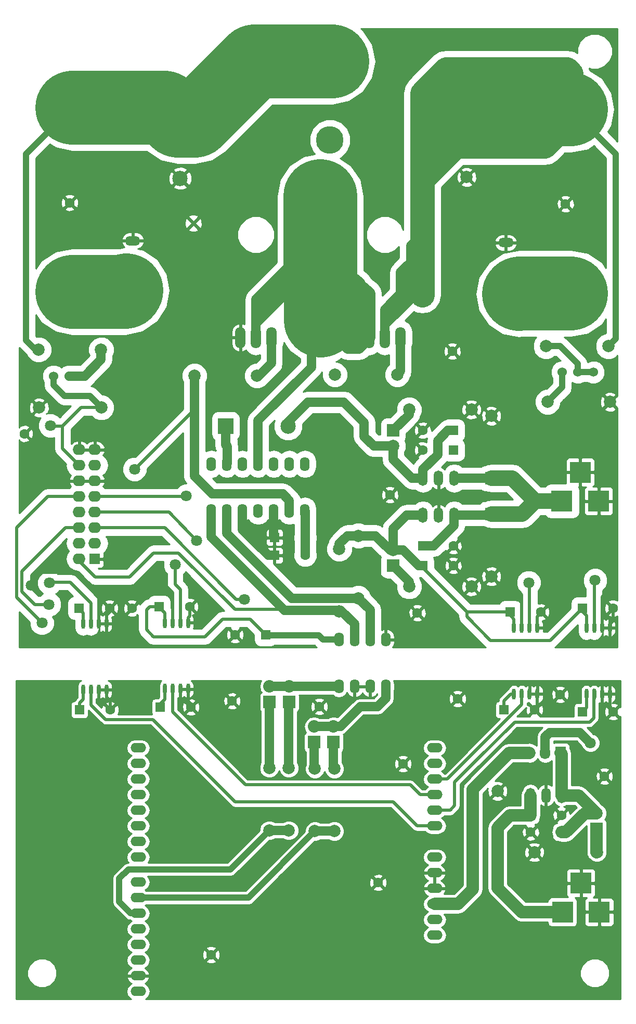
<source format=gbl>
G04 #@! TF.FileFunction,Copper,L2,Bot,Signal*
%FSLAX45Y45*%
G04 Gerber Fmt 4.5, Leading zero omitted, Abs format (unit mm)*
G04 Created by KiCad (PCBNEW 4.0.4+e1-6308~48~ubuntu16.04.1-stable) date Mon Sep 19 20:15:37 2016*
%MOMM*%
%LPD*%
G01*
G04 APERTURE LIST*
%ADD10C,0.100000*%
%ADD11O,0.600000X1.800000*%
%ADD12C,1.600000*%
%ADD13O,2.540000X1.524000*%
%ADD14C,2.500000*%
%ADD15R,2.500000X2.500000*%
%ADD16C,1.998980*%
%ADD17O,1.501140X2.499360*%
%ADD18R,1.300000X1.300000*%
%ADD19C,1.300000*%
%ADD20C,10.160000*%
%ADD21R,3.500120X3.500120*%
%ADD22R,1.998980X1.998980*%
%ADD23O,1.600000X2.300000*%
%ADD24R,1.727200X2.032000*%
%ADD25O,1.727200X2.032000*%
%ADD26R,2.032000X2.032000*%
%ADD27O,2.032000X2.032000*%
%ADD28R,2.000000X2.000000*%
%ADD29C,2.000000*%
%ADD30C,1.524000*%
%ADD31O,2.499360X1.501140*%
%ADD32O,1.699260X3.500120*%
%ADD33R,1.727200X1.727200*%
%ADD34O,2.100000X1.727200*%
%ADD35R,1.600000X1.600000*%
%ADD36C,5.000000*%
%ADD37C,4.000000*%
%ADD38C,4.500000*%
%ADD39C,1.800000*%
%ADD40C,0.500000*%
%ADD41C,1.500000*%
%ADD42C,12.000000*%
%ADD43C,0.250000*%
%ADD44C,2.000000*%
%ADD45C,2.500000*%
%ADD46C,1.000000*%
%ADD47C,4.000000*%
%ADD48C,0.254000*%
G04 APERTURE END LIST*
D10*
D11*
X2967000Y-11450000D03*
X3094000Y-11450000D03*
X3221000Y-11450000D03*
X3348000Y-11450000D03*
X3348000Y-12530000D03*
X3221000Y-12530000D03*
X3094000Y-12530000D03*
X2967000Y-12530000D03*
D12*
X8407400Y-11277600D03*
X6813000Y-12805000D03*
X3760320Y-11203720D03*
X10734000Y-12609000D03*
X11454000Y-13939000D03*
X5049000Y-16842000D03*
X7769000Y-15668000D03*
X8175000Y-13733000D03*
X5392000Y-12713000D03*
X9063000Y-12676000D03*
X10820440Y-4625040D03*
X2748320Y-4604720D03*
X7960400Y-9359600D03*
X8976400Y-7022800D03*
X2010600Y-8363200D03*
D13*
X8688070Y-13474192D03*
X8688070Y-13728192D03*
X8688070Y-13982192D03*
X8688070Y-14744192D03*
X8688070Y-14490192D03*
X8688070Y-14236192D03*
X8688070Y-15252192D03*
X8688070Y-15506192D03*
X8688070Y-15760192D03*
X8688070Y-16268192D03*
X8688070Y-16522192D03*
X3862070Y-13474192D03*
X3862070Y-13728192D03*
X3862070Y-13982192D03*
X3862070Y-14236192D03*
X3862070Y-14490192D03*
X3862070Y-14744192D03*
X3862070Y-14998192D03*
X3862070Y-15252192D03*
X3862070Y-15658592D03*
X3862070Y-15912592D03*
X3862070Y-16166592D03*
X3862070Y-16420592D03*
X3862070Y-16674592D03*
X3862070Y-16928592D03*
X3862070Y-17182592D03*
X3862070Y-17436592D03*
X8688070Y-16014192D03*
D14*
X6302820Y-8237596D03*
D15*
X5286820Y-8237596D03*
D16*
X7137400Y-10236200D03*
X7137400Y-11252200D03*
X7447280Y-10022840D03*
X7447280Y-11038840D03*
D17*
X8753040Y-9089840D03*
X9007040Y-9089840D03*
X8499040Y-9089840D03*
D18*
X5314760Y-8570590D03*
D19*
X5814760Y-8570590D03*
D20*
X10911840Y-3083560D03*
X10911840Y-6080760D03*
X2789428Y-3055620D03*
X2789428Y-6052820D03*
D21*
X10759986Y-9460000D03*
X11359934Y-9460000D03*
X11059960Y-8990100D03*
X10770362Y-16145256D03*
X11370310Y-16145256D03*
X11070336Y-15675356D03*
D16*
X9613294Y-10685840D03*
D22*
X9613294Y-9669840D03*
D16*
X9612786Y-8073840D03*
D22*
X9612786Y-9089840D03*
D16*
X9713722Y-14178280D03*
D22*
X9713722Y-15194280D03*
D23*
X5054410Y-9618340D03*
X5308410Y-9618340D03*
X5562410Y-9618340D03*
X5816410Y-9618340D03*
X6070410Y-9618340D03*
X6324410Y-9618340D03*
X6578410Y-9618340D03*
X6578410Y-8856340D03*
X6324410Y-8856340D03*
X6070410Y-8856340D03*
X5816410Y-8856340D03*
X5562410Y-8856340D03*
X5308410Y-8856340D03*
X5054410Y-8856340D03*
D17*
X8753040Y-9689840D03*
X9007040Y-9689840D03*
X8499040Y-9689840D03*
X10502916Y-14247360D03*
X10248916Y-14247360D03*
X10756916Y-14247360D03*
D24*
X10742916Y-13557360D03*
D25*
X10488916Y-13557360D03*
X10234916Y-13557360D03*
D26*
X6002020Y-12729210D03*
D27*
X6002020Y-12475210D03*
D26*
X7043928Y-13383006D03*
D27*
X7043928Y-13129006D03*
D26*
X6319520Y-12729210D03*
D27*
X6319520Y-12475210D03*
D26*
X6726428Y-13383006D03*
D27*
X6726428Y-13129006D03*
D28*
X8013040Y-10509840D03*
D29*
X8013040Y-10255840D03*
D28*
X8013040Y-8309840D03*
D29*
X8013040Y-8563840D03*
D28*
X11327916Y-14792360D03*
D29*
X11327916Y-14538360D03*
D23*
X7131050Y-12476480D03*
X7385050Y-12476480D03*
X7639050Y-12476480D03*
X7893050Y-12476480D03*
X7893050Y-11714480D03*
X7639050Y-11714480D03*
X7385050Y-11714480D03*
X7131050Y-11714480D03*
D30*
X11019790Y-7362190D03*
X10765790Y-7362190D03*
X11273790Y-7362190D03*
X2738882Y-7426198D03*
X2484882Y-7426198D03*
X2992882Y-7426198D03*
D16*
X8273040Y-10849840D03*
X9289040Y-10849840D03*
X8273040Y-7969840D03*
X9289040Y-7969840D03*
D31*
X9850120Y-5760720D03*
X9850120Y-5252720D03*
X3774440Y-5222240D03*
X3774440Y-5730240D03*
D16*
X11329416Y-15173960D03*
X10313416Y-15173960D03*
X8080000Y-7400000D03*
X7064000Y-7400000D03*
X4780000Y-7420000D03*
X5796000Y-7420000D03*
X5997448Y-14818106D03*
X5997448Y-13802106D03*
X7056628Y-14830806D03*
X7056628Y-13814806D03*
X6314948Y-14818106D03*
X6314948Y-13802106D03*
X6739128Y-14830806D03*
X6739128Y-13814806D03*
X10500360Y-6939280D03*
X11516360Y-6939280D03*
X11544808Y-7845552D03*
X10528808Y-7845552D03*
X3259582Y-6994398D03*
X2243582Y-6994398D03*
X2249170Y-7937754D03*
X3265170Y-7937754D03*
D29*
X9210040Y-4188080D03*
D15*
X9210040Y-3688080D03*
D14*
X4546600Y-4208400D03*
D15*
X4546600Y-3708400D03*
D32*
X7880000Y-6800000D03*
X7626000Y-6800000D03*
X8134000Y-6800000D03*
X5780000Y-6800000D03*
X5526000Y-6800000D03*
X6034000Y-6800000D03*
D12*
X4826000Y-5384800D03*
D11*
X4294500Y-11437500D03*
X4421500Y-11437500D03*
X4548500Y-11437500D03*
X4675500Y-11437500D03*
X4675500Y-12517500D03*
X4548500Y-12517500D03*
X4421500Y-12517500D03*
X4294500Y-12517500D03*
X9982000Y-11520000D03*
X10109000Y-11520000D03*
X10236000Y-11520000D03*
X10363000Y-11520000D03*
X10363000Y-12600000D03*
X10236000Y-12600000D03*
X10109000Y-12600000D03*
X9982000Y-12600000D03*
X11159500Y-11520000D03*
X11286500Y-11520000D03*
X11413500Y-11520000D03*
X11540500Y-11520000D03*
X11540500Y-12600000D03*
X11413500Y-12600000D03*
X11286500Y-12600000D03*
X11159500Y-12600000D03*
D33*
X3156712Y-10401300D03*
D34*
X2902712Y-10401300D03*
X3156712Y-10147300D03*
X2902712Y-10147300D03*
X3156712Y-9893300D03*
X2902712Y-9893300D03*
X3156712Y-9639300D03*
X2902712Y-9639300D03*
X3156712Y-9385300D03*
X2902712Y-9385300D03*
X3156712Y-9131300D03*
X2902712Y-9131300D03*
X3156712Y-8877300D03*
X2902712Y-8877300D03*
X3156712Y-8623300D03*
X2902712Y-8623300D03*
D35*
X5938520Y-11633200D03*
D12*
X5438520Y-11633200D03*
D35*
X11096000Y-12888000D03*
D12*
X11596000Y-12888000D03*
D35*
X2897500Y-11202500D03*
D12*
X3397500Y-11202500D03*
D35*
X2907500Y-12857500D03*
D12*
X3407500Y-12857500D03*
D35*
X11092500Y-11205000D03*
D12*
X11592500Y-11205000D03*
D35*
X9817500Y-12857500D03*
D12*
X10317500Y-12857500D03*
D35*
X9917500Y-11265000D03*
D12*
X10417500Y-11265000D03*
D35*
X4222500Y-12815000D03*
D12*
X4722500Y-12815000D03*
D35*
X4205000Y-11177500D03*
D12*
X4705000Y-11177500D03*
D35*
X10752916Y-14847360D03*
D12*
X10252916Y-14847360D03*
D35*
X10252916Y-14572360D03*
D12*
X10752916Y-14572360D03*
D35*
X8993040Y-8309840D03*
D12*
X8493040Y-8309840D03*
D35*
X8993040Y-8629840D03*
D12*
X8493040Y-8629840D03*
D35*
X8493040Y-10509840D03*
D12*
X8993040Y-10509840D03*
D35*
X8493040Y-10189840D03*
D12*
X8993040Y-10189840D03*
D36*
X6990080Y-2030060D03*
X6985000Y-5136480D03*
D37*
X7312660Y-2350100D03*
X6662420Y-4813900D03*
D38*
X6985000Y-3582000D03*
D35*
X6081840Y-10343510D03*
D12*
X6581840Y-10343510D03*
D35*
X6081840Y-10053950D03*
D12*
X6581840Y-10053950D03*
D39*
X2123440Y-10830560D03*
X10007600Y-10378440D03*
X11587480Y-10845800D03*
X4099560Y-10668000D03*
X3982720Y-8300720D03*
X5593080Y-11059160D03*
X3804920Y-8940800D03*
X2413000Y-11140440D03*
X4815840Y-10099040D03*
X2296160Y-11440160D03*
X11303000Y-10749280D03*
X4470400Y-10495280D03*
X2418080Y-10789920D03*
X2433320Y-8229600D03*
X11226000Y-13394000D03*
X10220960Y-10784840D03*
X4648200Y-9377680D03*
D40*
X11596000Y-12888000D02*
X11596000Y-12861000D01*
X11596000Y-12861000D02*
X11540500Y-12805500D01*
X11540500Y-12805500D02*
X11540500Y-12600000D01*
X11540500Y-11520000D02*
X11540500Y-11454500D01*
X11540500Y-11454500D02*
X11592500Y-11402500D01*
X11592500Y-11402500D02*
X11592500Y-11205000D01*
X10417500Y-11265000D02*
X10417500Y-11287500D01*
X10417500Y-11287500D02*
X10363000Y-11342000D01*
X10363000Y-11342000D02*
X10363000Y-11520000D01*
X10007600Y-10378440D02*
X10007600Y-10882600D01*
X10109000Y-10984000D02*
X10109000Y-11520000D01*
X10007600Y-10882600D02*
X10109000Y-10984000D01*
X4675500Y-11437500D02*
X4675500Y-11359500D01*
X4675500Y-11359500D02*
X4705000Y-11330000D01*
X4705000Y-11330000D02*
X4705000Y-11177500D01*
X4099560Y-10668000D02*
X4143000Y-10668000D01*
X4421500Y-10946500D02*
X4421500Y-11437500D01*
X4143000Y-10668000D02*
X4421500Y-10946500D01*
X3397500Y-11202500D02*
X3397500Y-11262500D01*
X3397500Y-11262500D02*
X3348000Y-11312000D01*
X3348000Y-11312000D02*
X3348000Y-11450000D01*
X10317500Y-12857500D02*
X10317500Y-12837500D01*
X10317500Y-12837500D02*
X10363000Y-12792000D01*
X10363000Y-12792000D02*
X10363000Y-12600000D01*
X4722500Y-12815000D02*
X4722500Y-12760000D01*
X4722500Y-12760000D02*
X4675500Y-12713000D01*
X4675500Y-12713000D02*
X4675500Y-12517500D01*
X3348000Y-12530000D02*
X3348000Y-12650500D01*
X3407500Y-12710000D02*
X3407500Y-12857500D01*
X3348000Y-12650500D02*
X3407500Y-12710000D01*
X3221000Y-11453980D02*
X3221000Y-10962920D01*
X2257530Y-10620680D02*
X2123440Y-10830560D01*
X2878760Y-10620680D02*
X2257530Y-10620680D01*
X3221000Y-10962920D02*
X2878760Y-10620680D01*
X4414520Y-5222240D02*
X3779520Y-5222240D01*
X4495800Y-5303520D02*
X4414520Y-5222240D01*
X4495800Y-5354320D02*
X4495800Y-5303520D01*
X4495800Y-5354320D02*
X4495800Y-5344160D01*
X4495800Y-5344160D02*
X4495800Y-5354320D01*
X11413500Y-11534300D02*
X11413500Y-11019780D01*
X11413500Y-11019780D02*
X11587480Y-10845800D01*
X4495800Y-7787640D02*
X3982720Y-8300720D01*
X4495800Y-5344160D02*
X4495800Y-7787640D01*
D41*
X6081840Y-10343510D02*
X5980240Y-10343510D01*
X5562410Y-9925680D02*
X5562410Y-9618340D01*
X5980240Y-10343510D02*
X5562410Y-9925680D01*
X6070410Y-9618340D02*
X6070410Y-10042520D01*
X6070410Y-10042520D02*
X6081840Y-10053950D01*
X6302820Y-8237596D02*
X6302820Y-8175180D01*
X6302820Y-8175180D02*
X6629400Y-7848600D01*
X7700240Y-8563840D02*
X8013040Y-8563840D01*
X7543800Y-8407400D02*
X7700240Y-8563840D01*
X7543800Y-8178800D02*
X7543800Y-8407400D01*
X7213600Y-7848600D02*
X7543800Y-8178800D01*
X6629400Y-7848600D02*
X7213600Y-7848600D01*
X8499040Y-9089840D02*
X8499040Y-8945680D01*
X8906280Y-8309840D02*
X8993040Y-8309840D01*
X8742680Y-8473440D02*
X8906280Y-8309840D01*
X8742680Y-8702040D02*
X8742680Y-8473440D01*
X8499040Y-8945680D02*
X8742680Y-8702040D01*
X8499040Y-9089840D02*
X8322760Y-9089840D01*
X8013040Y-8780120D02*
X8013040Y-8563840D01*
X8322760Y-9089840D02*
X8013040Y-8780120D01*
X6581840Y-10343510D02*
X6581840Y-10152630D01*
X6581840Y-10152630D02*
X6581840Y-10053950D01*
X6581840Y-10053950D02*
X6581840Y-9621770D01*
X6581840Y-9621770D02*
X6578410Y-9618340D01*
X5286820Y-8237596D02*
X5286820Y-8542650D01*
X5286820Y-8542650D02*
X5314760Y-8570590D01*
X5314506Y-8570844D02*
X5314760Y-8570590D01*
X5314760Y-8570590D02*
X5314760Y-8849990D01*
X5314760Y-8849990D02*
X5308410Y-8856340D01*
X5814760Y-8570590D02*
X5814760Y-8150160D01*
X5814760Y-8150160D02*
X6685280Y-7279640D01*
D42*
X6828140Y-4501660D02*
X6828140Y-5400820D01*
D40*
X6828140Y-4501660D02*
X6835140Y-5981700D01*
D42*
X6828140Y-5400820D02*
X6835140Y-6520180D01*
D41*
X5780000Y-6800000D02*
X5780000Y-6573000D01*
X6662420Y-5690580D02*
X6662420Y-4813900D01*
X5780000Y-6573000D02*
X6662420Y-5690580D01*
X5780000Y-6800000D02*
X5780000Y-6176000D01*
X5780000Y-6176000D02*
X6819520Y-5136480D01*
X6819520Y-5136480D02*
X6819520Y-4971000D01*
X6819520Y-4971000D02*
X6662420Y-4813900D01*
X5780000Y-6599000D02*
X5780000Y-6530000D01*
X5780000Y-6530000D02*
X6662420Y-5647580D01*
X6662420Y-5647580D02*
X6662420Y-4813900D01*
X5780000Y-6800000D02*
X5780000Y-6599000D01*
X5780000Y-6599000D02*
X5780000Y-6351000D01*
X5780000Y-6351000D02*
X6985000Y-5146000D01*
X6985000Y-5146000D02*
X6985000Y-5136480D01*
D43*
X6663040Y-4915680D02*
X6734160Y-4915680D01*
X6727160Y-5025680D02*
X6971000Y-5269520D01*
D40*
X3156712Y-9893300D02*
X4295140Y-9893300D01*
X4295140Y-9893300D02*
X5461000Y-11059160D01*
X5461000Y-11059160D02*
X5593080Y-11059160D01*
D41*
X5814760Y-8570590D02*
X5814760Y-8854690D01*
X5814760Y-8854690D02*
X5816410Y-8856340D01*
X6685280Y-7000240D02*
X6885520Y-6800000D01*
X6685280Y-7279640D02*
X6685280Y-7000240D01*
D42*
X6835140Y-6520180D02*
X6837680Y-6522720D01*
D44*
X7462520Y-5918200D02*
X6828140Y-5400820D01*
X7626000Y-6081680D02*
X6828140Y-5400820D01*
X7462520Y-6675120D02*
X7462520Y-5918200D01*
X7274560Y-6959600D02*
X6835140Y-6520180D01*
X7457440Y-6959600D02*
X7274560Y-6959600D01*
X7617040Y-6800000D02*
X7457440Y-6959600D01*
X7626000Y-6800000D02*
X7626000Y-6081680D01*
X7587400Y-6800000D02*
X7462520Y-6675120D01*
D41*
X6885520Y-6800000D02*
X7626000Y-6800000D01*
D40*
X7626000Y-6772560D02*
X6835140Y-5981700D01*
D44*
X7626000Y-6800000D02*
X7617040Y-6800000D01*
X7626000Y-6800000D02*
X7587400Y-6800000D01*
D40*
X7626000Y-6800000D02*
X7626000Y-6772560D01*
D45*
X9613294Y-9669840D02*
X10113760Y-9669840D01*
X10113760Y-9669840D02*
X10323600Y-9460000D01*
X10759986Y-9460000D02*
X10323600Y-9460000D01*
X9953440Y-9089840D02*
X9612786Y-9089840D01*
X10323600Y-9460000D02*
X9953440Y-9089840D01*
D41*
X9007040Y-9689840D02*
X9593294Y-9689840D01*
X9593294Y-9689840D02*
X9613294Y-9669840D01*
X9007040Y-9089840D02*
X9612786Y-9089840D01*
X9007040Y-9689840D02*
X9007040Y-9855000D01*
X8672200Y-10189840D02*
X8493040Y-10189840D01*
X9007040Y-9855000D02*
X8672200Y-10189840D01*
D40*
X4205000Y-11177500D02*
X4047260Y-11177500D01*
X5684520Y-11379200D02*
X5938520Y-11633200D01*
X5237480Y-11379200D02*
X5684520Y-11379200D01*
X4947920Y-11668760D02*
X5237480Y-11379200D01*
X4114800Y-11668760D02*
X4947920Y-11668760D01*
X3997960Y-11551920D02*
X4114800Y-11668760D01*
X3997960Y-11226800D02*
X3997960Y-11551920D01*
X4047260Y-11177500D02*
X3997960Y-11226800D01*
X9212580Y-11259820D02*
X9212580Y-11341100D01*
X10572860Y-11724640D02*
X11092500Y-11205000D01*
X9596120Y-11724640D02*
X10572860Y-11724640D01*
X9212580Y-11341100D02*
X9596120Y-11724640D01*
X8493040Y-10509840D02*
X8493040Y-10540280D01*
X8493040Y-10540280D02*
X9212580Y-11259820D01*
X9212580Y-11259820D02*
X9217760Y-11265000D01*
X9217760Y-11265000D02*
X9917500Y-11265000D01*
D46*
X5943600Y-11643360D02*
X6799360Y-11643360D01*
X6870480Y-11714480D02*
X7131050Y-11714480D01*
X6799360Y-11643360D02*
X6870480Y-11714480D01*
D41*
X7137400Y-10246360D02*
X7137400Y-10155600D01*
X7270160Y-10022840D02*
X7447280Y-10022840D01*
X7137400Y-10155600D02*
X7270160Y-10022840D01*
X8013040Y-10255840D02*
X7959840Y-10255840D01*
X7959840Y-10255840D02*
X7726840Y-10022840D01*
X7726840Y-10022840D02*
X7447280Y-10022840D01*
D40*
X11092500Y-11205000D02*
X11092500Y-11257500D01*
X11092500Y-11257500D02*
X11159500Y-11324500D01*
X11159500Y-11324500D02*
X11159500Y-11520000D01*
X9917500Y-11265000D02*
X9917500Y-11315000D01*
X9917500Y-11315000D02*
X9982000Y-11379500D01*
X9982000Y-11379500D02*
X9982000Y-11520000D01*
X4205000Y-11177500D02*
X4205000Y-11190000D01*
X4205000Y-11190000D02*
X4294500Y-11279500D01*
X4294500Y-11279500D02*
X4294500Y-11437500D01*
X2897500Y-11202500D02*
X2897500Y-11210000D01*
X2897500Y-11210000D02*
X2967000Y-11279500D01*
X2967000Y-11279500D02*
X2967000Y-11450000D01*
D41*
X8493040Y-10509840D02*
X8427040Y-10509840D01*
X8173040Y-10255840D02*
X8013040Y-10255840D01*
X8427040Y-10509840D02*
X8173040Y-10255840D01*
X8013040Y-10255840D02*
X8013040Y-9909200D01*
X8232400Y-9689840D02*
X8499040Y-9689840D01*
X8013040Y-9909200D02*
X8232400Y-9689840D01*
D44*
X10770362Y-16145256D02*
X10104256Y-16145256D01*
X9713722Y-15754722D02*
X9713722Y-15194280D01*
X10104256Y-16145256D02*
X9713722Y-15754722D01*
X10252916Y-14572360D02*
X10252916Y-14251360D01*
X10252916Y-14251360D02*
X10248916Y-14247360D01*
X9713722Y-15194280D02*
X9713722Y-14771878D01*
X9913240Y-14572360D02*
X10252916Y-14572360D01*
X9713722Y-14771878D02*
X9913240Y-14572360D01*
D41*
X10248916Y-14568360D02*
X10252916Y-14572360D01*
D44*
X10756916Y-14247360D02*
X10756916Y-13571360D01*
X10756916Y-13571360D02*
X10742916Y-13557360D01*
X10752916Y-14847360D02*
X10826960Y-14847360D01*
X11135960Y-14538360D02*
X11327916Y-14538360D01*
X10826960Y-14847360D02*
X11135960Y-14538360D01*
X10756916Y-14247360D02*
X11036916Y-14247360D01*
X11036916Y-14247360D02*
X11327916Y-14538360D01*
D41*
X7385050Y-11714480D02*
X7385050Y-11459210D01*
X7385050Y-11459210D02*
X7162800Y-11236960D01*
D40*
X5440680Y-11221720D02*
X6233160Y-11221720D01*
X6238240Y-11216640D02*
X6238240Y-11226800D01*
X6233160Y-11221720D02*
X6238240Y-11216640D01*
X2902712Y-10401300D02*
X2902712Y-10431272D01*
X2902712Y-10431272D02*
X3164840Y-10693400D01*
X3164840Y-10693400D02*
X3723640Y-10693400D01*
X3723640Y-10693400D02*
X4114800Y-10302240D01*
X4114800Y-10302240D02*
X4521200Y-10302240D01*
X4521200Y-10302240D02*
X5440680Y-11221720D01*
D41*
X7162800Y-11236960D02*
X6248400Y-11236960D01*
X6248400Y-11236960D02*
X6238240Y-11226800D01*
X5054410Y-10042970D02*
X5054410Y-9618340D01*
X6238240Y-11226800D02*
X5054410Y-10042970D01*
D40*
X4780000Y-7965720D02*
X4780000Y-7420000D01*
X3804920Y-8940800D02*
X4780000Y-7965720D01*
D41*
X4780000Y-7420000D02*
X4780000Y-9052280D01*
X6324410Y-9448610D02*
X6324410Y-9618340D01*
X6217920Y-9342120D02*
X6324410Y-9448610D01*
X5069840Y-9342120D02*
X6217920Y-9342120D01*
X4780000Y-9052280D02*
X5069840Y-9342120D01*
X7639050Y-11714480D02*
X7639050Y-11230610D01*
X7639050Y-11230610D02*
X7447280Y-11038840D01*
D40*
X2902712Y-9893300D02*
X2679700Y-9893300D01*
X2179320Y-11140440D02*
X2413000Y-11140440D01*
X1971040Y-10932160D02*
X2179320Y-11140440D01*
X1971040Y-10601960D02*
X1971040Y-10932160D01*
X2679700Y-9893300D02*
X1971040Y-10601960D01*
D41*
X7447280Y-11038840D02*
X6360160Y-11038840D01*
X5308410Y-9987090D02*
X5308410Y-9618340D01*
X6360160Y-11038840D02*
X5308410Y-9987090D01*
D40*
X3156712Y-9639300D02*
X4361180Y-9639300D01*
X4361180Y-9639300D02*
X4815840Y-10099040D01*
D41*
X7880000Y-6567000D02*
X7903000Y-6567000D01*
X8367840Y-5667160D02*
X8488680Y-5546320D01*
X8367840Y-6102160D02*
X8367840Y-5667160D01*
X7903000Y-6567000D02*
X8367840Y-6102160D01*
X8488680Y-5546320D02*
X8488680Y-5112320D01*
X8488680Y-5112320D02*
X8488680Y-5071000D01*
X8135500Y-6084500D02*
X8135500Y-5736500D01*
X8511000Y-5071000D02*
X8488680Y-5071000D01*
X8488680Y-5071000D02*
X8488680Y-5071000D01*
X8511000Y-5090000D02*
X8511000Y-5071000D01*
X8298000Y-5303000D02*
X8511000Y-5090000D01*
X8298000Y-5574000D02*
X8298000Y-5303000D01*
X8135500Y-5736500D02*
X8298000Y-5574000D01*
X7880000Y-6450000D02*
X7971000Y-6450000D01*
X7971000Y-6450000D02*
X8262000Y-6159000D01*
X8262000Y-6159000D02*
X8262000Y-5773000D01*
X8262000Y-5773000D02*
X8488680Y-5546320D01*
X8488680Y-5546320D02*
X8488680Y-5420360D01*
X7880000Y-6340000D02*
X8135500Y-6084500D01*
X8135500Y-6084500D02*
X8187000Y-6033000D01*
X8187000Y-6033000D02*
X8488680Y-6033000D01*
X7880000Y-6800000D02*
X7880000Y-6567000D01*
X7880000Y-6567000D02*
X7880000Y-6450000D01*
X7880000Y-6450000D02*
X7880000Y-6340000D01*
D47*
X9210040Y-3688080D02*
X10474960Y-3688080D01*
X10474960Y-3688080D02*
X10911840Y-3251200D01*
X10911840Y-3251200D02*
X10911840Y-3083560D01*
X8488680Y-3637280D02*
X8488680Y-2819400D01*
X10911840Y-2499360D02*
X10911840Y-3083560D01*
X10840720Y-2428240D02*
X10911840Y-2499360D01*
X8879840Y-2428240D02*
X10840720Y-2428240D01*
X8488680Y-2819400D02*
X8879840Y-2428240D01*
X9240520Y-3083560D02*
X9240520Y-3474720D01*
X9077960Y-3637280D02*
X8488680Y-3637280D01*
X9240520Y-3474720D02*
X9077960Y-3637280D01*
X8488680Y-3637280D02*
X8488680Y-3947160D01*
X8488680Y-3947160D02*
X8488680Y-4226560D01*
X9210040Y-3688080D02*
X9027160Y-3688080D01*
X9027160Y-3688080D02*
X8488680Y-4226560D01*
X8488680Y-4226560D02*
X8488680Y-4226560D01*
X8488680Y-4226560D02*
X8488680Y-4455160D01*
X8488680Y-4455160D02*
X8488680Y-5071000D01*
X8488680Y-5071000D02*
X8488680Y-5420360D01*
D40*
X9210040Y-3688080D02*
X8488680Y-4409440D01*
X8488680Y-4455160D02*
X8488680Y-4409440D01*
X8488680Y-6102160D02*
X8488680Y-6033000D01*
D47*
X8488680Y-5205120D02*
X8488680Y-6102160D01*
X8488680Y-5420360D02*
X8488680Y-5205120D01*
D40*
X8488680Y-6033000D02*
X8488680Y-4455160D01*
D42*
X10911840Y-3083560D02*
X9240520Y-3083560D01*
X9240520Y-3083560D02*
X9093200Y-3230880D01*
D40*
X9210040Y-3688080D02*
X9210040Y-3368040D01*
X9210040Y-3368040D02*
X9494520Y-3083560D01*
X9494520Y-3083560D02*
X10911840Y-3083560D01*
D46*
X11516360Y-6939280D02*
X11638280Y-6817360D01*
X11638280Y-6817360D02*
X11638280Y-3810000D01*
X11638280Y-3810000D02*
X10911840Y-3083560D01*
D40*
X2390140Y-9385300D02*
X2902712Y-9385300D01*
X1884680Y-9890760D02*
X2390140Y-9385300D01*
X1884680Y-11028680D02*
X1884680Y-9890760D01*
X2296160Y-11440160D02*
X1884680Y-11028680D01*
X11286500Y-10765780D02*
X11286500Y-11576800D01*
X11303000Y-10749280D02*
X11286500Y-10765780D01*
D46*
X10765790Y-7362190D02*
X10765790Y-7608570D01*
X10765790Y-7608570D02*
X10528808Y-7845552D01*
D40*
X4464250Y-10746560D02*
X4464250Y-10814250D01*
X4470400Y-10495280D02*
X4464250Y-10489130D01*
X4464250Y-10489130D02*
X4464250Y-10746560D01*
X4548500Y-10898500D02*
X4548500Y-11437500D01*
X4464250Y-10814250D02*
X4548500Y-10898500D01*
X3299968Y-5542280D02*
X2789428Y-6052820D01*
X3749040Y-5542280D02*
X3299968Y-5542280D01*
D42*
X2789428Y-6052820D02*
X3649980Y-6052820D01*
X3649980Y-6052820D02*
X3672840Y-6029960D01*
D40*
X2626360Y-8242808D02*
X2446528Y-8242808D01*
X3094000Y-11115320D02*
X3094000Y-11456480D01*
X2758440Y-10779760D02*
X3094000Y-11115320D01*
X2407920Y-10779760D02*
X2758440Y-10779760D01*
X2418080Y-10789920D02*
X2407920Y-10779760D01*
X2446528Y-8242808D02*
X2433320Y-8229600D01*
D46*
X2484882Y-7426198D02*
X2484882Y-7569962D01*
X3074416Y-7747000D02*
X3265170Y-7937754D01*
X2661920Y-7747000D02*
X3074416Y-7747000D01*
X2484882Y-7569962D02*
X2661920Y-7747000D01*
D40*
X3265170Y-7937754D02*
X2931414Y-7937754D01*
X2931414Y-7937754D02*
X2626360Y-8242808D01*
X2626360Y-8242808D02*
X2631440Y-8237728D01*
X2631440Y-8237728D02*
X2631440Y-8606028D01*
X2631440Y-8606028D02*
X2902712Y-8877300D01*
D41*
X10488916Y-13557360D02*
X10488916Y-13294084D01*
X11056000Y-13224000D02*
X11226000Y-13394000D01*
X10559000Y-13224000D02*
X11056000Y-13224000D01*
X10488916Y-13294084D02*
X10559000Y-13224000D01*
D40*
X11096000Y-12888000D02*
X11096000Y-12886000D01*
X11096000Y-12886000D02*
X11159500Y-12822500D01*
X11159500Y-12822500D02*
X11159500Y-12600000D01*
X11159500Y-12640500D02*
X11159500Y-12600000D01*
X9982000Y-12600000D02*
X9925000Y-12600000D01*
X9817500Y-12707500D02*
X9817500Y-12857500D01*
X9925000Y-12600000D02*
X9817500Y-12707500D01*
X4222500Y-12815000D02*
X4222500Y-12757500D01*
X4222500Y-12757500D02*
X4294500Y-12685500D01*
X4294500Y-12685500D02*
X4294500Y-12517500D01*
X2907500Y-12857500D02*
X2907500Y-12747500D01*
X2967000Y-12688000D02*
X2967000Y-12530000D01*
X2907500Y-12747500D02*
X2967000Y-12688000D01*
X4421500Y-12495360D02*
X4421500Y-12889860D01*
X4421500Y-12889860D02*
X5608320Y-14076680D01*
X8450072Y-14236192D02*
X8688070Y-14236192D01*
X8290560Y-14076680D02*
X8450072Y-14236192D01*
X5608320Y-14076680D02*
X8290560Y-14076680D01*
X10109000Y-12600000D02*
X10109000Y-12766240D01*
X10109000Y-12766240D02*
X9207500Y-13667740D01*
X8893048Y-13982192D02*
X8688070Y-13982192D01*
X9207500Y-13667740D02*
X8893048Y-13982192D01*
X9207500Y-13667740D02*
X9207500Y-13667740D01*
X3094000Y-12522780D02*
X3094000Y-12776480D01*
X3094000Y-12776480D02*
X3332480Y-13014960D01*
X8399272Y-14744192D02*
X8688070Y-14744192D01*
X8011160Y-14356080D02*
X8399272Y-14744192D01*
X5440680Y-14356080D02*
X8011160Y-14356080D01*
X4099560Y-13014960D02*
X5440680Y-14356080D01*
X3332480Y-13014960D02*
X4099560Y-13014960D01*
X11280460Y-12535600D02*
X11280460Y-12988940D01*
X11280460Y-12988940D02*
X11213400Y-13056000D01*
X8941308Y-14490192D02*
X8688070Y-14490192D01*
X9017000Y-14414500D02*
X8941308Y-14490192D01*
X9017000Y-14030960D02*
X9017000Y-14414500D01*
X9347200Y-13700760D02*
X9017000Y-14030960D01*
X9347200Y-13703300D02*
X9347200Y-13700760D01*
X9994500Y-13056000D02*
X9347200Y-13703300D01*
X11213400Y-13056000D02*
X9994500Y-13056000D01*
D44*
X9902080Y-13557360D02*
X10234916Y-13557360D01*
X9311640Y-14147800D02*
X9902080Y-13557360D01*
X9311640Y-15778480D02*
X9311640Y-14147800D01*
X9075928Y-16014192D02*
X9311640Y-15778480D01*
X8688070Y-16014192D02*
X9075928Y-16014192D01*
D41*
X5997448Y-13802106D02*
X5997448Y-12733782D01*
X5997448Y-12733782D02*
X6002020Y-12729210D01*
X5984748Y-13789406D02*
X5997448Y-13802106D01*
X6319520Y-12475210D02*
X7129780Y-12475210D01*
X7129780Y-12475210D02*
X7131050Y-12476480D01*
X6319520Y-12475210D02*
X6002020Y-12475210D01*
X6008370Y-12468860D02*
X6002020Y-12475210D01*
X7043928Y-13802106D02*
X7056628Y-13814806D01*
X7043928Y-13383006D02*
X7043928Y-13802106D01*
X7043928Y-13129006D02*
X7137908Y-13129006D01*
X7157720Y-13122910D02*
X7476490Y-12804140D01*
X7893050Y-12666980D02*
X7893050Y-12476480D01*
X7755890Y-12804140D02*
X7893050Y-12666980D01*
X7476490Y-12804140D02*
X7755890Y-12804140D01*
X7899400Y-12482830D02*
X7893050Y-12476480D01*
X6726428Y-13129006D02*
X7043928Y-13129006D01*
X6314948Y-13802106D02*
X6314948Y-12733782D01*
X6314948Y-12733782D02*
X6319520Y-12729210D01*
X6302248Y-13789406D02*
X6314948Y-13802106D01*
X6726428Y-13383006D02*
X6726428Y-13802106D01*
X6726428Y-13802106D02*
X6739128Y-13814806D01*
X8273040Y-10849840D02*
X8273040Y-10769840D01*
X8273040Y-10769840D02*
X8013040Y-10509840D01*
X8273040Y-7969840D02*
X8273040Y-8049840D01*
X8273040Y-8049840D02*
X8013040Y-8309840D01*
D44*
X11327916Y-14792360D02*
X11327916Y-15172460D01*
D46*
X11019790Y-7362190D02*
X11273790Y-7362190D01*
X10500360Y-6939280D02*
X10734040Y-6939280D01*
X11019790Y-7225030D02*
X11019790Y-7362190D01*
X10734040Y-6939280D02*
X11019790Y-7225030D01*
D41*
X3259582Y-6994398D02*
X3259582Y-7159498D01*
X3259582Y-7159498D02*
X2992882Y-7426198D01*
X2992882Y-7426198D02*
X2738882Y-7426198D01*
D46*
X5362194Y-15453360D02*
X5997448Y-14818106D01*
X3556000Y-15981680D02*
X3556000Y-15600680D01*
X3740912Y-16166592D02*
X3556000Y-15981680D01*
X3556000Y-15600680D02*
X3703320Y-15453360D01*
X3703320Y-15453360D02*
X5362194Y-15453360D01*
X3862070Y-16166592D02*
X3740912Y-16166592D01*
D41*
X6314948Y-14818106D02*
X5997448Y-14818106D01*
D46*
X3862070Y-15912592D02*
X5657342Y-15912592D01*
X5657342Y-15912592D02*
X6739128Y-14830806D01*
D41*
X6739128Y-14830806D02*
X7056628Y-14830806D01*
D40*
X10220960Y-10784840D02*
X10236000Y-10799880D01*
X10236000Y-10799880D02*
X10236000Y-11525570D01*
D42*
X10911840Y-6080760D02*
X10073640Y-6080760D01*
X10073640Y-6080760D02*
X10063480Y-6090920D01*
D44*
X9707880Y-6304280D02*
X10688320Y-6304280D01*
X10688320Y-6304280D02*
X10911840Y-6080760D01*
D40*
X3156712Y-9385300D02*
X4640580Y-9385300D01*
X4640580Y-9385300D02*
X4648200Y-9377680D01*
D43*
X6990080Y-2113280D02*
X7061200Y-2113280D01*
X7061200Y-2113280D02*
X7305040Y-2357120D01*
D42*
X2789428Y-3055620D02*
X4295140Y-3055620D01*
X5755640Y-2301240D02*
X7020560Y-2301240D01*
X4790440Y-3266440D02*
X5755640Y-2301240D01*
X4505960Y-3266440D02*
X4790440Y-3266440D01*
X4295140Y-3055620D02*
X4505960Y-3266440D01*
D40*
X6835140Y-2004060D02*
X6250940Y-2004060D01*
X6250940Y-2004060D02*
X4546600Y-3708400D01*
X2789428Y-3055620D02*
X3893820Y-3055620D01*
X3893820Y-3055620D02*
X4546600Y-3708400D01*
D46*
X2243582Y-6994398D02*
X2188718Y-6994398D01*
X2188718Y-6994398D02*
X2037080Y-6842760D01*
X2037080Y-6842760D02*
X2037080Y-3807968D01*
X2037080Y-3807968D02*
X2789428Y-3055620D01*
D41*
X8134000Y-6800000D02*
X8134000Y-7346000D01*
X8134000Y-7346000D02*
X8080000Y-7400000D01*
X6034000Y-7218000D02*
X6034000Y-6800000D01*
X5832000Y-7420000D02*
X6034000Y-7218000D01*
X5796000Y-7420000D02*
X5832000Y-7420000D01*
X5780000Y-7404000D02*
X5796000Y-7420000D01*
D48*
G36*
X2900885Y-12400878D02*
X2880617Y-12431212D01*
X2873500Y-12466993D01*
X2873500Y-12593007D01*
X2878500Y-12618144D01*
X2878500Y-12651342D01*
X2844921Y-12684921D01*
X2826153Y-12713009D01*
X2803968Y-12717184D01*
X2782356Y-12731091D01*
X2767857Y-12752311D01*
X2762756Y-12777500D01*
X2762756Y-12937500D01*
X2767184Y-12961032D01*
X2781091Y-12982644D01*
X2802311Y-12997143D01*
X2827500Y-13002244D01*
X2987500Y-13002244D01*
X3011032Y-12997816D01*
X3032644Y-12983909D01*
X3047143Y-12962689D01*
X3052244Y-12937500D01*
X3052244Y-12859882D01*
X3269901Y-13077539D01*
X3269901Y-13077539D01*
X3288352Y-13089867D01*
X3298613Y-13096723D01*
X3332480Y-13103460D01*
X3332480Y-13103460D01*
X4062902Y-13103460D01*
X5378101Y-14418659D01*
X5378101Y-14418659D01*
X5406813Y-14437843D01*
X5412432Y-14438961D01*
X5440680Y-14444580D01*
X5440681Y-14444580D01*
X7974502Y-14444580D01*
X8336693Y-14806771D01*
X8336693Y-14806771D01*
X8353657Y-14818106D01*
X8365405Y-14825955D01*
X8399272Y-14832692D01*
X8399273Y-14832692D01*
X8527884Y-14832692D01*
X8534755Y-14842975D01*
X8580077Y-14873258D01*
X8633538Y-14883892D01*
X8742602Y-14883892D01*
X8796063Y-14873258D01*
X8841385Y-14842975D01*
X8871668Y-14797653D01*
X8882302Y-14744192D01*
X8871668Y-14690731D01*
X8841385Y-14645409D01*
X8799155Y-14617192D01*
X8841385Y-14588975D01*
X8848256Y-14578692D01*
X8941308Y-14578692D01*
X8941308Y-14578692D01*
X8973141Y-14572360D01*
X8975176Y-14571955D01*
X9003887Y-14552771D01*
X9079579Y-14477079D01*
X9079579Y-14477079D01*
X9098763Y-14448367D01*
X9098763Y-14448367D01*
X9105500Y-14414500D01*
X9105500Y-14414499D01*
X9105500Y-14067618D01*
X9402124Y-13770994D01*
X9409779Y-13765879D01*
X10031158Y-13144500D01*
X10442631Y-13144500D01*
X10390982Y-13196150D01*
X10360959Y-13241082D01*
X10350416Y-13294084D01*
X10350416Y-13441673D01*
X10343762Y-13437227D01*
X10340883Y-13432918D01*
X10292265Y-13400433D01*
X10234916Y-13389025D01*
X10210611Y-13393860D01*
X9902081Y-13393860D01*
X9902080Y-13393860D01*
X9839511Y-13406306D01*
X9786468Y-13441748D01*
X9786468Y-13441748D01*
X9196028Y-14032188D01*
X9160586Y-14085231D01*
X9148140Y-14147800D01*
X9148140Y-14147800D01*
X9148140Y-15710756D01*
X9008204Y-15850692D01*
X8845770Y-15850692D01*
X8846633Y-15849995D01*
X8872796Y-15801920D01*
X8874292Y-15794499D01*
X8862042Y-15772892D01*
X8700770Y-15772892D01*
X8700770Y-15774892D01*
X8675370Y-15774892D01*
X8675370Y-15772892D01*
X8514098Y-15772892D01*
X8501848Y-15794499D01*
X8503344Y-15801920D01*
X8529507Y-15849995D01*
X8572076Y-15884398D01*
X8578381Y-15886259D01*
X8534755Y-15915409D01*
X8504472Y-15960731D01*
X8493838Y-16014192D01*
X8504472Y-16067653D01*
X8534755Y-16112975D01*
X8576985Y-16141192D01*
X8534755Y-16169409D01*
X8504472Y-16214731D01*
X8493838Y-16268192D01*
X8504472Y-16321653D01*
X8534755Y-16366975D01*
X8576985Y-16395192D01*
X8534755Y-16423409D01*
X8504472Y-16468731D01*
X8493838Y-16522192D01*
X8504472Y-16575653D01*
X8534755Y-16620975D01*
X8580077Y-16651258D01*
X8633538Y-16661892D01*
X8742602Y-16661892D01*
X8796063Y-16651258D01*
X8841385Y-16620975D01*
X8871668Y-16575653D01*
X8882302Y-16522192D01*
X8871668Y-16468731D01*
X8841385Y-16423409D01*
X8799155Y-16395192D01*
X8841385Y-16366975D01*
X8871668Y-16321653D01*
X8882302Y-16268192D01*
X8871668Y-16214731D01*
X8846919Y-16177692D01*
X9075928Y-16177692D01*
X9075928Y-16177692D01*
X9138497Y-16165246D01*
X9191540Y-16129804D01*
X9427252Y-15894092D01*
X9462694Y-15841049D01*
X9475140Y-15778480D01*
X9475140Y-15778479D01*
X9475140Y-15094331D01*
X9549029Y-15094331D01*
X9549029Y-15294229D01*
X9550222Y-15300569D01*
X9550222Y-15754721D01*
X9550222Y-15754722D01*
X9562668Y-15817291D01*
X9598110Y-15870334D01*
X9988644Y-16260868D01*
X9988644Y-16260868D01*
X10015166Y-16278589D01*
X10041687Y-16296310D01*
X10104256Y-16308756D01*
X10104257Y-16308756D01*
X10530612Y-16308756D01*
X10530612Y-16320262D01*
X10535040Y-16343794D01*
X10548947Y-16365406D01*
X10570167Y-16379905D01*
X10595356Y-16385006D01*
X10945368Y-16385006D01*
X10968900Y-16380578D01*
X10990512Y-16366671D01*
X11005011Y-16345451D01*
X11010112Y-16320262D01*
X11010112Y-16173831D01*
X11131804Y-16173831D01*
X11131804Y-16332893D01*
X11141471Y-16356232D01*
X11159334Y-16374095D01*
X11182673Y-16383762D01*
X11341735Y-16383762D01*
X11357610Y-16367887D01*
X11357610Y-16157956D01*
X11383010Y-16157956D01*
X11383010Y-16367887D01*
X11398885Y-16383762D01*
X11557947Y-16383762D01*
X11581286Y-16374095D01*
X11599149Y-16356232D01*
X11608816Y-16332893D01*
X11608816Y-16173831D01*
X11592941Y-16157956D01*
X11383010Y-16157956D01*
X11357610Y-16157956D01*
X11147679Y-16157956D01*
X11131804Y-16173831D01*
X11010112Y-16173831D01*
X11010112Y-15970250D01*
X11005684Y-15946718D01*
X10991777Y-15925106D01*
X10975321Y-15913862D01*
X11041761Y-15913862D01*
X11057636Y-15897987D01*
X11057636Y-15688056D01*
X11083036Y-15688056D01*
X11083036Y-15897987D01*
X11098911Y-15913862D01*
X11165503Y-15913862D01*
X11159334Y-15916417D01*
X11141471Y-15934280D01*
X11131804Y-15957619D01*
X11131804Y-16116681D01*
X11147679Y-16132556D01*
X11357610Y-16132556D01*
X11357610Y-15922625D01*
X11383010Y-15922625D01*
X11383010Y-16132556D01*
X11592941Y-16132556D01*
X11608816Y-16116681D01*
X11608816Y-15957619D01*
X11599149Y-15934280D01*
X11581286Y-15916417D01*
X11557947Y-15906750D01*
X11398885Y-15906750D01*
X11383010Y-15922625D01*
X11357610Y-15922625D01*
X11341735Y-15906750D01*
X11275143Y-15906750D01*
X11281312Y-15904195D01*
X11299175Y-15886332D01*
X11308842Y-15862993D01*
X11308842Y-15703931D01*
X11292967Y-15688056D01*
X11083036Y-15688056D01*
X11057636Y-15688056D01*
X10847705Y-15688056D01*
X10831830Y-15703931D01*
X10831830Y-15862993D01*
X10841497Y-15886332D01*
X10859360Y-15904195D01*
X10862526Y-15905506D01*
X10595356Y-15905506D01*
X10571824Y-15909934D01*
X10550212Y-15923841D01*
X10535713Y-15945061D01*
X10530612Y-15970250D01*
X10530612Y-15981756D01*
X10171980Y-15981756D01*
X9877222Y-15686998D01*
X9877222Y-15487719D01*
X10831830Y-15487719D01*
X10831830Y-15646781D01*
X10847705Y-15662656D01*
X11057636Y-15662656D01*
X11057636Y-15452725D01*
X11083036Y-15452725D01*
X11083036Y-15662656D01*
X11292967Y-15662656D01*
X11308842Y-15646781D01*
X11308842Y-15487719D01*
X11299175Y-15464380D01*
X11281312Y-15446517D01*
X11257973Y-15436850D01*
X11098911Y-15436850D01*
X11083036Y-15452725D01*
X11057636Y-15452725D01*
X11041761Y-15436850D01*
X10882699Y-15436850D01*
X10859360Y-15446517D01*
X10841497Y-15464380D01*
X10831830Y-15487719D01*
X9877222Y-15487719D01*
X9877222Y-15300120D01*
X9878415Y-15294229D01*
X9878415Y-15289176D01*
X10216160Y-15289176D01*
X10226020Y-15315856D01*
X10286974Y-15338500D01*
X10351954Y-15336094D01*
X10400812Y-15315856D01*
X10410672Y-15289176D01*
X10313416Y-15191920D01*
X10216160Y-15289176D01*
X9878415Y-15289176D01*
X9878415Y-15147518D01*
X10148876Y-15147518D01*
X10151282Y-15212498D01*
X10171520Y-15261356D01*
X10198200Y-15271216D01*
X10295456Y-15173960D01*
X10331377Y-15173960D01*
X10428632Y-15271216D01*
X10455313Y-15261356D01*
X10477956Y-15200402D01*
X10475550Y-15135422D01*
X10455313Y-15086564D01*
X10428632Y-15076704D01*
X10331377Y-15173960D01*
X10295456Y-15173960D01*
X10198200Y-15076704D01*
X10171520Y-15086564D01*
X10148876Y-15147518D01*
X9878415Y-15147518D01*
X9878415Y-15094331D01*
X9877222Y-15087991D01*
X9877222Y-15058744D01*
X10216160Y-15058744D01*
X10313416Y-15155999D01*
X10410672Y-15058744D01*
X10400812Y-15032063D01*
X10339858Y-15009420D01*
X10274878Y-15011826D01*
X10226020Y-15032063D01*
X10216160Y-15058744D01*
X9877222Y-15058744D01*
X9877222Y-14948134D01*
X10170102Y-14948134D01*
X10177516Y-14972746D01*
X10231238Y-14992056D01*
X10288261Y-14989338D01*
X10328317Y-14972746D01*
X10335730Y-14948134D01*
X10252916Y-14865320D01*
X10170102Y-14948134D01*
X9877222Y-14948134D01*
X9877222Y-14839602D01*
X9891142Y-14825682D01*
X10108220Y-14825682D01*
X10110938Y-14882705D01*
X10127530Y-14922760D01*
X10152142Y-14930174D01*
X10234956Y-14847360D01*
X10270877Y-14847360D01*
X10353691Y-14930174D01*
X10378302Y-14922760D01*
X10397613Y-14869038D01*
X10394894Y-14812015D01*
X10378302Y-14771959D01*
X10353691Y-14764546D01*
X10270877Y-14847360D01*
X10234956Y-14847360D01*
X10152142Y-14764546D01*
X10127530Y-14771959D01*
X10108220Y-14825682D01*
X9891142Y-14825682D01*
X9980964Y-14735860D01*
X10173333Y-14735860D01*
X10170102Y-14746585D01*
X10252916Y-14829399D01*
X10335730Y-14746585D01*
X10328317Y-14721974D01*
X10321375Y-14719478D01*
X10324929Y-14717104D01*
X10332916Y-14717104D01*
X10356448Y-14712676D01*
X10378060Y-14698769D01*
X10392559Y-14677549D01*
X10397660Y-14652360D01*
X10397660Y-14644373D01*
X10403970Y-14634929D01*
X10416416Y-14572360D01*
X10416416Y-14550682D01*
X10608220Y-14550682D01*
X10610938Y-14607705D01*
X10627530Y-14647760D01*
X10652142Y-14655174D01*
X10734956Y-14572360D01*
X10652142Y-14489546D01*
X10627530Y-14496959D01*
X10608220Y-14550682D01*
X10416416Y-14550682D01*
X10416416Y-14405581D01*
X10461626Y-14430141D01*
X10468789Y-14431559D01*
X10490216Y-14419294D01*
X10490216Y-14260060D01*
X10488216Y-14260060D01*
X10488216Y-14234660D01*
X10490216Y-14234660D01*
X10490216Y-14075426D01*
X10468789Y-14063161D01*
X10461626Y-14064579D01*
X10413922Y-14090494D01*
X10379766Y-14132692D01*
X10377111Y-14141663D01*
X10376926Y-14140733D01*
X10346891Y-14095782D01*
X10301940Y-14065747D01*
X10248916Y-14055200D01*
X10195893Y-14065747D01*
X10150941Y-14095782D01*
X10120906Y-14140733D01*
X10118196Y-14154359D01*
X10097862Y-14184791D01*
X10085416Y-14247360D01*
X10089416Y-14267470D01*
X10089416Y-14408860D01*
X9913241Y-14408860D01*
X9913240Y-14408860D01*
X9850671Y-14421306D01*
X9797628Y-14456748D01*
X9797628Y-14456748D01*
X9598110Y-14656266D01*
X9562668Y-14709309D01*
X9550222Y-14771878D01*
X9550222Y-14771878D01*
X9550222Y-15088440D01*
X9549029Y-15094331D01*
X9475140Y-15094331D01*
X9475140Y-14293496D01*
X9616466Y-14293496D01*
X9626326Y-14320176D01*
X9687280Y-14342820D01*
X9752260Y-14340414D01*
X9801118Y-14320176D01*
X9810978Y-14293496D01*
X9713722Y-14196240D01*
X9616466Y-14293496D01*
X9475140Y-14293496D01*
X9475140Y-14215524D01*
X9555303Y-14135361D01*
X9549182Y-14151838D01*
X9551588Y-14216818D01*
X9571826Y-14265676D01*
X9598506Y-14275536D01*
X9695762Y-14178280D01*
X9731683Y-14178280D01*
X9828938Y-14275536D01*
X9855619Y-14265676D01*
X9878262Y-14204722D01*
X9875856Y-14139742D01*
X9855619Y-14090884D01*
X9828938Y-14081024D01*
X9731683Y-14178280D01*
X9695762Y-14178280D01*
X9694347Y-14176866D01*
X9712308Y-14158905D01*
X9713722Y-14160319D01*
X9810978Y-14063064D01*
X9801118Y-14036383D01*
X9740164Y-14013740D01*
X9675184Y-14016146D01*
X9674047Y-14016617D01*
X9969804Y-13720860D01*
X10210611Y-13720860D01*
X10234916Y-13725694D01*
X10292265Y-13714287D01*
X10340883Y-13681801D01*
X10343762Y-13677493D01*
X10350528Y-13672972D01*
X10363789Y-13653126D01*
X10382949Y-13681801D01*
X10431567Y-13714287D01*
X10488916Y-13725694D01*
X10546265Y-13714287D01*
X10593416Y-13682782D01*
X10593416Y-14092354D01*
X10591910Y-14090494D01*
X10544206Y-14064579D01*
X10537044Y-14063161D01*
X10515616Y-14075426D01*
X10515616Y-14234660D01*
X10517616Y-14234660D01*
X10517616Y-14260060D01*
X10515616Y-14260060D01*
X10515616Y-14419294D01*
X10537044Y-14431559D01*
X10544206Y-14430141D01*
X10591910Y-14404226D01*
X10626066Y-14362028D01*
X10628721Y-14353057D01*
X10628906Y-14353987D01*
X10658941Y-14398938D01*
X10703893Y-14428973D01*
X10715431Y-14431268D01*
X10677516Y-14446974D01*
X10670102Y-14471585D01*
X10752916Y-14554399D01*
X10835730Y-14471585D01*
X10828317Y-14446974D01*
X10789531Y-14433033D01*
X10809940Y-14428973D01*
X10837048Y-14410860D01*
X10969192Y-14410860D01*
X11000714Y-14442382D01*
X10895403Y-14547693D01*
X10894894Y-14537015D01*
X10878302Y-14496959D01*
X10853691Y-14489546D01*
X10770877Y-14572360D01*
X10772291Y-14573774D01*
X10754330Y-14591735D01*
X10752916Y-14590320D01*
X10670102Y-14673134D01*
X10677516Y-14697746D01*
X10684457Y-14700241D01*
X10680903Y-14702616D01*
X10672916Y-14702616D01*
X10649384Y-14707044D01*
X10627772Y-14720951D01*
X10613273Y-14742171D01*
X10608172Y-14767360D01*
X10608172Y-14775347D01*
X10601862Y-14784791D01*
X10589416Y-14847360D01*
X10601862Y-14909929D01*
X10608172Y-14919373D01*
X10608172Y-14927360D01*
X10612600Y-14950892D01*
X10626507Y-14972504D01*
X10647727Y-14987003D01*
X10672916Y-14992104D01*
X10680903Y-14992104D01*
X10690347Y-14998414D01*
X10752916Y-15010860D01*
X10826960Y-15010860D01*
X10826960Y-15010860D01*
X10889529Y-14998414D01*
X10942572Y-14962972D01*
X11163172Y-14742372D01*
X11163172Y-14892360D01*
X11164416Y-14898971D01*
X11164416Y-15172460D01*
X11165961Y-15180229D01*
X11165939Y-15206329D01*
X11175994Y-15230664D01*
X11176862Y-15235029D01*
X11179312Y-15238696D01*
X11190770Y-15266425D01*
X11212153Y-15287846D01*
X11212304Y-15288072D01*
X11212528Y-15288222D01*
X11236709Y-15312445D01*
X11296761Y-15337381D01*
X11361785Y-15337437D01*
X11421881Y-15312606D01*
X11467901Y-15266667D01*
X11492837Y-15206615D01*
X11492893Y-15141591D01*
X11491416Y-15138015D01*
X11491416Y-14898503D01*
X11492660Y-14892360D01*
X11492660Y-14692360D01*
X11488232Y-14668828D01*
X11474325Y-14647216D01*
X11460060Y-14637469D01*
X11466444Y-14631096D01*
X11491388Y-14571025D01*
X11491444Y-14505980D01*
X11466605Y-14445866D01*
X11420652Y-14399832D01*
X11420584Y-14399804D01*
X11152528Y-14131748D01*
X11099485Y-14096306D01*
X11036916Y-14083860D01*
X11036916Y-14083860D01*
X10920416Y-14083860D01*
X10920416Y-14039774D01*
X11371186Y-14039774D01*
X11378599Y-14064386D01*
X11432322Y-14083696D01*
X11489345Y-14080978D01*
X11529400Y-14064386D01*
X11536814Y-14039774D01*
X11454000Y-13956960D01*
X11371186Y-14039774D01*
X10920416Y-14039774D01*
X10920416Y-13917322D01*
X11309303Y-13917322D01*
X11312022Y-13974345D01*
X11328614Y-14014400D01*
X11353225Y-14021814D01*
X11436039Y-13939000D01*
X11471960Y-13939000D01*
X11554774Y-14021814D01*
X11579386Y-14014400D01*
X11598696Y-13960678D01*
X11595978Y-13903655D01*
X11579386Y-13863599D01*
X11554774Y-13856186D01*
X11471960Y-13939000D01*
X11436039Y-13939000D01*
X11353225Y-13856186D01*
X11328614Y-13863599D01*
X11309303Y-13917322D01*
X10920416Y-13917322D01*
X10920416Y-13838225D01*
X11371186Y-13838225D01*
X11454000Y-13921039D01*
X11536814Y-13838225D01*
X11529400Y-13813614D01*
X11475678Y-13794303D01*
X11418655Y-13797022D01*
X11378599Y-13813614D01*
X11371186Y-13838225D01*
X10920416Y-13838225D01*
X10920416Y-13571360D01*
X10920416Y-13571360D01*
X10907970Y-13508791D01*
X10894020Y-13487913D01*
X10894020Y-13455760D01*
X10889592Y-13432228D01*
X10875685Y-13410616D01*
X10854465Y-13396117D01*
X10829276Y-13391016D01*
X10656556Y-13391016D01*
X10633024Y-13395444D01*
X10627416Y-13399053D01*
X10627416Y-13362500D01*
X10998631Y-13362500D01*
X11080883Y-13444752D01*
X11095793Y-13480837D01*
X11138936Y-13524055D01*
X11195333Y-13547473D01*
X11256399Y-13547526D01*
X11312837Y-13524207D01*
X11356055Y-13481064D01*
X11379473Y-13424667D01*
X11379526Y-13363601D01*
X11356207Y-13307163D01*
X11313064Y-13263945D01*
X11276723Y-13248855D01*
X11172369Y-13144500D01*
X11213399Y-13144500D01*
X11213400Y-13144500D01*
X11241648Y-13138881D01*
X11247267Y-13137763D01*
X11275979Y-13118579D01*
X11343039Y-13051519D01*
X11343039Y-13051519D01*
X11362223Y-13022807D01*
X11362223Y-13022807D01*
X11368960Y-12988940D01*
X11368960Y-12988939D01*
X11368960Y-12988774D01*
X11513186Y-12988774D01*
X11520599Y-13013386D01*
X11574322Y-13032696D01*
X11631345Y-13029978D01*
X11671400Y-13013386D01*
X11678814Y-12988774D01*
X11596000Y-12905960D01*
X11513186Y-12988774D01*
X11368960Y-12988774D01*
X11368960Y-12866322D01*
X11451303Y-12866322D01*
X11454022Y-12923345D01*
X11470614Y-12963400D01*
X11495225Y-12970814D01*
X11578039Y-12888000D01*
X11495225Y-12805186D01*
X11470614Y-12812599D01*
X11451303Y-12866322D01*
X11368960Y-12866322D01*
X11368960Y-12787225D01*
X11513186Y-12787225D01*
X11596000Y-12870039D01*
X11678814Y-12787225D01*
X11671400Y-12762614D01*
X11617678Y-12743303D01*
X11576377Y-12745273D01*
X11597634Y-12735095D01*
X11622023Y-12707514D01*
X11634000Y-12672700D01*
X11634000Y-12612700D01*
X11553200Y-12612700D01*
X11553200Y-12736579D01*
X11563520Y-12745886D01*
X11560655Y-12746022D01*
X11520599Y-12762614D01*
X11513186Y-12787225D01*
X11368960Y-12787225D01*
X11368960Y-12741125D01*
X11386465Y-12749506D01*
X11400800Y-12736579D01*
X11400800Y-12612700D01*
X11426200Y-12612700D01*
X11426200Y-12736579D01*
X11440535Y-12749506D01*
X11470634Y-12735095D01*
X11477000Y-12727896D01*
X11483366Y-12735095D01*
X11513465Y-12749506D01*
X11527800Y-12736579D01*
X11527800Y-12612700D01*
X11426200Y-12612700D01*
X11400800Y-12612700D01*
X11398800Y-12612700D01*
X11398800Y-12587300D01*
X11400800Y-12587300D01*
X11400800Y-12463421D01*
X11426200Y-12463421D01*
X11426200Y-12587300D01*
X11527800Y-12587300D01*
X11527800Y-12463421D01*
X11553200Y-12463421D01*
X11553200Y-12587300D01*
X11634000Y-12587300D01*
X11634000Y-12527300D01*
X11622023Y-12492486D01*
X11597634Y-12464905D01*
X11567535Y-12450494D01*
X11553200Y-12463421D01*
X11527800Y-12463421D01*
X11513465Y-12450494D01*
X11483366Y-12464905D01*
X11477000Y-12472104D01*
X11470634Y-12464905D01*
X11440535Y-12450494D01*
X11426200Y-12463421D01*
X11400800Y-12463421D01*
X11386465Y-12450494D01*
X11356366Y-12464905D01*
X11351652Y-12470235D01*
X11322281Y-12450610D01*
X11286500Y-12443493D01*
X11250719Y-12450610D01*
X11223000Y-12469131D01*
X11195281Y-12450610D01*
X11159500Y-12443493D01*
X11123719Y-12450610D01*
X11093386Y-12470878D01*
X11073117Y-12501212D01*
X11066000Y-12536993D01*
X11066000Y-12663007D01*
X11071000Y-12688144D01*
X11071000Y-12743256D01*
X11016000Y-12743256D01*
X10992468Y-12747684D01*
X10970856Y-12761591D01*
X10956357Y-12782811D01*
X10951256Y-12808000D01*
X10951256Y-12967500D01*
X10397535Y-12967500D01*
X10400314Y-12958274D01*
X10317500Y-12875460D01*
X10234686Y-12958274D01*
X10237465Y-12967500D01*
X10032898Y-12967500D01*
X10171579Y-12828819D01*
X10171579Y-12828819D01*
X10179677Y-12816699D01*
X10172804Y-12835822D01*
X10175522Y-12892845D01*
X10192114Y-12932900D01*
X10216726Y-12940314D01*
X10299540Y-12857500D01*
X10335461Y-12857500D01*
X10418275Y-12940314D01*
X10442886Y-12932900D01*
X10462197Y-12879178D01*
X10459478Y-12822155D01*
X10442886Y-12782099D01*
X10418275Y-12774686D01*
X10335461Y-12857500D01*
X10299540Y-12857500D01*
X10216726Y-12774686D01*
X10194488Y-12781384D01*
X10197500Y-12766240D01*
X10197500Y-12766239D01*
X10197500Y-12744017D01*
X10208965Y-12749506D01*
X10223300Y-12736579D01*
X10223300Y-12753500D01*
X10235658Y-12753500D01*
X10234686Y-12756725D01*
X10317500Y-12839539D01*
X10400314Y-12756725D01*
X10397118Y-12746115D01*
X10420134Y-12735095D01*
X10442524Y-12709774D01*
X10651186Y-12709774D01*
X10658600Y-12734386D01*
X10712322Y-12753696D01*
X10769345Y-12750978D01*
X10809401Y-12734386D01*
X10816814Y-12709774D01*
X10734000Y-12626960D01*
X10651186Y-12709774D01*
X10442524Y-12709774D01*
X10444523Y-12707514D01*
X10456500Y-12672700D01*
X10456500Y-12612700D01*
X10375700Y-12612700D01*
X10375700Y-12614700D01*
X10350300Y-12614700D01*
X10350300Y-12612700D01*
X10248700Y-12612700D01*
X10248700Y-12614700D01*
X10223300Y-12614700D01*
X10223300Y-12612700D01*
X10221300Y-12612700D01*
X10221300Y-12587322D01*
X10589304Y-12587322D01*
X10592022Y-12644345D01*
X10608614Y-12684400D01*
X10633226Y-12691814D01*
X10716040Y-12609000D01*
X10751961Y-12609000D01*
X10834775Y-12691814D01*
X10859386Y-12684400D01*
X10878697Y-12630678D01*
X10875978Y-12573655D01*
X10859386Y-12533599D01*
X10834775Y-12526186D01*
X10751961Y-12609000D01*
X10716040Y-12609000D01*
X10633226Y-12526186D01*
X10608614Y-12533599D01*
X10589304Y-12587322D01*
X10221300Y-12587322D01*
X10221300Y-12587300D01*
X10223300Y-12587300D01*
X10223300Y-12463421D01*
X10248700Y-12463421D01*
X10248700Y-12587300D01*
X10350300Y-12587300D01*
X10350300Y-12463421D01*
X10375700Y-12463421D01*
X10375700Y-12587300D01*
X10456500Y-12587300D01*
X10456500Y-12527300D01*
X10449938Y-12508225D01*
X10651186Y-12508225D01*
X10734000Y-12591039D01*
X10816814Y-12508225D01*
X10809401Y-12483614D01*
X10755678Y-12464303D01*
X10698655Y-12467022D01*
X10658600Y-12483614D01*
X10651186Y-12508225D01*
X10449938Y-12508225D01*
X10444523Y-12492486D01*
X10420134Y-12464905D01*
X10390035Y-12450494D01*
X10375700Y-12463421D01*
X10350300Y-12463421D01*
X10335965Y-12450494D01*
X10305866Y-12464905D01*
X10299500Y-12472104D01*
X10293134Y-12464905D01*
X10263035Y-12450494D01*
X10248700Y-12463421D01*
X10223300Y-12463421D01*
X10208965Y-12450494D01*
X10178866Y-12464905D01*
X10174152Y-12470235D01*
X10144781Y-12450610D01*
X10109000Y-12443493D01*
X10073219Y-12450610D01*
X10045500Y-12469131D01*
X10017781Y-12450610D01*
X9982000Y-12443493D01*
X9946219Y-12450610D01*
X9915886Y-12470878D01*
X9895617Y-12501212D01*
X9892276Y-12518009D01*
X9891133Y-12518237D01*
X9891132Y-12518237D01*
X9891133Y-12518237D01*
X9862421Y-12537421D01*
X9862421Y-12537421D01*
X9754921Y-12644921D01*
X9735737Y-12673632D01*
X9735266Y-12676000D01*
X9729000Y-12707500D01*
X9729000Y-12707500D01*
X9729000Y-12714355D01*
X9713968Y-12717184D01*
X9692356Y-12731091D01*
X9677857Y-12752311D01*
X9672756Y-12777500D01*
X9672756Y-12937500D01*
X9677184Y-12961032D01*
X9691091Y-12982644D01*
X9712311Y-12997143D01*
X9737500Y-13002244D01*
X9747838Y-13002244D01*
X9144921Y-13605161D01*
X9144921Y-13605161D01*
X8856390Y-13893692D01*
X8848256Y-13893692D01*
X8841385Y-13883409D01*
X8799155Y-13855192D01*
X8841385Y-13826975D01*
X8871668Y-13781653D01*
X8882302Y-13728192D01*
X8871668Y-13674731D01*
X8841385Y-13629409D01*
X8799155Y-13601192D01*
X8841385Y-13572975D01*
X8871668Y-13527653D01*
X8882302Y-13474192D01*
X8871668Y-13420731D01*
X8841385Y-13375409D01*
X8796063Y-13345126D01*
X8742602Y-13334492D01*
X8633538Y-13334492D01*
X8580077Y-13345126D01*
X8534755Y-13375409D01*
X8504472Y-13420731D01*
X8493838Y-13474192D01*
X8504472Y-13527653D01*
X8534755Y-13572975D01*
X8576985Y-13601192D01*
X8534755Y-13629409D01*
X8504472Y-13674731D01*
X8493838Y-13728192D01*
X8504472Y-13781653D01*
X8534755Y-13826975D01*
X8576985Y-13855192D01*
X8534755Y-13883409D01*
X8504472Y-13928731D01*
X8493838Y-13982192D01*
X8504472Y-14035653D01*
X8534755Y-14080975D01*
X8576985Y-14109192D01*
X8534755Y-14137409D01*
X8527884Y-14147692D01*
X8486730Y-14147692D01*
X8353139Y-14014101D01*
X8352599Y-14013740D01*
X8324427Y-13994917D01*
X8318808Y-13993799D01*
X8290560Y-13988180D01*
X8290559Y-13988180D01*
X5644978Y-13988180D01*
X4572573Y-12915774D01*
X4639686Y-12915774D01*
X4647100Y-12940386D01*
X4700822Y-12959696D01*
X4757845Y-12956978D01*
X4797901Y-12940386D01*
X4805314Y-12915774D01*
X4722500Y-12832960D01*
X4639686Y-12915774D01*
X4572573Y-12915774D01*
X4510000Y-12853202D01*
X4510000Y-12793322D01*
X4577804Y-12793322D01*
X4580522Y-12850345D01*
X4597114Y-12890400D01*
X4621726Y-12897814D01*
X4704540Y-12815000D01*
X4740461Y-12815000D01*
X4823275Y-12897814D01*
X4847886Y-12890400D01*
X4867197Y-12836678D01*
X4866105Y-12813774D01*
X5309186Y-12813774D01*
X5316600Y-12838386D01*
X5370322Y-12857696D01*
X5427345Y-12854978D01*
X5467401Y-12838386D01*
X5474814Y-12813774D01*
X5392000Y-12730960D01*
X5309186Y-12813774D01*
X4866105Y-12813774D01*
X4864478Y-12779655D01*
X4847886Y-12739599D01*
X4823275Y-12732186D01*
X4740461Y-12815000D01*
X4704540Y-12815000D01*
X4621726Y-12732186D01*
X4597114Y-12739599D01*
X4577804Y-12793322D01*
X4510000Y-12793322D01*
X4510000Y-12714225D01*
X4639686Y-12714225D01*
X4722500Y-12797039D01*
X4805314Y-12714225D01*
X4798415Y-12691322D01*
X5247304Y-12691322D01*
X5250022Y-12748345D01*
X5266614Y-12788400D01*
X5291226Y-12795814D01*
X5374040Y-12713000D01*
X5409961Y-12713000D01*
X5492775Y-12795814D01*
X5517386Y-12788400D01*
X5536697Y-12734678D01*
X5533978Y-12677655D01*
X5517386Y-12637599D01*
X5492775Y-12630186D01*
X5409961Y-12713000D01*
X5374040Y-12713000D01*
X5291226Y-12630186D01*
X5266614Y-12637599D01*
X5247304Y-12691322D01*
X4798415Y-12691322D01*
X4797901Y-12689614D01*
X4744178Y-12670303D01*
X4687155Y-12673022D01*
X4647100Y-12689614D01*
X4639686Y-12714225D01*
X4510000Y-12714225D01*
X4510000Y-12661517D01*
X4521465Y-12667006D01*
X4535800Y-12654079D01*
X4535800Y-12530200D01*
X4561200Y-12530200D01*
X4561200Y-12654079D01*
X4575535Y-12667006D01*
X4605634Y-12652595D01*
X4612000Y-12645396D01*
X4618366Y-12652595D01*
X4648465Y-12667006D01*
X4662800Y-12654079D01*
X4662800Y-12530200D01*
X4688200Y-12530200D01*
X4688200Y-12654079D01*
X4702535Y-12667006D01*
X4732634Y-12652595D01*
X4757023Y-12625014D01*
X4761422Y-12612225D01*
X5309186Y-12612225D01*
X5392000Y-12695039D01*
X5474814Y-12612225D01*
X5467401Y-12587614D01*
X5413678Y-12568303D01*
X5356655Y-12571022D01*
X5316600Y-12587614D01*
X5309186Y-12612225D01*
X4761422Y-12612225D01*
X4769000Y-12590200D01*
X4769000Y-12530200D01*
X4688200Y-12530200D01*
X4662800Y-12530200D01*
X4561200Y-12530200D01*
X4535800Y-12530200D01*
X4533800Y-12530200D01*
X4533800Y-12504800D01*
X4535800Y-12504800D01*
X4535800Y-12502800D01*
X4561200Y-12502800D01*
X4561200Y-12504800D01*
X4662800Y-12504800D01*
X4662800Y-12502800D01*
X4688200Y-12502800D01*
X4688200Y-12504800D01*
X4769000Y-12504800D01*
X4769000Y-12444800D01*
X4757023Y-12409986D01*
X4732634Y-12382405D01*
X4729491Y-12380900D01*
X5867053Y-12380900D01*
X5846253Y-12412029D01*
X5833685Y-12475210D01*
X5846253Y-12538391D01*
X5868970Y-12572389D01*
X5855276Y-12581201D01*
X5840777Y-12602421D01*
X5835676Y-12627610D01*
X5835676Y-12830810D01*
X5840104Y-12854342D01*
X5854011Y-12875954D01*
X5858948Y-12879327D01*
X5858948Y-13709436D01*
X5834027Y-13769451D01*
X5833971Y-13834475D01*
X5858802Y-13894571D01*
X5904741Y-13940591D01*
X5964793Y-13965527D01*
X6029817Y-13965583D01*
X6089913Y-13940752D01*
X6135933Y-13894813D01*
X6156217Y-13845963D01*
X6176302Y-13894571D01*
X6222241Y-13940591D01*
X6282293Y-13965527D01*
X6347317Y-13965583D01*
X6407413Y-13940752D01*
X6453433Y-13894813D01*
X6478369Y-13834761D01*
X6478425Y-13769737D01*
X6453594Y-13709640D01*
X6453448Y-13709494D01*
X6453448Y-12905774D01*
X6730186Y-12905774D01*
X6737599Y-12930386D01*
X6791322Y-12949696D01*
X6848345Y-12946978D01*
X6888400Y-12930386D01*
X6895814Y-12905774D01*
X6813000Y-12822960D01*
X6730186Y-12905774D01*
X6453448Y-12905774D01*
X6453448Y-12885466D01*
X6466264Y-12877219D01*
X6480763Y-12855999D01*
X6485864Y-12830810D01*
X6485864Y-12783322D01*
X6668303Y-12783322D01*
X6671022Y-12840345D01*
X6687614Y-12880400D01*
X6712225Y-12887814D01*
X6795039Y-12805000D01*
X6830960Y-12805000D01*
X6913774Y-12887814D01*
X6938386Y-12880400D01*
X6957696Y-12826678D01*
X6954978Y-12769655D01*
X6938386Y-12729599D01*
X6913774Y-12722186D01*
X6830960Y-12805000D01*
X6795039Y-12805000D01*
X6712225Y-12722186D01*
X6687614Y-12729599D01*
X6668303Y-12783322D01*
X6485864Y-12783322D01*
X6485864Y-12704225D01*
X6730186Y-12704225D01*
X6813000Y-12787039D01*
X6895814Y-12704225D01*
X6888400Y-12679614D01*
X6834678Y-12660303D01*
X6777655Y-12663022D01*
X6737599Y-12679614D01*
X6730186Y-12704225D01*
X6485864Y-12704225D01*
X6485864Y-12627610D01*
X6483248Y-12613710D01*
X7027751Y-12613710D01*
X7029580Y-12616447D01*
X7076135Y-12647554D01*
X7131050Y-12658477D01*
X7185965Y-12647554D01*
X7232520Y-12616447D01*
X7257765Y-12578665D01*
X7292560Y-12621930D01*
X7341868Y-12648917D01*
X7350146Y-12650670D01*
X7372350Y-12638471D01*
X7372350Y-12489180D01*
X7397750Y-12489180D01*
X7397750Y-12638471D01*
X7419954Y-12650670D01*
X7428232Y-12648917D01*
X7477540Y-12621930D01*
X7512050Y-12579019D01*
X7546560Y-12621930D01*
X7595868Y-12648917D01*
X7604146Y-12650670D01*
X7626350Y-12638471D01*
X7626350Y-12489180D01*
X7397750Y-12489180D01*
X7372350Y-12489180D01*
X7370350Y-12489180D01*
X7370350Y-12463780D01*
X7372350Y-12463780D01*
X7372350Y-12461780D01*
X7397750Y-12461780D01*
X7397750Y-12463780D01*
X7626350Y-12463780D01*
X7626350Y-12461780D01*
X7651750Y-12461780D01*
X7651750Y-12463780D01*
X7653750Y-12463780D01*
X7653750Y-12489180D01*
X7651750Y-12489180D01*
X7651750Y-12638471D01*
X7673954Y-12650670D01*
X7682232Y-12648917D01*
X7731540Y-12621930D01*
X7754550Y-12593319D01*
X7754550Y-12609611D01*
X7698521Y-12665640D01*
X7476490Y-12665640D01*
X7423488Y-12676183D01*
X7378556Y-12706206D01*
X7108629Y-12976132D01*
X7047162Y-12963906D01*
X7040693Y-12963906D01*
X6977512Y-12976473D01*
X6956511Y-12990506D01*
X6813845Y-12990506D01*
X6792843Y-12976473D01*
X6729662Y-12963906D01*
X6723193Y-12963906D01*
X6660012Y-12976473D01*
X6606450Y-13012263D01*
X6570661Y-13065825D01*
X6558093Y-13129006D01*
X6570661Y-13192187D01*
X6593378Y-13226185D01*
X6579684Y-13234997D01*
X6565185Y-13256217D01*
X6560084Y-13281406D01*
X6560084Y-13484606D01*
X6564512Y-13508138D01*
X6578419Y-13529750D01*
X6587928Y-13536247D01*
X6587928Y-13752721D01*
X6575707Y-13782151D01*
X6575651Y-13847175D01*
X6600482Y-13907271D01*
X6646421Y-13953291D01*
X6706473Y-13978227D01*
X6771497Y-13978283D01*
X6831593Y-13953452D01*
X6877613Y-13907513D01*
X6897897Y-13858663D01*
X6917982Y-13907271D01*
X6963921Y-13953291D01*
X7023973Y-13978227D01*
X7088997Y-13978283D01*
X7149093Y-13953452D01*
X7195113Y-13907513D01*
X7220049Y-13847461D01*
X7220060Y-13833774D01*
X8092186Y-13833774D01*
X8099599Y-13858386D01*
X8153322Y-13877696D01*
X8210345Y-13874978D01*
X8250400Y-13858386D01*
X8257814Y-13833774D01*
X8175000Y-13750960D01*
X8092186Y-13833774D01*
X7220060Y-13833774D01*
X7220105Y-13782437D01*
X7195274Y-13722340D01*
X7184275Y-13711322D01*
X8030303Y-13711322D01*
X8033022Y-13768345D01*
X8049614Y-13808400D01*
X8074225Y-13815814D01*
X8157039Y-13733000D01*
X8192960Y-13733000D01*
X8275774Y-13815814D01*
X8300386Y-13808400D01*
X8319696Y-13754678D01*
X8316978Y-13697655D01*
X8300386Y-13657599D01*
X8275774Y-13650186D01*
X8192960Y-13733000D01*
X8157039Y-13733000D01*
X8074225Y-13650186D01*
X8049614Y-13657599D01*
X8030303Y-13711322D01*
X7184275Y-13711322D01*
X7182428Y-13709472D01*
X7182428Y-13632225D01*
X8092186Y-13632225D01*
X8175000Y-13715039D01*
X8257814Y-13632225D01*
X8250400Y-13607614D01*
X8196678Y-13588303D01*
X8139655Y-13591022D01*
X8099599Y-13607614D01*
X8092186Y-13632225D01*
X7182428Y-13632225D01*
X7182428Y-13536320D01*
X7190672Y-13531015D01*
X7205171Y-13509795D01*
X7210272Y-13484606D01*
X7210272Y-13281406D01*
X7205844Y-13257874D01*
X7202400Y-13252522D01*
X7210722Y-13250867D01*
X7255654Y-13220844D01*
X7533859Y-12942640D01*
X7755890Y-12942640D01*
X7808892Y-12932097D01*
X7853824Y-12902074D01*
X7979124Y-12776774D01*
X8980186Y-12776774D01*
X8987600Y-12801386D01*
X9041322Y-12820696D01*
X9098345Y-12817978D01*
X9138401Y-12801386D01*
X9145814Y-12776774D01*
X9063000Y-12693960D01*
X8980186Y-12776774D01*
X7979124Y-12776774D01*
X7990984Y-12764914D01*
X7994321Y-12759921D01*
X8021007Y-12719982D01*
X8031550Y-12666980D01*
X8031550Y-12654322D01*
X8918304Y-12654322D01*
X8921022Y-12711345D01*
X8937614Y-12751400D01*
X8962226Y-12758814D01*
X9045040Y-12676000D01*
X9080961Y-12676000D01*
X9163775Y-12758814D01*
X9188386Y-12751400D01*
X9207697Y-12697678D01*
X9204978Y-12640655D01*
X9188386Y-12600599D01*
X9163775Y-12593186D01*
X9080961Y-12676000D01*
X9045040Y-12676000D01*
X8962226Y-12593186D01*
X8937614Y-12600599D01*
X8918304Y-12654322D01*
X8031550Y-12654322D01*
X8031550Y-12575225D01*
X8980186Y-12575225D01*
X9063000Y-12658039D01*
X9145814Y-12575225D01*
X9138401Y-12550614D01*
X9084678Y-12531303D01*
X9027655Y-12534022D01*
X8987600Y-12550614D01*
X8980186Y-12575225D01*
X8031550Y-12575225D01*
X8031550Y-12540114D01*
X8036550Y-12514977D01*
X8036550Y-12489617D01*
X8037900Y-12482830D01*
X8036550Y-12476043D01*
X8036550Y-12437983D01*
X8025627Y-12383068D01*
X8024178Y-12380900D01*
X11713450Y-12380900D01*
X11713450Y-12810209D01*
X11696774Y-12805186D01*
X11613960Y-12888000D01*
X11696774Y-12970814D01*
X11713450Y-12965791D01*
X11713450Y-17558450D01*
X3980850Y-17558450D01*
X4015385Y-17535375D01*
X4045668Y-17490053D01*
X4056302Y-17436592D01*
X4045668Y-17383131D01*
X4015385Y-17337809D01*
X3971759Y-17308659D01*
X3978064Y-17306798D01*
X4020633Y-17272395D01*
X4046796Y-17224320D01*
X4048292Y-17216899D01*
X4036042Y-17195292D01*
X3874770Y-17195292D01*
X3874770Y-17197292D01*
X3849370Y-17197292D01*
X3849370Y-17195292D01*
X3688098Y-17195292D01*
X3675848Y-17216899D01*
X3677344Y-17224320D01*
X3703507Y-17272395D01*
X3746076Y-17306798D01*
X3752381Y-17308659D01*
X3708755Y-17337809D01*
X3678472Y-17383131D01*
X3667838Y-17436592D01*
X3678472Y-17490053D01*
X3708755Y-17535375D01*
X3743289Y-17558450D01*
X1876977Y-17558450D01*
X1876959Y-17549022D01*
X1878570Y-17540924D01*
X1878570Y-17188108D01*
X2057345Y-17188108D01*
X2093579Y-17275800D01*
X2160613Y-17342952D01*
X2248242Y-17379339D01*
X2343126Y-17379421D01*
X2430818Y-17343187D01*
X2497970Y-17276153D01*
X2534357Y-17188524D01*
X2534357Y-17188108D01*
X11057327Y-17188108D01*
X11093561Y-17275800D01*
X11160595Y-17342952D01*
X11248224Y-17379339D01*
X11343108Y-17379421D01*
X11430800Y-17343187D01*
X11497952Y-17276153D01*
X11534338Y-17188524D01*
X11534421Y-17093640D01*
X11498187Y-17005948D01*
X11431153Y-16938796D01*
X11343524Y-16902410D01*
X11248640Y-16902327D01*
X11160948Y-16938561D01*
X11093796Y-17005595D01*
X11057410Y-17093224D01*
X11057327Y-17188108D01*
X2534357Y-17188108D01*
X2534439Y-17093640D01*
X2498205Y-17005948D01*
X2431171Y-16938796D01*
X2343542Y-16902410D01*
X2248658Y-16902327D01*
X2160966Y-16938561D01*
X2093814Y-17005595D01*
X2057427Y-17093224D01*
X2057345Y-17188108D01*
X1878570Y-17188108D01*
X1878570Y-15600680D01*
X3442500Y-15600680D01*
X3442500Y-15981680D01*
X3451140Y-16025115D01*
X3462194Y-16041658D01*
X3475743Y-16061937D01*
X3660655Y-16246849D01*
X3697477Y-16271452D01*
X3726487Y-16277223D01*
X3750985Y-16293592D01*
X3708755Y-16321809D01*
X3678472Y-16367131D01*
X3667838Y-16420592D01*
X3678472Y-16474053D01*
X3708755Y-16519375D01*
X3750985Y-16547592D01*
X3708755Y-16575809D01*
X3678472Y-16621131D01*
X3667838Y-16674592D01*
X3678472Y-16728053D01*
X3708755Y-16773375D01*
X3750985Y-16801592D01*
X3708755Y-16829809D01*
X3678472Y-16875131D01*
X3667838Y-16928592D01*
X3678472Y-16982053D01*
X3708755Y-17027375D01*
X3752381Y-17056525D01*
X3746076Y-17058386D01*
X3703507Y-17092789D01*
X3677344Y-17140864D01*
X3675848Y-17148285D01*
X3688098Y-17169892D01*
X3849370Y-17169892D01*
X3849370Y-17167892D01*
X3874770Y-17167892D01*
X3874770Y-17169892D01*
X4036042Y-17169892D01*
X4048292Y-17148285D01*
X4046796Y-17140864D01*
X4020633Y-17092789D01*
X3978064Y-17058386D01*
X3971759Y-17056525D01*
X4015385Y-17027375D01*
X4045668Y-16982053D01*
X4053481Y-16942775D01*
X4966186Y-16942775D01*
X4973600Y-16967386D01*
X5027322Y-16986697D01*
X5084345Y-16983978D01*
X5124401Y-16967386D01*
X5131814Y-16942775D01*
X5049000Y-16859961D01*
X4966186Y-16942775D01*
X4053481Y-16942775D01*
X4056302Y-16928592D01*
X4045668Y-16875131D01*
X4015385Y-16829809D01*
X4001187Y-16820322D01*
X4904304Y-16820322D01*
X4907022Y-16877345D01*
X4923614Y-16917401D01*
X4948226Y-16924814D01*
X5031040Y-16842000D01*
X5066961Y-16842000D01*
X5149775Y-16924814D01*
X5174386Y-16917401D01*
X5193697Y-16863678D01*
X5190978Y-16806655D01*
X5174386Y-16766599D01*
X5149775Y-16759186D01*
X5066961Y-16842000D01*
X5031040Y-16842000D01*
X4948226Y-16759186D01*
X4923614Y-16766599D01*
X4904304Y-16820322D01*
X4001187Y-16820322D01*
X3973155Y-16801592D01*
X4015385Y-16773375D01*
X4036866Y-16741225D01*
X4966186Y-16741225D01*
X5049000Y-16824040D01*
X5131814Y-16741225D01*
X5124401Y-16716614D01*
X5070678Y-16697303D01*
X5013655Y-16700022D01*
X4973600Y-16716614D01*
X4966186Y-16741225D01*
X4036866Y-16741225D01*
X4045668Y-16728053D01*
X4056302Y-16674592D01*
X4045668Y-16621131D01*
X4015385Y-16575809D01*
X3973155Y-16547592D01*
X4015385Y-16519375D01*
X4045668Y-16474053D01*
X4056302Y-16420592D01*
X4045668Y-16367131D01*
X4015385Y-16321809D01*
X3973155Y-16293592D01*
X4015385Y-16265375D01*
X4045668Y-16220053D01*
X4056302Y-16166592D01*
X4045668Y-16113131D01*
X4015385Y-16067809D01*
X3973155Y-16039592D01*
X3993359Y-16026092D01*
X5657342Y-16026092D01*
X5700777Y-16017452D01*
X5737599Y-15992849D01*
X5961673Y-15768774D01*
X7686186Y-15768774D01*
X7693599Y-15793386D01*
X7747322Y-15812696D01*
X7804345Y-15809978D01*
X7844400Y-15793386D01*
X7851814Y-15768774D01*
X7769000Y-15685960D01*
X7686186Y-15768774D01*
X5961673Y-15768774D01*
X6084125Y-15646322D01*
X7624303Y-15646322D01*
X7627022Y-15703345D01*
X7643614Y-15743400D01*
X7668225Y-15750814D01*
X7751039Y-15668000D01*
X7786960Y-15668000D01*
X7869774Y-15750814D01*
X7894386Y-15743400D01*
X7913696Y-15689678D01*
X7910978Y-15632655D01*
X7894386Y-15592599D01*
X7869774Y-15585186D01*
X7786960Y-15668000D01*
X7751039Y-15668000D01*
X7668225Y-15585186D01*
X7643614Y-15592599D01*
X7624303Y-15646322D01*
X6084125Y-15646322D01*
X6163222Y-15567225D01*
X7686186Y-15567225D01*
X7769000Y-15650039D01*
X7851814Y-15567225D01*
X7844400Y-15542614D01*
X7838517Y-15540499D01*
X8501848Y-15540499D01*
X8503344Y-15547920D01*
X8529507Y-15595995D01*
X8572076Y-15630398D01*
X8581542Y-15633192D01*
X8572076Y-15635986D01*
X8529507Y-15670389D01*
X8503344Y-15718464D01*
X8501848Y-15725885D01*
X8514098Y-15747492D01*
X8675370Y-15747492D01*
X8675370Y-15518892D01*
X8700770Y-15518892D01*
X8700770Y-15747492D01*
X8862042Y-15747492D01*
X8874292Y-15725885D01*
X8872796Y-15718464D01*
X8846633Y-15670389D01*
X8804064Y-15635986D01*
X8794598Y-15633192D01*
X8804064Y-15630398D01*
X8846633Y-15595995D01*
X8872796Y-15547920D01*
X8874292Y-15540499D01*
X8862042Y-15518892D01*
X8700770Y-15518892D01*
X8675370Y-15518892D01*
X8514098Y-15518892D01*
X8501848Y-15540499D01*
X7838517Y-15540499D01*
X7790678Y-15523303D01*
X7733655Y-15526022D01*
X7693599Y-15542614D01*
X7686186Y-15567225D01*
X6163222Y-15567225D01*
X6478255Y-15252192D01*
X8493838Y-15252192D01*
X8504472Y-15305653D01*
X8534755Y-15350975D01*
X8578381Y-15380125D01*
X8572076Y-15381986D01*
X8529507Y-15416389D01*
X8503344Y-15464464D01*
X8501848Y-15471885D01*
X8514098Y-15493492D01*
X8675370Y-15493492D01*
X8675370Y-15491492D01*
X8700770Y-15491492D01*
X8700770Y-15493492D01*
X8862042Y-15493492D01*
X8874292Y-15471885D01*
X8872796Y-15464464D01*
X8846633Y-15416389D01*
X8804064Y-15381986D01*
X8797759Y-15380125D01*
X8841385Y-15350975D01*
X8871668Y-15305653D01*
X8882302Y-15252192D01*
X8871668Y-15198731D01*
X8841385Y-15153409D01*
X8796063Y-15123126D01*
X8742602Y-15112492D01*
X8633538Y-15112492D01*
X8580077Y-15123126D01*
X8534755Y-15153409D01*
X8504472Y-15198731D01*
X8493838Y-15252192D01*
X6478255Y-15252192D01*
X6736195Y-14994253D01*
X6771497Y-14994283D01*
X6831593Y-14969452D01*
X6831740Y-14969306D01*
X6963958Y-14969306D01*
X7023973Y-14994227D01*
X7088997Y-14994283D01*
X7149093Y-14969452D01*
X7195113Y-14923513D01*
X7220049Y-14863461D01*
X7220105Y-14798437D01*
X7195274Y-14738340D01*
X7149335Y-14692321D01*
X7089283Y-14667385D01*
X7024259Y-14667329D01*
X6964162Y-14692160D01*
X6964016Y-14692306D01*
X6831798Y-14692306D01*
X6771783Y-14667385D01*
X6706759Y-14667329D01*
X6646662Y-14692160D01*
X6600643Y-14738099D01*
X6575707Y-14798151D01*
X6575676Y-14833744D01*
X5610329Y-15799092D01*
X3993359Y-15799092D01*
X3973155Y-15785592D01*
X4015385Y-15757375D01*
X4045668Y-15712053D01*
X4056302Y-15658592D01*
X4045668Y-15605131D01*
X4020096Y-15566860D01*
X5362194Y-15566860D01*
X5405629Y-15558220D01*
X5442451Y-15533617D01*
X5994515Y-14981553D01*
X6029817Y-14981583D01*
X6089913Y-14956752D01*
X6090060Y-14956606D01*
X6222278Y-14956606D01*
X6282293Y-14981527D01*
X6347317Y-14981583D01*
X6407413Y-14956752D01*
X6453433Y-14910813D01*
X6478369Y-14850761D01*
X6478425Y-14785737D01*
X6453594Y-14725640D01*
X6407655Y-14679621D01*
X6347603Y-14654685D01*
X6282579Y-14654629D01*
X6222482Y-14679460D01*
X6222336Y-14679606D01*
X6090118Y-14679606D01*
X6030103Y-14654685D01*
X5965079Y-14654629D01*
X5904982Y-14679460D01*
X5858963Y-14725399D01*
X5834027Y-14785451D01*
X5833996Y-14821044D01*
X5315181Y-15339860D01*
X4022812Y-15339860D01*
X4045668Y-15305653D01*
X4056302Y-15252192D01*
X4045668Y-15198731D01*
X4015385Y-15153409D01*
X3973155Y-15125192D01*
X4015385Y-15096975D01*
X4045668Y-15051653D01*
X4056302Y-14998192D01*
X4045668Y-14944731D01*
X4015385Y-14899409D01*
X3973155Y-14871192D01*
X4015385Y-14842975D01*
X4045668Y-14797653D01*
X4056302Y-14744192D01*
X4045668Y-14690731D01*
X4015385Y-14645409D01*
X3973155Y-14617192D01*
X4015385Y-14588975D01*
X4045668Y-14543653D01*
X4056302Y-14490192D01*
X4045668Y-14436731D01*
X4015385Y-14391409D01*
X3973155Y-14363192D01*
X4015385Y-14334975D01*
X4045668Y-14289653D01*
X4056302Y-14236192D01*
X4045668Y-14182731D01*
X4015385Y-14137409D01*
X3973155Y-14109192D01*
X4015385Y-14080975D01*
X4045668Y-14035653D01*
X4056302Y-13982192D01*
X4045668Y-13928731D01*
X4015385Y-13883409D01*
X3973155Y-13855192D01*
X4015385Y-13826975D01*
X4045668Y-13781653D01*
X4056302Y-13728192D01*
X4045668Y-13674731D01*
X4015385Y-13629409D01*
X3973155Y-13601192D01*
X4015385Y-13572975D01*
X4045668Y-13527653D01*
X4056302Y-13474192D01*
X4045668Y-13420731D01*
X4015385Y-13375409D01*
X3970063Y-13345126D01*
X3916602Y-13334492D01*
X3807538Y-13334492D01*
X3754077Y-13345126D01*
X3708755Y-13375409D01*
X3678472Y-13420731D01*
X3667838Y-13474192D01*
X3678472Y-13527653D01*
X3708755Y-13572975D01*
X3750985Y-13601192D01*
X3708755Y-13629409D01*
X3678472Y-13674731D01*
X3667838Y-13728192D01*
X3678472Y-13781653D01*
X3708755Y-13826975D01*
X3750985Y-13855192D01*
X3708755Y-13883409D01*
X3678472Y-13928731D01*
X3667838Y-13982192D01*
X3678472Y-14035653D01*
X3708755Y-14080975D01*
X3750985Y-14109192D01*
X3708755Y-14137409D01*
X3678472Y-14182731D01*
X3667838Y-14236192D01*
X3678472Y-14289653D01*
X3708755Y-14334975D01*
X3750985Y-14363192D01*
X3708755Y-14391409D01*
X3678472Y-14436731D01*
X3667838Y-14490192D01*
X3678472Y-14543653D01*
X3708755Y-14588975D01*
X3750985Y-14617192D01*
X3708755Y-14645409D01*
X3678472Y-14690731D01*
X3667838Y-14744192D01*
X3678472Y-14797653D01*
X3708755Y-14842975D01*
X3750985Y-14871192D01*
X3708755Y-14899409D01*
X3678472Y-14944731D01*
X3667838Y-14998192D01*
X3678472Y-15051653D01*
X3708755Y-15096975D01*
X3750985Y-15125192D01*
X3708755Y-15153409D01*
X3678472Y-15198731D01*
X3667838Y-15252192D01*
X3678472Y-15305653D01*
X3701562Y-15340210D01*
X3659885Y-15348500D01*
X3623063Y-15373103D01*
X3475743Y-15520423D01*
X3451140Y-15557245D01*
X3442500Y-15600680D01*
X1878570Y-15600680D01*
X1878570Y-12380900D01*
X2930785Y-12380900D01*
X2900885Y-12400878D01*
X2900885Y-12400878D01*
G37*
X2900885Y-12400878D02*
X2880617Y-12431212D01*
X2873500Y-12466993D01*
X2873500Y-12593007D01*
X2878500Y-12618144D01*
X2878500Y-12651342D01*
X2844921Y-12684921D01*
X2826153Y-12713009D01*
X2803968Y-12717184D01*
X2782356Y-12731091D01*
X2767857Y-12752311D01*
X2762756Y-12777500D01*
X2762756Y-12937500D01*
X2767184Y-12961032D01*
X2781091Y-12982644D01*
X2802311Y-12997143D01*
X2827500Y-13002244D01*
X2987500Y-13002244D01*
X3011032Y-12997816D01*
X3032644Y-12983909D01*
X3047143Y-12962689D01*
X3052244Y-12937500D01*
X3052244Y-12859882D01*
X3269901Y-13077539D01*
X3269901Y-13077539D01*
X3288352Y-13089867D01*
X3298613Y-13096723D01*
X3332480Y-13103460D01*
X3332480Y-13103460D01*
X4062902Y-13103460D01*
X5378101Y-14418659D01*
X5378101Y-14418659D01*
X5406813Y-14437843D01*
X5412432Y-14438961D01*
X5440680Y-14444580D01*
X5440681Y-14444580D01*
X7974502Y-14444580D01*
X8336693Y-14806771D01*
X8336693Y-14806771D01*
X8353657Y-14818106D01*
X8365405Y-14825955D01*
X8399272Y-14832692D01*
X8399273Y-14832692D01*
X8527884Y-14832692D01*
X8534755Y-14842975D01*
X8580077Y-14873258D01*
X8633538Y-14883892D01*
X8742602Y-14883892D01*
X8796063Y-14873258D01*
X8841385Y-14842975D01*
X8871668Y-14797653D01*
X8882302Y-14744192D01*
X8871668Y-14690731D01*
X8841385Y-14645409D01*
X8799155Y-14617192D01*
X8841385Y-14588975D01*
X8848256Y-14578692D01*
X8941308Y-14578692D01*
X8941308Y-14578692D01*
X8973141Y-14572360D01*
X8975176Y-14571955D01*
X9003887Y-14552771D01*
X9079579Y-14477079D01*
X9079579Y-14477079D01*
X9098763Y-14448367D01*
X9098763Y-14448367D01*
X9105500Y-14414500D01*
X9105500Y-14414499D01*
X9105500Y-14067618D01*
X9402124Y-13770994D01*
X9409779Y-13765879D01*
X10031158Y-13144500D01*
X10442631Y-13144500D01*
X10390982Y-13196150D01*
X10360959Y-13241082D01*
X10350416Y-13294084D01*
X10350416Y-13441673D01*
X10343762Y-13437227D01*
X10340883Y-13432918D01*
X10292265Y-13400433D01*
X10234916Y-13389025D01*
X10210611Y-13393860D01*
X9902081Y-13393860D01*
X9902080Y-13393860D01*
X9839511Y-13406306D01*
X9786468Y-13441748D01*
X9786468Y-13441748D01*
X9196028Y-14032188D01*
X9160586Y-14085231D01*
X9148140Y-14147800D01*
X9148140Y-14147800D01*
X9148140Y-15710756D01*
X9008204Y-15850692D01*
X8845770Y-15850692D01*
X8846633Y-15849995D01*
X8872796Y-15801920D01*
X8874292Y-15794499D01*
X8862042Y-15772892D01*
X8700770Y-15772892D01*
X8700770Y-15774892D01*
X8675370Y-15774892D01*
X8675370Y-15772892D01*
X8514098Y-15772892D01*
X8501848Y-15794499D01*
X8503344Y-15801920D01*
X8529507Y-15849995D01*
X8572076Y-15884398D01*
X8578381Y-15886259D01*
X8534755Y-15915409D01*
X8504472Y-15960731D01*
X8493838Y-16014192D01*
X8504472Y-16067653D01*
X8534755Y-16112975D01*
X8576985Y-16141192D01*
X8534755Y-16169409D01*
X8504472Y-16214731D01*
X8493838Y-16268192D01*
X8504472Y-16321653D01*
X8534755Y-16366975D01*
X8576985Y-16395192D01*
X8534755Y-16423409D01*
X8504472Y-16468731D01*
X8493838Y-16522192D01*
X8504472Y-16575653D01*
X8534755Y-16620975D01*
X8580077Y-16651258D01*
X8633538Y-16661892D01*
X8742602Y-16661892D01*
X8796063Y-16651258D01*
X8841385Y-16620975D01*
X8871668Y-16575653D01*
X8882302Y-16522192D01*
X8871668Y-16468731D01*
X8841385Y-16423409D01*
X8799155Y-16395192D01*
X8841385Y-16366975D01*
X8871668Y-16321653D01*
X8882302Y-16268192D01*
X8871668Y-16214731D01*
X8846919Y-16177692D01*
X9075928Y-16177692D01*
X9075928Y-16177692D01*
X9138497Y-16165246D01*
X9191540Y-16129804D01*
X9427252Y-15894092D01*
X9462694Y-15841049D01*
X9475140Y-15778480D01*
X9475140Y-15778479D01*
X9475140Y-15094331D01*
X9549029Y-15094331D01*
X9549029Y-15294229D01*
X9550222Y-15300569D01*
X9550222Y-15754721D01*
X9550222Y-15754722D01*
X9562668Y-15817291D01*
X9598110Y-15870334D01*
X9988644Y-16260868D01*
X9988644Y-16260868D01*
X10015166Y-16278589D01*
X10041687Y-16296310D01*
X10104256Y-16308756D01*
X10104257Y-16308756D01*
X10530612Y-16308756D01*
X10530612Y-16320262D01*
X10535040Y-16343794D01*
X10548947Y-16365406D01*
X10570167Y-16379905D01*
X10595356Y-16385006D01*
X10945368Y-16385006D01*
X10968900Y-16380578D01*
X10990512Y-16366671D01*
X11005011Y-16345451D01*
X11010112Y-16320262D01*
X11010112Y-16173831D01*
X11131804Y-16173831D01*
X11131804Y-16332893D01*
X11141471Y-16356232D01*
X11159334Y-16374095D01*
X11182673Y-16383762D01*
X11341735Y-16383762D01*
X11357610Y-16367887D01*
X11357610Y-16157956D01*
X11383010Y-16157956D01*
X11383010Y-16367887D01*
X11398885Y-16383762D01*
X11557947Y-16383762D01*
X11581286Y-16374095D01*
X11599149Y-16356232D01*
X11608816Y-16332893D01*
X11608816Y-16173831D01*
X11592941Y-16157956D01*
X11383010Y-16157956D01*
X11357610Y-16157956D01*
X11147679Y-16157956D01*
X11131804Y-16173831D01*
X11010112Y-16173831D01*
X11010112Y-15970250D01*
X11005684Y-15946718D01*
X10991777Y-15925106D01*
X10975321Y-15913862D01*
X11041761Y-15913862D01*
X11057636Y-15897987D01*
X11057636Y-15688056D01*
X11083036Y-15688056D01*
X11083036Y-15897987D01*
X11098911Y-15913862D01*
X11165503Y-15913862D01*
X11159334Y-15916417D01*
X11141471Y-15934280D01*
X11131804Y-15957619D01*
X11131804Y-16116681D01*
X11147679Y-16132556D01*
X11357610Y-16132556D01*
X11357610Y-15922625D01*
X11383010Y-15922625D01*
X11383010Y-16132556D01*
X11592941Y-16132556D01*
X11608816Y-16116681D01*
X11608816Y-15957619D01*
X11599149Y-15934280D01*
X11581286Y-15916417D01*
X11557947Y-15906750D01*
X11398885Y-15906750D01*
X11383010Y-15922625D01*
X11357610Y-15922625D01*
X11341735Y-15906750D01*
X11275143Y-15906750D01*
X11281312Y-15904195D01*
X11299175Y-15886332D01*
X11308842Y-15862993D01*
X11308842Y-15703931D01*
X11292967Y-15688056D01*
X11083036Y-15688056D01*
X11057636Y-15688056D01*
X10847705Y-15688056D01*
X10831830Y-15703931D01*
X10831830Y-15862993D01*
X10841497Y-15886332D01*
X10859360Y-15904195D01*
X10862526Y-15905506D01*
X10595356Y-15905506D01*
X10571824Y-15909934D01*
X10550212Y-15923841D01*
X10535713Y-15945061D01*
X10530612Y-15970250D01*
X10530612Y-15981756D01*
X10171980Y-15981756D01*
X9877222Y-15686998D01*
X9877222Y-15487719D01*
X10831830Y-15487719D01*
X10831830Y-15646781D01*
X10847705Y-15662656D01*
X11057636Y-15662656D01*
X11057636Y-15452725D01*
X11083036Y-15452725D01*
X11083036Y-15662656D01*
X11292967Y-15662656D01*
X11308842Y-15646781D01*
X11308842Y-15487719D01*
X11299175Y-15464380D01*
X11281312Y-15446517D01*
X11257973Y-15436850D01*
X11098911Y-15436850D01*
X11083036Y-15452725D01*
X11057636Y-15452725D01*
X11041761Y-15436850D01*
X10882699Y-15436850D01*
X10859360Y-15446517D01*
X10841497Y-15464380D01*
X10831830Y-15487719D01*
X9877222Y-15487719D01*
X9877222Y-15300120D01*
X9878415Y-15294229D01*
X9878415Y-15289176D01*
X10216160Y-15289176D01*
X10226020Y-15315856D01*
X10286974Y-15338500D01*
X10351954Y-15336094D01*
X10400812Y-15315856D01*
X10410672Y-15289176D01*
X10313416Y-15191920D01*
X10216160Y-15289176D01*
X9878415Y-15289176D01*
X9878415Y-15147518D01*
X10148876Y-15147518D01*
X10151282Y-15212498D01*
X10171520Y-15261356D01*
X10198200Y-15271216D01*
X10295456Y-15173960D01*
X10331377Y-15173960D01*
X10428632Y-15271216D01*
X10455313Y-15261356D01*
X10477956Y-15200402D01*
X10475550Y-15135422D01*
X10455313Y-15086564D01*
X10428632Y-15076704D01*
X10331377Y-15173960D01*
X10295456Y-15173960D01*
X10198200Y-15076704D01*
X10171520Y-15086564D01*
X10148876Y-15147518D01*
X9878415Y-15147518D01*
X9878415Y-15094331D01*
X9877222Y-15087991D01*
X9877222Y-15058744D01*
X10216160Y-15058744D01*
X10313416Y-15155999D01*
X10410672Y-15058744D01*
X10400812Y-15032063D01*
X10339858Y-15009420D01*
X10274878Y-15011826D01*
X10226020Y-15032063D01*
X10216160Y-15058744D01*
X9877222Y-15058744D01*
X9877222Y-14948134D01*
X10170102Y-14948134D01*
X10177516Y-14972746D01*
X10231238Y-14992056D01*
X10288261Y-14989338D01*
X10328317Y-14972746D01*
X10335730Y-14948134D01*
X10252916Y-14865320D01*
X10170102Y-14948134D01*
X9877222Y-14948134D01*
X9877222Y-14839602D01*
X9891142Y-14825682D01*
X10108220Y-14825682D01*
X10110938Y-14882705D01*
X10127530Y-14922760D01*
X10152142Y-14930174D01*
X10234956Y-14847360D01*
X10270877Y-14847360D01*
X10353691Y-14930174D01*
X10378302Y-14922760D01*
X10397613Y-14869038D01*
X10394894Y-14812015D01*
X10378302Y-14771959D01*
X10353691Y-14764546D01*
X10270877Y-14847360D01*
X10234956Y-14847360D01*
X10152142Y-14764546D01*
X10127530Y-14771959D01*
X10108220Y-14825682D01*
X9891142Y-14825682D01*
X9980964Y-14735860D01*
X10173333Y-14735860D01*
X10170102Y-14746585D01*
X10252916Y-14829399D01*
X10335730Y-14746585D01*
X10328317Y-14721974D01*
X10321375Y-14719478D01*
X10324929Y-14717104D01*
X10332916Y-14717104D01*
X10356448Y-14712676D01*
X10378060Y-14698769D01*
X10392559Y-14677549D01*
X10397660Y-14652360D01*
X10397660Y-14644373D01*
X10403970Y-14634929D01*
X10416416Y-14572360D01*
X10416416Y-14550682D01*
X10608220Y-14550682D01*
X10610938Y-14607705D01*
X10627530Y-14647760D01*
X10652142Y-14655174D01*
X10734956Y-14572360D01*
X10652142Y-14489546D01*
X10627530Y-14496959D01*
X10608220Y-14550682D01*
X10416416Y-14550682D01*
X10416416Y-14405581D01*
X10461626Y-14430141D01*
X10468789Y-14431559D01*
X10490216Y-14419294D01*
X10490216Y-14260060D01*
X10488216Y-14260060D01*
X10488216Y-14234660D01*
X10490216Y-14234660D01*
X10490216Y-14075426D01*
X10468789Y-14063161D01*
X10461626Y-14064579D01*
X10413922Y-14090494D01*
X10379766Y-14132692D01*
X10377111Y-14141663D01*
X10376926Y-14140733D01*
X10346891Y-14095782D01*
X10301940Y-14065747D01*
X10248916Y-14055200D01*
X10195893Y-14065747D01*
X10150941Y-14095782D01*
X10120906Y-14140733D01*
X10118196Y-14154359D01*
X10097862Y-14184791D01*
X10085416Y-14247360D01*
X10089416Y-14267470D01*
X10089416Y-14408860D01*
X9913241Y-14408860D01*
X9913240Y-14408860D01*
X9850671Y-14421306D01*
X9797628Y-14456748D01*
X9797628Y-14456748D01*
X9598110Y-14656266D01*
X9562668Y-14709309D01*
X9550222Y-14771878D01*
X9550222Y-14771878D01*
X9550222Y-15088440D01*
X9549029Y-15094331D01*
X9475140Y-15094331D01*
X9475140Y-14293496D01*
X9616466Y-14293496D01*
X9626326Y-14320176D01*
X9687280Y-14342820D01*
X9752260Y-14340414D01*
X9801118Y-14320176D01*
X9810978Y-14293496D01*
X9713722Y-14196240D01*
X9616466Y-14293496D01*
X9475140Y-14293496D01*
X9475140Y-14215524D01*
X9555303Y-14135361D01*
X9549182Y-14151838D01*
X9551588Y-14216818D01*
X9571826Y-14265676D01*
X9598506Y-14275536D01*
X9695762Y-14178280D01*
X9731683Y-14178280D01*
X9828938Y-14275536D01*
X9855619Y-14265676D01*
X9878262Y-14204722D01*
X9875856Y-14139742D01*
X9855619Y-14090884D01*
X9828938Y-14081024D01*
X9731683Y-14178280D01*
X9695762Y-14178280D01*
X9694347Y-14176866D01*
X9712308Y-14158905D01*
X9713722Y-14160319D01*
X9810978Y-14063064D01*
X9801118Y-14036383D01*
X9740164Y-14013740D01*
X9675184Y-14016146D01*
X9674047Y-14016617D01*
X9969804Y-13720860D01*
X10210611Y-13720860D01*
X10234916Y-13725694D01*
X10292265Y-13714287D01*
X10340883Y-13681801D01*
X10343762Y-13677493D01*
X10350528Y-13672972D01*
X10363789Y-13653126D01*
X10382949Y-13681801D01*
X10431567Y-13714287D01*
X10488916Y-13725694D01*
X10546265Y-13714287D01*
X10593416Y-13682782D01*
X10593416Y-14092354D01*
X10591910Y-14090494D01*
X10544206Y-14064579D01*
X10537044Y-14063161D01*
X10515616Y-14075426D01*
X10515616Y-14234660D01*
X10517616Y-14234660D01*
X10517616Y-14260060D01*
X10515616Y-14260060D01*
X10515616Y-14419294D01*
X10537044Y-14431559D01*
X10544206Y-14430141D01*
X10591910Y-14404226D01*
X10626066Y-14362028D01*
X10628721Y-14353057D01*
X10628906Y-14353987D01*
X10658941Y-14398938D01*
X10703893Y-14428973D01*
X10715431Y-14431268D01*
X10677516Y-14446974D01*
X10670102Y-14471585D01*
X10752916Y-14554399D01*
X10835730Y-14471585D01*
X10828317Y-14446974D01*
X10789531Y-14433033D01*
X10809940Y-14428973D01*
X10837048Y-14410860D01*
X10969192Y-14410860D01*
X11000714Y-14442382D01*
X10895403Y-14547693D01*
X10894894Y-14537015D01*
X10878302Y-14496959D01*
X10853691Y-14489546D01*
X10770877Y-14572360D01*
X10772291Y-14573774D01*
X10754330Y-14591735D01*
X10752916Y-14590320D01*
X10670102Y-14673134D01*
X10677516Y-14697746D01*
X10684457Y-14700241D01*
X10680903Y-14702616D01*
X10672916Y-14702616D01*
X10649384Y-14707044D01*
X10627772Y-14720951D01*
X10613273Y-14742171D01*
X10608172Y-14767360D01*
X10608172Y-14775347D01*
X10601862Y-14784791D01*
X10589416Y-14847360D01*
X10601862Y-14909929D01*
X10608172Y-14919373D01*
X10608172Y-14927360D01*
X10612600Y-14950892D01*
X10626507Y-14972504D01*
X10647727Y-14987003D01*
X10672916Y-14992104D01*
X10680903Y-14992104D01*
X10690347Y-14998414D01*
X10752916Y-15010860D01*
X10826960Y-15010860D01*
X10826960Y-15010860D01*
X10889529Y-14998414D01*
X10942572Y-14962972D01*
X11163172Y-14742372D01*
X11163172Y-14892360D01*
X11164416Y-14898971D01*
X11164416Y-15172460D01*
X11165961Y-15180229D01*
X11165939Y-15206329D01*
X11175994Y-15230664D01*
X11176862Y-15235029D01*
X11179312Y-15238696D01*
X11190770Y-15266425D01*
X11212153Y-15287846D01*
X11212304Y-15288072D01*
X11212528Y-15288222D01*
X11236709Y-15312445D01*
X11296761Y-15337381D01*
X11361785Y-15337437D01*
X11421881Y-15312606D01*
X11467901Y-15266667D01*
X11492837Y-15206615D01*
X11492893Y-15141591D01*
X11491416Y-15138015D01*
X11491416Y-14898503D01*
X11492660Y-14892360D01*
X11492660Y-14692360D01*
X11488232Y-14668828D01*
X11474325Y-14647216D01*
X11460060Y-14637469D01*
X11466444Y-14631096D01*
X11491388Y-14571025D01*
X11491444Y-14505980D01*
X11466605Y-14445866D01*
X11420652Y-14399832D01*
X11420584Y-14399804D01*
X11152528Y-14131748D01*
X11099485Y-14096306D01*
X11036916Y-14083860D01*
X11036916Y-14083860D01*
X10920416Y-14083860D01*
X10920416Y-14039774D01*
X11371186Y-14039774D01*
X11378599Y-14064386D01*
X11432322Y-14083696D01*
X11489345Y-14080978D01*
X11529400Y-14064386D01*
X11536814Y-14039774D01*
X11454000Y-13956960D01*
X11371186Y-14039774D01*
X10920416Y-14039774D01*
X10920416Y-13917322D01*
X11309303Y-13917322D01*
X11312022Y-13974345D01*
X11328614Y-14014400D01*
X11353225Y-14021814D01*
X11436039Y-13939000D01*
X11471960Y-13939000D01*
X11554774Y-14021814D01*
X11579386Y-14014400D01*
X11598696Y-13960678D01*
X11595978Y-13903655D01*
X11579386Y-13863599D01*
X11554774Y-13856186D01*
X11471960Y-13939000D01*
X11436039Y-13939000D01*
X11353225Y-13856186D01*
X11328614Y-13863599D01*
X11309303Y-13917322D01*
X10920416Y-13917322D01*
X10920416Y-13838225D01*
X11371186Y-13838225D01*
X11454000Y-13921039D01*
X11536814Y-13838225D01*
X11529400Y-13813614D01*
X11475678Y-13794303D01*
X11418655Y-13797022D01*
X11378599Y-13813614D01*
X11371186Y-13838225D01*
X10920416Y-13838225D01*
X10920416Y-13571360D01*
X10920416Y-13571360D01*
X10907970Y-13508791D01*
X10894020Y-13487913D01*
X10894020Y-13455760D01*
X10889592Y-13432228D01*
X10875685Y-13410616D01*
X10854465Y-13396117D01*
X10829276Y-13391016D01*
X10656556Y-13391016D01*
X10633024Y-13395444D01*
X10627416Y-13399053D01*
X10627416Y-13362500D01*
X10998631Y-13362500D01*
X11080883Y-13444752D01*
X11095793Y-13480837D01*
X11138936Y-13524055D01*
X11195333Y-13547473D01*
X11256399Y-13547526D01*
X11312837Y-13524207D01*
X11356055Y-13481064D01*
X11379473Y-13424667D01*
X11379526Y-13363601D01*
X11356207Y-13307163D01*
X11313064Y-13263945D01*
X11276723Y-13248855D01*
X11172369Y-13144500D01*
X11213399Y-13144500D01*
X11213400Y-13144500D01*
X11241648Y-13138881D01*
X11247267Y-13137763D01*
X11275979Y-13118579D01*
X11343039Y-13051519D01*
X11343039Y-13051519D01*
X11362223Y-13022807D01*
X11362223Y-13022807D01*
X11368960Y-12988940D01*
X11368960Y-12988939D01*
X11368960Y-12988774D01*
X11513186Y-12988774D01*
X11520599Y-13013386D01*
X11574322Y-13032696D01*
X11631345Y-13029978D01*
X11671400Y-13013386D01*
X11678814Y-12988774D01*
X11596000Y-12905960D01*
X11513186Y-12988774D01*
X11368960Y-12988774D01*
X11368960Y-12866322D01*
X11451303Y-12866322D01*
X11454022Y-12923345D01*
X11470614Y-12963400D01*
X11495225Y-12970814D01*
X11578039Y-12888000D01*
X11495225Y-12805186D01*
X11470614Y-12812599D01*
X11451303Y-12866322D01*
X11368960Y-12866322D01*
X11368960Y-12787225D01*
X11513186Y-12787225D01*
X11596000Y-12870039D01*
X11678814Y-12787225D01*
X11671400Y-12762614D01*
X11617678Y-12743303D01*
X11576377Y-12745273D01*
X11597634Y-12735095D01*
X11622023Y-12707514D01*
X11634000Y-12672700D01*
X11634000Y-12612700D01*
X11553200Y-12612700D01*
X11553200Y-12736579D01*
X11563520Y-12745886D01*
X11560655Y-12746022D01*
X11520599Y-12762614D01*
X11513186Y-12787225D01*
X11368960Y-12787225D01*
X11368960Y-12741125D01*
X11386465Y-12749506D01*
X11400800Y-12736579D01*
X11400800Y-12612700D01*
X11426200Y-12612700D01*
X11426200Y-12736579D01*
X11440535Y-12749506D01*
X11470634Y-12735095D01*
X11477000Y-12727896D01*
X11483366Y-12735095D01*
X11513465Y-12749506D01*
X11527800Y-12736579D01*
X11527800Y-12612700D01*
X11426200Y-12612700D01*
X11400800Y-12612700D01*
X11398800Y-12612700D01*
X11398800Y-12587300D01*
X11400800Y-12587300D01*
X11400800Y-12463421D01*
X11426200Y-12463421D01*
X11426200Y-12587300D01*
X11527800Y-12587300D01*
X11527800Y-12463421D01*
X11553200Y-12463421D01*
X11553200Y-12587300D01*
X11634000Y-12587300D01*
X11634000Y-12527300D01*
X11622023Y-12492486D01*
X11597634Y-12464905D01*
X11567535Y-12450494D01*
X11553200Y-12463421D01*
X11527800Y-12463421D01*
X11513465Y-12450494D01*
X11483366Y-12464905D01*
X11477000Y-12472104D01*
X11470634Y-12464905D01*
X11440535Y-12450494D01*
X11426200Y-12463421D01*
X11400800Y-12463421D01*
X11386465Y-12450494D01*
X11356366Y-12464905D01*
X11351652Y-12470235D01*
X11322281Y-12450610D01*
X11286500Y-12443493D01*
X11250719Y-12450610D01*
X11223000Y-12469131D01*
X11195281Y-12450610D01*
X11159500Y-12443493D01*
X11123719Y-12450610D01*
X11093386Y-12470878D01*
X11073117Y-12501212D01*
X11066000Y-12536993D01*
X11066000Y-12663007D01*
X11071000Y-12688144D01*
X11071000Y-12743256D01*
X11016000Y-12743256D01*
X10992468Y-12747684D01*
X10970856Y-12761591D01*
X10956357Y-12782811D01*
X10951256Y-12808000D01*
X10951256Y-12967500D01*
X10397535Y-12967500D01*
X10400314Y-12958274D01*
X10317500Y-12875460D01*
X10234686Y-12958274D01*
X10237465Y-12967500D01*
X10032898Y-12967500D01*
X10171579Y-12828819D01*
X10171579Y-12828819D01*
X10179677Y-12816699D01*
X10172804Y-12835822D01*
X10175522Y-12892845D01*
X10192114Y-12932900D01*
X10216726Y-12940314D01*
X10299540Y-12857500D01*
X10335461Y-12857500D01*
X10418275Y-12940314D01*
X10442886Y-12932900D01*
X10462197Y-12879178D01*
X10459478Y-12822155D01*
X10442886Y-12782099D01*
X10418275Y-12774686D01*
X10335461Y-12857500D01*
X10299540Y-12857500D01*
X10216726Y-12774686D01*
X10194488Y-12781384D01*
X10197500Y-12766240D01*
X10197500Y-12766239D01*
X10197500Y-12744017D01*
X10208965Y-12749506D01*
X10223300Y-12736579D01*
X10223300Y-12753500D01*
X10235658Y-12753500D01*
X10234686Y-12756725D01*
X10317500Y-12839539D01*
X10400314Y-12756725D01*
X10397118Y-12746115D01*
X10420134Y-12735095D01*
X10442524Y-12709774D01*
X10651186Y-12709774D01*
X10658600Y-12734386D01*
X10712322Y-12753696D01*
X10769345Y-12750978D01*
X10809401Y-12734386D01*
X10816814Y-12709774D01*
X10734000Y-12626960D01*
X10651186Y-12709774D01*
X10442524Y-12709774D01*
X10444523Y-12707514D01*
X10456500Y-12672700D01*
X10456500Y-12612700D01*
X10375700Y-12612700D01*
X10375700Y-12614700D01*
X10350300Y-12614700D01*
X10350300Y-12612700D01*
X10248700Y-12612700D01*
X10248700Y-12614700D01*
X10223300Y-12614700D01*
X10223300Y-12612700D01*
X10221300Y-12612700D01*
X10221300Y-12587322D01*
X10589304Y-12587322D01*
X10592022Y-12644345D01*
X10608614Y-12684400D01*
X10633226Y-12691814D01*
X10716040Y-12609000D01*
X10751961Y-12609000D01*
X10834775Y-12691814D01*
X10859386Y-12684400D01*
X10878697Y-12630678D01*
X10875978Y-12573655D01*
X10859386Y-12533599D01*
X10834775Y-12526186D01*
X10751961Y-12609000D01*
X10716040Y-12609000D01*
X10633226Y-12526186D01*
X10608614Y-12533599D01*
X10589304Y-12587322D01*
X10221300Y-12587322D01*
X10221300Y-12587300D01*
X10223300Y-12587300D01*
X10223300Y-12463421D01*
X10248700Y-12463421D01*
X10248700Y-12587300D01*
X10350300Y-12587300D01*
X10350300Y-12463421D01*
X10375700Y-12463421D01*
X10375700Y-12587300D01*
X10456500Y-12587300D01*
X10456500Y-12527300D01*
X10449938Y-12508225D01*
X10651186Y-12508225D01*
X10734000Y-12591039D01*
X10816814Y-12508225D01*
X10809401Y-12483614D01*
X10755678Y-12464303D01*
X10698655Y-12467022D01*
X10658600Y-12483614D01*
X10651186Y-12508225D01*
X10449938Y-12508225D01*
X10444523Y-12492486D01*
X10420134Y-12464905D01*
X10390035Y-12450494D01*
X10375700Y-12463421D01*
X10350300Y-12463421D01*
X10335965Y-12450494D01*
X10305866Y-12464905D01*
X10299500Y-12472104D01*
X10293134Y-12464905D01*
X10263035Y-12450494D01*
X10248700Y-12463421D01*
X10223300Y-12463421D01*
X10208965Y-12450494D01*
X10178866Y-12464905D01*
X10174152Y-12470235D01*
X10144781Y-12450610D01*
X10109000Y-12443493D01*
X10073219Y-12450610D01*
X10045500Y-12469131D01*
X10017781Y-12450610D01*
X9982000Y-12443493D01*
X9946219Y-12450610D01*
X9915886Y-12470878D01*
X9895617Y-12501212D01*
X9892276Y-12518009D01*
X9891133Y-12518237D01*
X9891132Y-12518237D01*
X9891133Y-12518237D01*
X9862421Y-12537421D01*
X9862421Y-12537421D01*
X9754921Y-12644921D01*
X9735737Y-12673632D01*
X9735266Y-12676000D01*
X9729000Y-12707500D01*
X9729000Y-12707500D01*
X9729000Y-12714355D01*
X9713968Y-12717184D01*
X9692356Y-12731091D01*
X9677857Y-12752311D01*
X9672756Y-12777500D01*
X9672756Y-12937500D01*
X9677184Y-12961032D01*
X9691091Y-12982644D01*
X9712311Y-12997143D01*
X9737500Y-13002244D01*
X9747838Y-13002244D01*
X9144921Y-13605161D01*
X9144921Y-13605161D01*
X8856390Y-13893692D01*
X8848256Y-13893692D01*
X8841385Y-13883409D01*
X8799155Y-13855192D01*
X8841385Y-13826975D01*
X8871668Y-13781653D01*
X8882302Y-13728192D01*
X8871668Y-13674731D01*
X8841385Y-13629409D01*
X8799155Y-13601192D01*
X8841385Y-13572975D01*
X8871668Y-13527653D01*
X8882302Y-13474192D01*
X8871668Y-13420731D01*
X8841385Y-13375409D01*
X8796063Y-13345126D01*
X8742602Y-13334492D01*
X8633538Y-13334492D01*
X8580077Y-13345126D01*
X8534755Y-13375409D01*
X8504472Y-13420731D01*
X8493838Y-13474192D01*
X8504472Y-13527653D01*
X8534755Y-13572975D01*
X8576985Y-13601192D01*
X8534755Y-13629409D01*
X8504472Y-13674731D01*
X8493838Y-13728192D01*
X8504472Y-13781653D01*
X8534755Y-13826975D01*
X8576985Y-13855192D01*
X8534755Y-13883409D01*
X8504472Y-13928731D01*
X8493838Y-13982192D01*
X8504472Y-14035653D01*
X8534755Y-14080975D01*
X8576985Y-14109192D01*
X8534755Y-14137409D01*
X8527884Y-14147692D01*
X8486730Y-14147692D01*
X8353139Y-14014101D01*
X8352599Y-14013740D01*
X8324427Y-13994917D01*
X8318808Y-13993799D01*
X8290560Y-13988180D01*
X8290559Y-13988180D01*
X5644978Y-13988180D01*
X4572573Y-12915774D01*
X4639686Y-12915774D01*
X4647100Y-12940386D01*
X4700822Y-12959696D01*
X4757845Y-12956978D01*
X4797901Y-12940386D01*
X4805314Y-12915774D01*
X4722500Y-12832960D01*
X4639686Y-12915774D01*
X4572573Y-12915774D01*
X4510000Y-12853202D01*
X4510000Y-12793322D01*
X4577804Y-12793322D01*
X4580522Y-12850345D01*
X4597114Y-12890400D01*
X4621726Y-12897814D01*
X4704540Y-12815000D01*
X4740461Y-12815000D01*
X4823275Y-12897814D01*
X4847886Y-12890400D01*
X4867197Y-12836678D01*
X4866105Y-12813774D01*
X5309186Y-12813774D01*
X5316600Y-12838386D01*
X5370322Y-12857696D01*
X5427345Y-12854978D01*
X5467401Y-12838386D01*
X5474814Y-12813774D01*
X5392000Y-12730960D01*
X5309186Y-12813774D01*
X4866105Y-12813774D01*
X4864478Y-12779655D01*
X4847886Y-12739599D01*
X4823275Y-12732186D01*
X4740461Y-12815000D01*
X4704540Y-12815000D01*
X4621726Y-12732186D01*
X4597114Y-12739599D01*
X4577804Y-12793322D01*
X4510000Y-12793322D01*
X4510000Y-12714225D01*
X4639686Y-12714225D01*
X4722500Y-12797039D01*
X4805314Y-12714225D01*
X4798415Y-12691322D01*
X5247304Y-12691322D01*
X5250022Y-12748345D01*
X5266614Y-12788400D01*
X5291226Y-12795814D01*
X5374040Y-12713000D01*
X5409961Y-12713000D01*
X5492775Y-12795814D01*
X5517386Y-12788400D01*
X5536697Y-12734678D01*
X5533978Y-12677655D01*
X5517386Y-12637599D01*
X5492775Y-12630186D01*
X5409961Y-12713000D01*
X5374040Y-12713000D01*
X5291226Y-12630186D01*
X5266614Y-12637599D01*
X5247304Y-12691322D01*
X4798415Y-12691322D01*
X4797901Y-12689614D01*
X4744178Y-12670303D01*
X4687155Y-12673022D01*
X4647100Y-12689614D01*
X4639686Y-12714225D01*
X4510000Y-12714225D01*
X4510000Y-12661517D01*
X4521465Y-12667006D01*
X4535800Y-12654079D01*
X4535800Y-12530200D01*
X4561200Y-12530200D01*
X4561200Y-12654079D01*
X4575535Y-12667006D01*
X4605634Y-12652595D01*
X4612000Y-12645396D01*
X4618366Y-12652595D01*
X4648465Y-12667006D01*
X4662800Y-12654079D01*
X4662800Y-12530200D01*
X4688200Y-12530200D01*
X4688200Y-12654079D01*
X4702535Y-12667006D01*
X4732634Y-12652595D01*
X4757023Y-12625014D01*
X4761422Y-12612225D01*
X5309186Y-12612225D01*
X5392000Y-12695039D01*
X5474814Y-12612225D01*
X5467401Y-12587614D01*
X5413678Y-12568303D01*
X5356655Y-12571022D01*
X5316600Y-12587614D01*
X5309186Y-12612225D01*
X4761422Y-12612225D01*
X4769000Y-12590200D01*
X4769000Y-12530200D01*
X4688200Y-12530200D01*
X4662800Y-12530200D01*
X4561200Y-12530200D01*
X4535800Y-12530200D01*
X4533800Y-12530200D01*
X4533800Y-12504800D01*
X4535800Y-12504800D01*
X4535800Y-12502800D01*
X4561200Y-12502800D01*
X4561200Y-12504800D01*
X4662800Y-12504800D01*
X4662800Y-12502800D01*
X4688200Y-12502800D01*
X4688200Y-12504800D01*
X4769000Y-12504800D01*
X4769000Y-12444800D01*
X4757023Y-12409986D01*
X4732634Y-12382405D01*
X4729491Y-12380900D01*
X5867053Y-12380900D01*
X5846253Y-12412029D01*
X5833685Y-12475210D01*
X5846253Y-12538391D01*
X5868970Y-12572389D01*
X5855276Y-12581201D01*
X5840777Y-12602421D01*
X5835676Y-12627610D01*
X5835676Y-12830810D01*
X5840104Y-12854342D01*
X5854011Y-12875954D01*
X5858948Y-12879327D01*
X5858948Y-13709436D01*
X5834027Y-13769451D01*
X5833971Y-13834475D01*
X5858802Y-13894571D01*
X5904741Y-13940591D01*
X5964793Y-13965527D01*
X6029817Y-13965583D01*
X6089913Y-13940752D01*
X6135933Y-13894813D01*
X6156217Y-13845963D01*
X6176302Y-13894571D01*
X6222241Y-13940591D01*
X6282293Y-13965527D01*
X6347317Y-13965583D01*
X6407413Y-13940752D01*
X6453433Y-13894813D01*
X6478369Y-13834761D01*
X6478425Y-13769737D01*
X6453594Y-13709640D01*
X6453448Y-13709494D01*
X6453448Y-12905774D01*
X6730186Y-12905774D01*
X6737599Y-12930386D01*
X6791322Y-12949696D01*
X6848345Y-12946978D01*
X6888400Y-12930386D01*
X6895814Y-12905774D01*
X6813000Y-12822960D01*
X6730186Y-12905774D01*
X6453448Y-12905774D01*
X6453448Y-12885466D01*
X6466264Y-12877219D01*
X6480763Y-12855999D01*
X6485864Y-12830810D01*
X6485864Y-12783322D01*
X6668303Y-12783322D01*
X6671022Y-12840345D01*
X6687614Y-12880400D01*
X6712225Y-12887814D01*
X6795039Y-12805000D01*
X6830960Y-12805000D01*
X6913774Y-12887814D01*
X6938386Y-12880400D01*
X6957696Y-12826678D01*
X6954978Y-12769655D01*
X6938386Y-12729599D01*
X6913774Y-12722186D01*
X6830960Y-12805000D01*
X6795039Y-12805000D01*
X6712225Y-12722186D01*
X6687614Y-12729599D01*
X6668303Y-12783322D01*
X6485864Y-12783322D01*
X6485864Y-12704225D01*
X6730186Y-12704225D01*
X6813000Y-12787039D01*
X6895814Y-12704225D01*
X6888400Y-12679614D01*
X6834678Y-12660303D01*
X6777655Y-12663022D01*
X6737599Y-12679614D01*
X6730186Y-12704225D01*
X6485864Y-12704225D01*
X6485864Y-12627610D01*
X6483248Y-12613710D01*
X7027751Y-12613710D01*
X7029580Y-12616447D01*
X7076135Y-12647554D01*
X7131050Y-12658477D01*
X7185965Y-12647554D01*
X7232520Y-12616447D01*
X7257765Y-12578665D01*
X7292560Y-12621930D01*
X7341868Y-12648917D01*
X7350146Y-12650670D01*
X7372350Y-12638471D01*
X7372350Y-12489180D01*
X7397750Y-12489180D01*
X7397750Y-12638471D01*
X7419954Y-12650670D01*
X7428232Y-12648917D01*
X7477540Y-12621930D01*
X7512050Y-12579019D01*
X7546560Y-12621930D01*
X7595868Y-12648917D01*
X7604146Y-12650670D01*
X7626350Y-12638471D01*
X7626350Y-12489180D01*
X7397750Y-12489180D01*
X7372350Y-12489180D01*
X7370350Y-12489180D01*
X7370350Y-12463780D01*
X7372350Y-12463780D01*
X7372350Y-12461780D01*
X7397750Y-12461780D01*
X7397750Y-12463780D01*
X7626350Y-12463780D01*
X7626350Y-12461780D01*
X7651750Y-12461780D01*
X7651750Y-12463780D01*
X7653750Y-12463780D01*
X7653750Y-12489180D01*
X7651750Y-12489180D01*
X7651750Y-12638471D01*
X7673954Y-12650670D01*
X7682232Y-12648917D01*
X7731540Y-12621930D01*
X7754550Y-12593319D01*
X7754550Y-12609611D01*
X7698521Y-12665640D01*
X7476490Y-12665640D01*
X7423488Y-12676183D01*
X7378556Y-12706206D01*
X7108629Y-12976132D01*
X7047162Y-12963906D01*
X7040693Y-12963906D01*
X6977512Y-12976473D01*
X6956511Y-12990506D01*
X6813845Y-12990506D01*
X6792843Y-12976473D01*
X6729662Y-12963906D01*
X6723193Y-12963906D01*
X6660012Y-12976473D01*
X6606450Y-13012263D01*
X6570661Y-13065825D01*
X6558093Y-13129006D01*
X6570661Y-13192187D01*
X6593378Y-13226185D01*
X6579684Y-13234997D01*
X6565185Y-13256217D01*
X6560084Y-13281406D01*
X6560084Y-13484606D01*
X6564512Y-13508138D01*
X6578419Y-13529750D01*
X6587928Y-13536247D01*
X6587928Y-13752721D01*
X6575707Y-13782151D01*
X6575651Y-13847175D01*
X6600482Y-13907271D01*
X6646421Y-13953291D01*
X6706473Y-13978227D01*
X6771497Y-13978283D01*
X6831593Y-13953452D01*
X6877613Y-13907513D01*
X6897897Y-13858663D01*
X6917982Y-13907271D01*
X6963921Y-13953291D01*
X7023973Y-13978227D01*
X7088997Y-13978283D01*
X7149093Y-13953452D01*
X7195113Y-13907513D01*
X7220049Y-13847461D01*
X7220060Y-13833774D01*
X8092186Y-13833774D01*
X8099599Y-13858386D01*
X8153322Y-13877696D01*
X8210345Y-13874978D01*
X8250400Y-13858386D01*
X8257814Y-13833774D01*
X8175000Y-13750960D01*
X8092186Y-13833774D01*
X7220060Y-13833774D01*
X7220105Y-13782437D01*
X7195274Y-13722340D01*
X7184275Y-13711322D01*
X8030303Y-13711322D01*
X8033022Y-13768345D01*
X8049614Y-13808400D01*
X8074225Y-13815814D01*
X8157039Y-13733000D01*
X8192960Y-13733000D01*
X8275774Y-13815814D01*
X8300386Y-13808400D01*
X8319696Y-13754678D01*
X8316978Y-13697655D01*
X8300386Y-13657599D01*
X8275774Y-13650186D01*
X8192960Y-13733000D01*
X8157039Y-13733000D01*
X8074225Y-13650186D01*
X8049614Y-13657599D01*
X8030303Y-13711322D01*
X7184275Y-13711322D01*
X7182428Y-13709472D01*
X7182428Y-13632225D01*
X8092186Y-13632225D01*
X8175000Y-13715039D01*
X8257814Y-13632225D01*
X8250400Y-13607614D01*
X8196678Y-13588303D01*
X8139655Y-13591022D01*
X8099599Y-13607614D01*
X8092186Y-13632225D01*
X7182428Y-13632225D01*
X7182428Y-13536320D01*
X7190672Y-13531015D01*
X7205171Y-13509795D01*
X7210272Y-13484606D01*
X7210272Y-13281406D01*
X7205844Y-13257874D01*
X7202400Y-13252522D01*
X7210722Y-13250867D01*
X7255654Y-13220844D01*
X7533859Y-12942640D01*
X7755890Y-12942640D01*
X7808892Y-12932097D01*
X7853824Y-12902074D01*
X7979124Y-12776774D01*
X8980186Y-12776774D01*
X8987600Y-12801386D01*
X9041322Y-12820696D01*
X9098345Y-12817978D01*
X9138401Y-12801386D01*
X9145814Y-12776774D01*
X9063000Y-12693960D01*
X8980186Y-12776774D01*
X7979124Y-12776774D01*
X7990984Y-12764914D01*
X7994321Y-12759921D01*
X8021007Y-12719982D01*
X8031550Y-12666980D01*
X8031550Y-12654322D01*
X8918304Y-12654322D01*
X8921022Y-12711345D01*
X8937614Y-12751400D01*
X8962226Y-12758814D01*
X9045040Y-12676000D01*
X9080961Y-12676000D01*
X9163775Y-12758814D01*
X9188386Y-12751400D01*
X9207697Y-12697678D01*
X9204978Y-12640655D01*
X9188386Y-12600599D01*
X9163775Y-12593186D01*
X9080961Y-12676000D01*
X9045040Y-12676000D01*
X8962226Y-12593186D01*
X8937614Y-12600599D01*
X8918304Y-12654322D01*
X8031550Y-12654322D01*
X8031550Y-12575225D01*
X8980186Y-12575225D01*
X9063000Y-12658039D01*
X9145814Y-12575225D01*
X9138401Y-12550614D01*
X9084678Y-12531303D01*
X9027655Y-12534022D01*
X8987600Y-12550614D01*
X8980186Y-12575225D01*
X8031550Y-12575225D01*
X8031550Y-12540114D01*
X8036550Y-12514977D01*
X8036550Y-12489617D01*
X8037900Y-12482830D01*
X8036550Y-12476043D01*
X8036550Y-12437983D01*
X8025627Y-12383068D01*
X8024178Y-12380900D01*
X11713450Y-12380900D01*
X11713450Y-12810209D01*
X11696774Y-12805186D01*
X11613960Y-12888000D01*
X11696774Y-12970814D01*
X11713450Y-12965791D01*
X11713450Y-17558450D01*
X3980850Y-17558450D01*
X4015385Y-17535375D01*
X4045668Y-17490053D01*
X4056302Y-17436592D01*
X4045668Y-17383131D01*
X4015385Y-17337809D01*
X3971759Y-17308659D01*
X3978064Y-17306798D01*
X4020633Y-17272395D01*
X4046796Y-17224320D01*
X4048292Y-17216899D01*
X4036042Y-17195292D01*
X3874770Y-17195292D01*
X3874770Y-17197292D01*
X3849370Y-17197292D01*
X3849370Y-17195292D01*
X3688098Y-17195292D01*
X3675848Y-17216899D01*
X3677344Y-17224320D01*
X3703507Y-17272395D01*
X3746076Y-17306798D01*
X3752381Y-17308659D01*
X3708755Y-17337809D01*
X3678472Y-17383131D01*
X3667838Y-17436592D01*
X3678472Y-17490053D01*
X3708755Y-17535375D01*
X3743289Y-17558450D01*
X1876977Y-17558450D01*
X1876959Y-17549022D01*
X1878570Y-17540924D01*
X1878570Y-17188108D01*
X2057345Y-17188108D01*
X2093579Y-17275800D01*
X2160613Y-17342952D01*
X2248242Y-17379339D01*
X2343126Y-17379421D01*
X2430818Y-17343187D01*
X2497970Y-17276153D01*
X2534357Y-17188524D01*
X2534357Y-17188108D01*
X11057327Y-17188108D01*
X11093561Y-17275800D01*
X11160595Y-17342952D01*
X11248224Y-17379339D01*
X11343108Y-17379421D01*
X11430800Y-17343187D01*
X11497952Y-17276153D01*
X11534338Y-17188524D01*
X11534421Y-17093640D01*
X11498187Y-17005948D01*
X11431153Y-16938796D01*
X11343524Y-16902410D01*
X11248640Y-16902327D01*
X11160948Y-16938561D01*
X11093796Y-17005595D01*
X11057410Y-17093224D01*
X11057327Y-17188108D01*
X2534357Y-17188108D01*
X2534439Y-17093640D01*
X2498205Y-17005948D01*
X2431171Y-16938796D01*
X2343542Y-16902410D01*
X2248658Y-16902327D01*
X2160966Y-16938561D01*
X2093814Y-17005595D01*
X2057427Y-17093224D01*
X2057345Y-17188108D01*
X1878570Y-17188108D01*
X1878570Y-15600680D01*
X3442500Y-15600680D01*
X3442500Y-15981680D01*
X3451140Y-16025115D01*
X3462194Y-16041658D01*
X3475743Y-16061937D01*
X3660655Y-16246849D01*
X3697477Y-16271452D01*
X3726487Y-16277223D01*
X3750985Y-16293592D01*
X3708755Y-16321809D01*
X3678472Y-16367131D01*
X3667838Y-16420592D01*
X3678472Y-16474053D01*
X3708755Y-16519375D01*
X3750985Y-16547592D01*
X3708755Y-16575809D01*
X3678472Y-16621131D01*
X3667838Y-16674592D01*
X3678472Y-16728053D01*
X3708755Y-16773375D01*
X3750985Y-16801592D01*
X3708755Y-16829809D01*
X3678472Y-16875131D01*
X3667838Y-16928592D01*
X3678472Y-16982053D01*
X3708755Y-17027375D01*
X3752381Y-17056525D01*
X3746076Y-17058386D01*
X3703507Y-17092789D01*
X3677344Y-17140864D01*
X3675848Y-17148285D01*
X3688098Y-17169892D01*
X3849370Y-17169892D01*
X3849370Y-17167892D01*
X3874770Y-17167892D01*
X3874770Y-17169892D01*
X4036042Y-17169892D01*
X4048292Y-17148285D01*
X4046796Y-17140864D01*
X4020633Y-17092789D01*
X3978064Y-17058386D01*
X3971759Y-17056525D01*
X4015385Y-17027375D01*
X4045668Y-16982053D01*
X4053481Y-16942775D01*
X4966186Y-16942775D01*
X4973600Y-16967386D01*
X5027322Y-16986697D01*
X5084345Y-16983978D01*
X5124401Y-16967386D01*
X5131814Y-16942775D01*
X5049000Y-16859961D01*
X4966186Y-16942775D01*
X4053481Y-16942775D01*
X4056302Y-16928592D01*
X4045668Y-16875131D01*
X4015385Y-16829809D01*
X4001187Y-16820322D01*
X4904304Y-16820322D01*
X4907022Y-16877345D01*
X4923614Y-16917401D01*
X4948226Y-16924814D01*
X5031040Y-16842000D01*
X5066961Y-16842000D01*
X5149775Y-16924814D01*
X5174386Y-16917401D01*
X5193697Y-16863678D01*
X5190978Y-16806655D01*
X5174386Y-16766599D01*
X5149775Y-16759186D01*
X5066961Y-16842000D01*
X5031040Y-16842000D01*
X4948226Y-16759186D01*
X4923614Y-16766599D01*
X4904304Y-16820322D01*
X4001187Y-16820322D01*
X3973155Y-16801592D01*
X4015385Y-16773375D01*
X4036866Y-16741225D01*
X4966186Y-16741225D01*
X5049000Y-16824040D01*
X5131814Y-16741225D01*
X5124401Y-16716614D01*
X5070678Y-16697303D01*
X5013655Y-16700022D01*
X4973600Y-16716614D01*
X4966186Y-16741225D01*
X4036866Y-16741225D01*
X4045668Y-16728053D01*
X4056302Y-16674592D01*
X4045668Y-16621131D01*
X4015385Y-16575809D01*
X3973155Y-16547592D01*
X4015385Y-16519375D01*
X4045668Y-16474053D01*
X4056302Y-16420592D01*
X4045668Y-16367131D01*
X4015385Y-16321809D01*
X3973155Y-16293592D01*
X4015385Y-16265375D01*
X4045668Y-16220053D01*
X4056302Y-16166592D01*
X4045668Y-16113131D01*
X4015385Y-16067809D01*
X3973155Y-16039592D01*
X3993359Y-16026092D01*
X5657342Y-16026092D01*
X5700777Y-16017452D01*
X5737599Y-15992849D01*
X5961673Y-15768774D01*
X7686186Y-15768774D01*
X7693599Y-15793386D01*
X7747322Y-15812696D01*
X7804345Y-15809978D01*
X7844400Y-15793386D01*
X7851814Y-15768774D01*
X7769000Y-15685960D01*
X7686186Y-15768774D01*
X5961673Y-15768774D01*
X6084125Y-15646322D01*
X7624303Y-15646322D01*
X7627022Y-15703345D01*
X7643614Y-15743400D01*
X7668225Y-15750814D01*
X7751039Y-15668000D01*
X7786960Y-15668000D01*
X7869774Y-15750814D01*
X7894386Y-15743400D01*
X7913696Y-15689678D01*
X7910978Y-15632655D01*
X7894386Y-15592599D01*
X7869774Y-15585186D01*
X7786960Y-15668000D01*
X7751039Y-15668000D01*
X7668225Y-15585186D01*
X7643614Y-15592599D01*
X7624303Y-15646322D01*
X6084125Y-15646322D01*
X6163222Y-15567225D01*
X7686186Y-15567225D01*
X7769000Y-15650039D01*
X7851814Y-15567225D01*
X7844400Y-15542614D01*
X7838517Y-15540499D01*
X8501848Y-15540499D01*
X8503344Y-15547920D01*
X8529507Y-15595995D01*
X8572076Y-15630398D01*
X8581542Y-15633192D01*
X8572076Y-15635986D01*
X8529507Y-15670389D01*
X8503344Y-15718464D01*
X8501848Y-15725885D01*
X8514098Y-15747492D01*
X8675370Y-15747492D01*
X8675370Y-15518892D01*
X8700770Y-15518892D01*
X8700770Y-15747492D01*
X8862042Y-15747492D01*
X8874292Y-15725885D01*
X8872796Y-15718464D01*
X8846633Y-15670389D01*
X8804064Y-15635986D01*
X8794598Y-15633192D01*
X8804064Y-15630398D01*
X8846633Y-15595995D01*
X8872796Y-15547920D01*
X8874292Y-15540499D01*
X8862042Y-15518892D01*
X8700770Y-15518892D01*
X8675370Y-15518892D01*
X8514098Y-15518892D01*
X8501848Y-15540499D01*
X7838517Y-15540499D01*
X7790678Y-15523303D01*
X7733655Y-15526022D01*
X7693599Y-15542614D01*
X7686186Y-15567225D01*
X6163222Y-15567225D01*
X6478255Y-15252192D01*
X8493838Y-15252192D01*
X8504472Y-15305653D01*
X8534755Y-15350975D01*
X8578381Y-15380125D01*
X8572076Y-15381986D01*
X8529507Y-15416389D01*
X8503344Y-15464464D01*
X8501848Y-15471885D01*
X8514098Y-15493492D01*
X8675370Y-15493492D01*
X8675370Y-15491492D01*
X8700770Y-15491492D01*
X8700770Y-15493492D01*
X8862042Y-15493492D01*
X8874292Y-15471885D01*
X8872796Y-15464464D01*
X8846633Y-15416389D01*
X8804064Y-15381986D01*
X8797759Y-15380125D01*
X8841385Y-15350975D01*
X8871668Y-15305653D01*
X8882302Y-15252192D01*
X8871668Y-15198731D01*
X8841385Y-15153409D01*
X8796063Y-15123126D01*
X8742602Y-15112492D01*
X8633538Y-15112492D01*
X8580077Y-15123126D01*
X8534755Y-15153409D01*
X8504472Y-15198731D01*
X8493838Y-15252192D01*
X6478255Y-15252192D01*
X6736195Y-14994253D01*
X6771497Y-14994283D01*
X6831593Y-14969452D01*
X6831740Y-14969306D01*
X6963958Y-14969306D01*
X7023973Y-14994227D01*
X7088997Y-14994283D01*
X7149093Y-14969452D01*
X7195113Y-14923513D01*
X7220049Y-14863461D01*
X7220105Y-14798437D01*
X7195274Y-14738340D01*
X7149335Y-14692321D01*
X7089283Y-14667385D01*
X7024259Y-14667329D01*
X6964162Y-14692160D01*
X6964016Y-14692306D01*
X6831798Y-14692306D01*
X6771783Y-14667385D01*
X6706759Y-14667329D01*
X6646662Y-14692160D01*
X6600643Y-14738099D01*
X6575707Y-14798151D01*
X6575676Y-14833744D01*
X5610329Y-15799092D01*
X3993359Y-15799092D01*
X3973155Y-15785592D01*
X4015385Y-15757375D01*
X4045668Y-15712053D01*
X4056302Y-15658592D01*
X4045668Y-15605131D01*
X4020096Y-15566860D01*
X5362194Y-15566860D01*
X5405629Y-15558220D01*
X5442451Y-15533617D01*
X5994515Y-14981553D01*
X6029817Y-14981583D01*
X6089913Y-14956752D01*
X6090060Y-14956606D01*
X6222278Y-14956606D01*
X6282293Y-14981527D01*
X6347317Y-14981583D01*
X6407413Y-14956752D01*
X6453433Y-14910813D01*
X6478369Y-14850761D01*
X6478425Y-14785737D01*
X6453594Y-14725640D01*
X6407655Y-14679621D01*
X6347603Y-14654685D01*
X6282579Y-14654629D01*
X6222482Y-14679460D01*
X6222336Y-14679606D01*
X6090118Y-14679606D01*
X6030103Y-14654685D01*
X5965079Y-14654629D01*
X5904982Y-14679460D01*
X5858963Y-14725399D01*
X5834027Y-14785451D01*
X5833996Y-14821044D01*
X5315181Y-15339860D01*
X4022812Y-15339860D01*
X4045668Y-15305653D01*
X4056302Y-15252192D01*
X4045668Y-15198731D01*
X4015385Y-15153409D01*
X3973155Y-15125192D01*
X4015385Y-15096975D01*
X4045668Y-15051653D01*
X4056302Y-14998192D01*
X4045668Y-14944731D01*
X4015385Y-14899409D01*
X3973155Y-14871192D01*
X4015385Y-14842975D01*
X4045668Y-14797653D01*
X4056302Y-14744192D01*
X4045668Y-14690731D01*
X4015385Y-14645409D01*
X3973155Y-14617192D01*
X4015385Y-14588975D01*
X4045668Y-14543653D01*
X4056302Y-14490192D01*
X4045668Y-14436731D01*
X4015385Y-14391409D01*
X3973155Y-14363192D01*
X4015385Y-14334975D01*
X4045668Y-14289653D01*
X4056302Y-14236192D01*
X4045668Y-14182731D01*
X4015385Y-14137409D01*
X3973155Y-14109192D01*
X4015385Y-14080975D01*
X4045668Y-14035653D01*
X4056302Y-13982192D01*
X4045668Y-13928731D01*
X4015385Y-13883409D01*
X3973155Y-13855192D01*
X4015385Y-13826975D01*
X4045668Y-13781653D01*
X4056302Y-13728192D01*
X4045668Y-13674731D01*
X4015385Y-13629409D01*
X3973155Y-13601192D01*
X4015385Y-13572975D01*
X4045668Y-13527653D01*
X4056302Y-13474192D01*
X4045668Y-13420731D01*
X4015385Y-13375409D01*
X3970063Y-13345126D01*
X3916602Y-13334492D01*
X3807538Y-13334492D01*
X3754077Y-13345126D01*
X3708755Y-13375409D01*
X3678472Y-13420731D01*
X3667838Y-13474192D01*
X3678472Y-13527653D01*
X3708755Y-13572975D01*
X3750985Y-13601192D01*
X3708755Y-13629409D01*
X3678472Y-13674731D01*
X3667838Y-13728192D01*
X3678472Y-13781653D01*
X3708755Y-13826975D01*
X3750985Y-13855192D01*
X3708755Y-13883409D01*
X3678472Y-13928731D01*
X3667838Y-13982192D01*
X3678472Y-14035653D01*
X3708755Y-14080975D01*
X3750985Y-14109192D01*
X3708755Y-14137409D01*
X3678472Y-14182731D01*
X3667838Y-14236192D01*
X3678472Y-14289653D01*
X3708755Y-14334975D01*
X3750985Y-14363192D01*
X3708755Y-14391409D01*
X3678472Y-14436731D01*
X3667838Y-14490192D01*
X3678472Y-14543653D01*
X3708755Y-14588975D01*
X3750985Y-14617192D01*
X3708755Y-14645409D01*
X3678472Y-14690731D01*
X3667838Y-14744192D01*
X3678472Y-14797653D01*
X3708755Y-14842975D01*
X3750985Y-14871192D01*
X3708755Y-14899409D01*
X3678472Y-14944731D01*
X3667838Y-14998192D01*
X3678472Y-15051653D01*
X3708755Y-15096975D01*
X3750985Y-15125192D01*
X3708755Y-15153409D01*
X3678472Y-15198731D01*
X3667838Y-15252192D01*
X3678472Y-15305653D01*
X3701562Y-15340210D01*
X3659885Y-15348500D01*
X3623063Y-15373103D01*
X3475743Y-15520423D01*
X3451140Y-15557245D01*
X3442500Y-15600680D01*
X1878570Y-15600680D01*
X1878570Y-12380900D01*
X2930785Y-12380900D01*
X2900885Y-12400878D01*
G36*
X4228386Y-12388378D02*
X4208117Y-12418712D01*
X4201000Y-12454493D01*
X4201000Y-12580507D01*
X4206000Y-12605644D01*
X4206000Y-12648842D01*
X4184586Y-12670256D01*
X4142500Y-12670256D01*
X4118968Y-12674684D01*
X4097356Y-12688591D01*
X4082857Y-12709811D01*
X4077756Y-12735000D01*
X4077756Y-12895000D01*
X4082184Y-12918532D01*
X4087285Y-12926460D01*
X3535201Y-12926460D01*
X3552196Y-12879178D01*
X3549478Y-12822155D01*
X3532886Y-12782099D01*
X3508274Y-12774686D01*
X3425460Y-12857500D01*
X3426875Y-12858914D01*
X3408914Y-12876875D01*
X3407500Y-12875460D01*
X3406086Y-12876875D01*
X3388125Y-12858914D01*
X3389539Y-12857500D01*
X3306725Y-12774686D01*
X3282114Y-12782099D01*
X3266954Y-12824276D01*
X3199403Y-12756725D01*
X3324686Y-12756725D01*
X3407500Y-12839539D01*
X3490314Y-12756725D01*
X3482900Y-12732114D01*
X3429178Y-12712803D01*
X3372155Y-12715522D01*
X3332099Y-12732114D01*
X3324686Y-12756725D01*
X3199403Y-12756725D01*
X3182500Y-12739822D01*
X3182500Y-12674017D01*
X3193965Y-12679506D01*
X3208300Y-12666579D01*
X3208300Y-12542700D01*
X3233700Y-12542700D01*
X3233700Y-12666579D01*
X3248035Y-12679506D01*
X3278134Y-12665095D01*
X3284500Y-12657896D01*
X3290866Y-12665095D01*
X3320965Y-12679506D01*
X3335300Y-12666579D01*
X3335300Y-12542700D01*
X3360700Y-12542700D01*
X3360700Y-12666579D01*
X3375035Y-12679506D01*
X3405134Y-12665095D01*
X3429523Y-12637514D01*
X3441500Y-12602700D01*
X3441500Y-12542700D01*
X3360700Y-12542700D01*
X3335300Y-12542700D01*
X3233700Y-12542700D01*
X3208300Y-12542700D01*
X3206300Y-12542700D01*
X3206300Y-12517300D01*
X3208300Y-12517300D01*
X3208300Y-12515300D01*
X3233700Y-12515300D01*
X3233700Y-12517300D01*
X3335300Y-12517300D01*
X3335300Y-12515300D01*
X3360700Y-12515300D01*
X3360700Y-12517300D01*
X3441500Y-12517300D01*
X3441500Y-12457300D01*
X3429523Y-12422486D01*
X3405134Y-12394905D01*
X3375883Y-12380900D01*
X4239578Y-12380900D01*
X4228386Y-12388378D01*
X4228386Y-12388378D01*
G37*
X4228386Y-12388378D02*
X4208117Y-12418712D01*
X4201000Y-12454493D01*
X4201000Y-12580507D01*
X4206000Y-12605644D01*
X4206000Y-12648842D01*
X4184586Y-12670256D01*
X4142500Y-12670256D01*
X4118968Y-12674684D01*
X4097356Y-12688591D01*
X4082857Y-12709811D01*
X4077756Y-12735000D01*
X4077756Y-12895000D01*
X4082184Y-12918532D01*
X4087285Y-12926460D01*
X3535201Y-12926460D01*
X3552196Y-12879178D01*
X3549478Y-12822155D01*
X3532886Y-12782099D01*
X3508274Y-12774686D01*
X3425460Y-12857500D01*
X3426875Y-12858914D01*
X3408914Y-12876875D01*
X3407500Y-12875460D01*
X3406086Y-12876875D01*
X3388125Y-12858914D01*
X3389539Y-12857500D01*
X3306725Y-12774686D01*
X3282114Y-12782099D01*
X3266954Y-12824276D01*
X3199403Y-12756725D01*
X3324686Y-12756725D01*
X3407500Y-12839539D01*
X3490314Y-12756725D01*
X3482900Y-12732114D01*
X3429178Y-12712803D01*
X3372155Y-12715522D01*
X3332099Y-12732114D01*
X3324686Y-12756725D01*
X3199403Y-12756725D01*
X3182500Y-12739822D01*
X3182500Y-12674017D01*
X3193965Y-12679506D01*
X3208300Y-12666579D01*
X3208300Y-12542700D01*
X3233700Y-12542700D01*
X3233700Y-12666579D01*
X3248035Y-12679506D01*
X3278134Y-12665095D01*
X3284500Y-12657896D01*
X3290866Y-12665095D01*
X3320965Y-12679506D01*
X3335300Y-12666579D01*
X3335300Y-12542700D01*
X3360700Y-12542700D01*
X3360700Y-12666579D01*
X3375035Y-12679506D01*
X3405134Y-12665095D01*
X3429523Y-12637514D01*
X3441500Y-12602700D01*
X3441500Y-12542700D01*
X3360700Y-12542700D01*
X3335300Y-12542700D01*
X3233700Y-12542700D01*
X3208300Y-12542700D01*
X3206300Y-12542700D01*
X3206300Y-12517300D01*
X3208300Y-12517300D01*
X3208300Y-12515300D01*
X3233700Y-12515300D01*
X3233700Y-12517300D01*
X3335300Y-12517300D01*
X3335300Y-12515300D01*
X3360700Y-12515300D01*
X3360700Y-12517300D01*
X3441500Y-12517300D01*
X3441500Y-12457300D01*
X3429523Y-12422486D01*
X3405134Y-12394905D01*
X3375883Y-12380900D01*
X4239578Y-12380900D01*
X4228386Y-12388378D01*
G36*
X11475580Y-3877393D02*
X11475580Y-5666280D01*
X11415795Y-5576805D01*
X11184579Y-5422311D01*
X10911840Y-5368060D01*
X10073640Y-5368060D01*
X9800902Y-5422311D01*
X9586377Y-5565652D01*
X9569685Y-5576805D01*
X9559525Y-5586965D01*
X9405031Y-5818182D01*
X9350780Y-6090920D01*
X9405031Y-6363658D01*
X9559525Y-6594875D01*
X9790742Y-6749369D01*
X10063480Y-6803620D01*
X10114558Y-6793460D01*
X10345441Y-6793460D01*
X10320190Y-6818667D01*
X10287748Y-6896796D01*
X10287674Y-6981393D01*
X10319980Y-7059579D01*
X10379747Y-7119450D01*
X10457876Y-7151892D01*
X10542473Y-7151966D01*
X10620659Y-7119660D01*
X10638370Y-7101980D01*
X10666647Y-7101980D01*
X10737933Y-7173266D01*
X10728380Y-7173257D01*
X10658927Y-7201955D01*
X10605742Y-7255047D01*
X10576923Y-7324451D01*
X10576857Y-7399600D01*
X10603090Y-7463088D01*
X10603090Y-7541177D01*
X10511380Y-7632888D01*
X10486695Y-7632866D01*
X10408509Y-7665172D01*
X10348638Y-7724939D01*
X10316196Y-7803068D01*
X10316122Y-7887665D01*
X10348428Y-7965851D01*
X10408195Y-8025722D01*
X10486324Y-8058164D01*
X10570921Y-8058238D01*
X10649107Y-8025932D01*
X10708978Y-7966165D01*
X10711219Y-7960768D01*
X11447552Y-7960768D01*
X11457412Y-7987448D01*
X11518366Y-8010092D01*
X11583346Y-8007686D01*
X11632204Y-7987448D01*
X11642064Y-7960768D01*
X11544808Y-7863512D01*
X11447552Y-7960768D01*
X10711219Y-7960768D01*
X10741420Y-7888036D01*
X10741442Y-7863011D01*
X10785342Y-7819110D01*
X11380268Y-7819110D01*
X11382674Y-7884090D01*
X11402911Y-7932948D01*
X11429592Y-7942808D01*
X11526847Y-7845552D01*
X11429592Y-7748296D01*
X11402911Y-7758156D01*
X11380268Y-7819110D01*
X10785342Y-7819110D01*
X10874117Y-7730336D01*
X11447552Y-7730336D01*
X11544808Y-7827591D01*
X11642064Y-7730336D01*
X11632204Y-7703655D01*
X11571250Y-7681012D01*
X11506270Y-7683418D01*
X11457412Y-7703655D01*
X11447552Y-7730336D01*
X10874117Y-7730336D01*
X10880836Y-7723616D01*
X10880836Y-7723616D01*
X10916105Y-7670833D01*
X10918081Y-7660900D01*
X10928490Y-7608570D01*
X10928490Y-7608569D01*
X10928490Y-7528817D01*
X10982051Y-7551057D01*
X11057200Y-7551123D01*
X11120688Y-7524890D01*
X11173033Y-7524890D01*
X11236051Y-7551057D01*
X11311200Y-7551123D01*
X11380653Y-7522425D01*
X11433838Y-7469333D01*
X11462657Y-7399929D01*
X11462723Y-7324780D01*
X11434025Y-7255326D01*
X11380933Y-7202142D01*
X11311529Y-7173323D01*
X11236380Y-7173257D01*
X11177067Y-7197765D01*
X11170105Y-7162767D01*
X11134836Y-7109984D01*
X10849086Y-6824234D01*
X10803030Y-6793460D01*
X10911840Y-6793460D01*
X11184579Y-6739209D01*
X11415795Y-6584715D01*
X11475580Y-6495240D01*
X11475580Y-6726595D01*
X11474247Y-6726594D01*
X11396061Y-6758900D01*
X11336190Y-6818667D01*
X11303748Y-6896796D01*
X11303674Y-6981393D01*
X11335980Y-7059579D01*
X11395747Y-7119450D01*
X11473876Y-7151892D01*
X11558473Y-7151966D01*
X11636659Y-7119660D01*
X11664250Y-7092117D01*
X11664250Y-7749858D01*
X11660024Y-7748296D01*
X11562768Y-7845552D01*
X11660024Y-7942808D01*
X11664250Y-7941246D01*
X11664250Y-11078302D01*
X11614178Y-11060304D01*
X11557155Y-11063022D01*
X11517099Y-11079614D01*
X11509686Y-11104226D01*
X11592500Y-11187039D01*
X11593914Y-11185625D01*
X11611875Y-11203586D01*
X11610460Y-11205000D01*
X11611875Y-11206414D01*
X11593914Y-11224375D01*
X11592500Y-11222960D01*
X11509686Y-11305774D01*
X11517099Y-11330386D01*
X11570822Y-11349696D01*
X11627845Y-11346978D01*
X11664250Y-11331898D01*
X11664250Y-11837300D01*
X10647343Y-11837300D01*
X10670229Y-11822009D01*
X11016800Y-11475437D01*
X11016800Y-11583971D01*
X11027662Y-11638580D01*
X11058596Y-11684875D01*
X11104891Y-11715809D01*
X11159500Y-11726671D01*
X11214109Y-11715809D01*
X11223000Y-11709868D01*
X11231891Y-11715809D01*
X11286500Y-11726671D01*
X11341109Y-11715809D01*
X11387404Y-11684875D01*
X11418338Y-11638580D01*
X11426200Y-11599053D01*
X11426200Y-11656579D01*
X11440535Y-11669506D01*
X11470634Y-11655095D01*
X11477000Y-11647896D01*
X11483366Y-11655095D01*
X11513465Y-11669506D01*
X11527800Y-11656579D01*
X11527800Y-11532700D01*
X11553200Y-11532700D01*
X11553200Y-11656579D01*
X11567535Y-11669506D01*
X11597634Y-11655095D01*
X11622023Y-11627514D01*
X11634000Y-11592700D01*
X11634000Y-11532700D01*
X11553200Y-11532700D01*
X11527800Y-11532700D01*
X11429200Y-11532700D01*
X11429200Y-11507300D01*
X11527800Y-11507300D01*
X11527800Y-11383421D01*
X11553200Y-11383421D01*
X11553200Y-11507300D01*
X11634000Y-11507300D01*
X11634000Y-11447300D01*
X11622023Y-11412486D01*
X11597634Y-11384905D01*
X11567535Y-11370494D01*
X11553200Y-11383421D01*
X11527800Y-11383421D01*
X11513465Y-11370494D01*
X11483366Y-11384905D01*
X11477000Y-11392104D01*
X11470634Y-11384905D01*
X11440535Y-11370494D01*
X11426200Y-11383421D01*
X11426200Y-11366500D01*
X11424200Y-11366500D01*
X11424200Y-11183322D01*
X11447803Y-11183322D01*
X11450522Y-11240345D01*
X11467114Y-11280400D01*
X11491725Y-11287814D01*
X11574539Y-11205000D01*
X11491725Y-11122186D01*
X11467114Y-11129600D01*
X11447803Y-11183322D01*
X11424200Y-11183322D01*
X11424200Y-10914703D01*
X11474740Y-10864250D01*
X11505665Y-10789776D01*
X11505735Y-10709137D01*
X11474941Y-10634610D01*
X11417970Y-10577540D01*
X11343496Y-10546615D01*
X11262857Y-10546545D01*
X11188330Y-10577339D01*
X11131260Y-10634310D01*
X11100335Y-10708784D01*
X11100265Y-10789423D01*
X11131059Y-10863950D01*
X11148800Y-10881722D01*
X11148800Y-11010092D01*
X11012500Y-11010092D01*
X10970736Y-11017951D01*
X10932378Y-11042633D01*
X10906645Y-11080294D01*
X10897592Y-11125000D01*
X10897592Y-11205171D01*
X10515823Y-11586940D01*
X10456500Y-11586940D01*
X10456500Y-11532700D01*
X10378700Y-11532700D01*
X10378700Y-11507300D01*
X10456500Y-11507300D01*
X10456500Y-11447300D01*
X10444523Y-11412486D01*
X10440186Y-11407581D01*
X10452845Y-11406978D01*
X10492901Y-11390386D01*
X10500314Y-11365774D01*
X10417500Y-11282960D01*
X10416086Y-11284375D01*
X10398125Y-11266414D01*
X10399540Y-11265000D01*
X10435461Y-11265000D01*
X10518275Y-11347814D01*
X10542886Y-11340400D01*
X10562197Y-11286678D01*
X10559478Y-11229655D01*
X10542886Y-11189599D01*
X10518275Y-11182186D01*
X10435461Y-11265000D01*
X10399540Y-11265000D01*
X10398125Y-11263586D01*
X10416086Y-11245625D01*
X10417500Y-11247039D01*
X10500314Y-11164226D01*
X10492901Y-11139614D01*
X10439178Y-11120304D01*
X10382155Y-11123022D01*
X10373700Y-11126524D01*
X10373700Y-10918778D01*
X10392701Y-10899810D01*
X10423625Y-10825336D01*
X10423695Y-10744697D01*
X10392901Y-10670170D01*
X10335930Y-10613100D01*
X10261456Y-10582175D01*
X10180817Y-10582105D01*
X10106290Y-10612899D01*
X10049220Y-10669870D01*
X10018295Y-10744344D01*
X10018225Y-10824983D01*
X10049019Y-10899510D01*
X10098300Y-10948877D01*
X10098300Y-11133524D01*
X10079867Y-11104878D01*
X10042206Y-11079145D01*
X9997500Y-11070092D01*
X9837500Y-11070092D01*
X9795736Y-11077951D01*
X9757378Y-11102633D01*
X9740524Y-11127300D01*
X9274797Y-11127300D01*
X9112554Y-10965056D01*
X9191784Y-10965056D01*
X9201644Y-10991737D01*
X9262598Y-11014380D01*
X9327578Y-11011974D01*
X9376436Y-10991737D01*
X9386296Y-10965056D01*
X9289040Y-10867801D01*
X9191784Y-10965056D01*
X9112554Y-10965056D01*
X8970895Y-10823398D01*
X9124500Y-10823398D01*
X9126906Y-10888378D01*
X9147144Y-10937236D01*
X9173824Y-10947096D01*
X9271080Y-10849840D01*
X9307001Y-10849840D01*
X9404256Y-10947096D01*
X9430937Y-10937236D01*
X9453580Y-10876282D01*
X9451174Y-10811302D01*
X9446930Y-10801056D01*
X9516038Y-10801056D01*
X9525898Y-10827737D01*
X9586852Y-10850380D01*
X9651832Y-10847974D01*
X9700690Y-10827737D01*
X9710550Y-10801056D01*
X9613294Y-10703801D01*
X9516038Y-10801056D01*
X9446930Y-10801056D01*
X9430937Y-10762444D01*
X9404256Y-10752584D01*
X9307001Y-10849840D01*
X9271080Y-10849840D01*
X9173824Y-10752584D01*
X9147144Y-10762444D01*
X9124500Y-10823398D01*
X8970895Y-10823398D01*
X8882121Y-10734624D01*
X9191784Y-10734624D01*
X9289040Y-10831880D01*
X9386296Y-10734624D01*
X9376436Y-10707944D01*
X9315482Y-10685300D01*
X9250502Y-10687706D01*
X9201644Y-10707944D01*
X9191784Y-10734624D01*
X8882121Y-10734624D01*
X8806895Y-10659398D01*
X9448754Y-10659398D01*
X9451160Y-10724378D01*
X9471398Y-10773236D01*
X9498078Y-10783096D01*
X9595334Y-10685840D01*
X9631255Y-10685840D01*
X9728510Y-10783096D01*
X9755191Y-10773236D01*
X9777834Y-10712282D01*
X9775428Y-10647302D01*
X9755191Y-10598444D01*
X9728510Y-10588584D01*
X9631255Y-10685840D01*
X9595334Y-10685840D01*
X9498078Y-10588584D01*
X9471398Y-10598444D01*
X9448754Y-10659398D01*
X8806895Y-10659398D01*
X8758112Y-10610615D01*
X8910226Y-10610615D01*
X8917640Y-10635226D01*
X8971362Y-10654537D01*
X9028385Y-10651818D01*
X9068441Y-10635226D01*
X9075854Y-10610615D01*
X8993040Y-10527801D01*
X8910226Y-10610615D01*
X8758112Y-10610615D01*
X8687948Y-10540451D01*
X8687948Y-10488162D01*
X8848344Y-10488162D01*
X8851062Y-10545185D01*
X8867654Y-10585241D01*
X8892266Y-10592654D01*
X8975080Y-10509840D01*
X9011001Y-10509840D01*
X9093815Y-10592654D01*
X9118426Y-10585241D01*
X9123680Y-10570624D01*
X9516038Y-10570624D01*
X9613294Y-10667880D01*
X9710550Y-10570624D01*
X9700690Y-10543944D01*
X9639736Y-10521300D01*
X9574756Y-10523706D01*
X9525898Y-10543944D01*
X9516038Y-10570624D01*
X9123680Y-10570624D01*
X9137737Y-10531518D01*
X9135018Y-10474495D01*
X9118426Y-10434440D01*
X9093815Y-10427026D01*
X9011001Y-10509840D01*
X8975080Y-10509840D01*
X8892266Y-10427026D01*
X8867654Y-10434440D01*
X8848344Y-10488162D01*
X8687948Y-10488162D01*
X8687948Y-10429840D01*
X8684039Y-10409066D01*
X8910226Y-10409066D01*
X8993040Y-10491880D01*
X9075854Y-10409066D01*
X9068441Y-10384454D01*
X9014718Y-10365144D01*
X8957695Y-10367862D01*
X8917640Y-10384454D01*
X8910226Y-10409066D01*
X8684039Y-10409066D01*
X8680089Y-10388076D01*
X8673184Y-10377344D01*
X8744030Y-10363252D01*
X8804924Y-10322564D01*
X8836873Y-10290615D01*
X8910226Y-10290615D01*
X8917640Y-10315226D01*
X8971362Y-10334537D01*
X9028385Y-10331818D01*
X9068441Y-10315226D01*
X9075854Y-10290615D01*
X8993040Y-10207801D01*
X8910226Y-10290615D01*
X8836873Y-10290615D01*
X8866070Y-10261418D01*
X8867654Y-10265241D01*
X8892266Y-10272654D01*
X8975080Y-10189840D01*
X9011001Y-10189840D01*
X9093815Y-10272654D01*
X9118426Y-10265241D01*
X9137737Y-10211518D01*
X9135018Y-10154495D01*
X9118426Y-10114440D01*
X9093815Y-10107026D01*
X9011001Y-10189840D01*
X8975080Y-10189840D01*
X8973665Y-10188426D01*
X8991626Y-10170465D01*
X8993040Y-10171880D01*
X9075854Y-10089066D01*
X9068441Y-10064454D01*
X9064464Y-10063024D01*
X9139764Y-9987724D01*
X9180452Y-9926830D01*
X9190257Y-9877540D01*
X9478003Y-9877540D01*
X9513345Y-9884697D01*
X9515222Y-9884697D01*
X9522330Y-9889446D01*
X9613294Y-9907540D01*
X10113760Y-9907540D01*
X10204724Y-9889446D01*
X10281839Y-9837919D01*
X10422059Y-9697700D01*
X10491399Y-9697700D01*
X10502613Y-9715128D01*
X10540274Y-9740861D01*
X10584980Y-9749914D01*
X10934992Y-9749914D01*
X10976756Y-9742055D01*
X11015114Y-9717373D01*
X11040847Y-9679712D01*
X11049900Y-9635006D01*
X11049900Y-9488575D01*
X11121428Y-9488575D01*
X11121428Y-9647637D01*
X11131095Y-9670976D01*
X11148958Y-9688839D01*
X11172297Y-9698506D01*
X11331359Y-9698506D01*
X11347234Y-9682631D01*
X11347234Y-9472700D01*
X11372634Y-9472700D01*
X11372634Y-9682631D01*
X11388509Y-9698506D01*
X11547571Y-9698506D01*
X11570910Y-9688839D01*
X11588773Y-9670976D01*
X11598440Y-9647637D01*
X11598440Y-9488575D01*
X11582565Y-9472700D01*
X11372634Y-9472700D01*
X11347234Y-9472700D01*
X11137303Y-9472700D01*
X11121428Y-9488575D01*
X11049900Y-9488575D01*
X11049900Y-9284994D01*
X11042041Y-9243230D01*
X11032143Y-9227848D01*
X11047260Y-9212731D01*
X11047260Y-9002800D01*
X11072660Y-9002800D01*
X11072660Y-9212731D01*
X11088535Y-9228606D01*
X11155127Y-9228606D01*
X11148958Y-9231161D01*
X11131095Y-9249024D01*
X11121428Y-9272363D01*
X11121428Y-9431425D01*
X11137303Y-9447300D01*
X11347234Y-9447300D01*
X11347234Y-9237369D01*
X11372634Y-9237369D01*
X11372634Y-9447300D01*
X11582565Y-9447300D01*
X11598440Y-9431425D01*
X11598440Y-9272363D01*
X11588773Y-9249024D01*
X11570910Y-9231161D01*
X11547571Y-9221494D01*
X11388509Y-9221494D01*
X11372634Y-9237369D01*
X11347234Y-9237369D01*
X11331359Y-9221494D01*
X11264767Y-9221494D01*
X11270936Y-9218939D01*
X11288799Y-9201076D01*
X11298466Y-9177737D01*
X11298466Y-9018675D01*
X11282591Y-9002800D01*
X11072660Y-9002800D01*
X11047260Y-9002800D01*
X10837329Y-9002800D01*
X10821454Y-9018675D01*
X10821454Y-9170086D01*
X10584980Y-9170086D01*
X10543216Y-9177945D01*
X10504858Y-9202627D01*
X10491416Y-9222300D01*
X10422059Y-9222300D01*
X10121519Y-8921761D01*
X10115751Y-8917906D01*
X10044404Y-8870234D01*
X9953440Y-8852140D01*
X9612786Y-8852140D01*
X9521822Y-8870234D01*
X9514714Y-8874983D01*
X9512837Y-8874983D01*
X9471073Y-8882842D01*
X9441082Y-8902140D01*
X9139253Y-8902140D01*
X9078892Y-8861808D01*
X9007040Y-8847516D01*
X8935189Y-8861808D01*
X8874276Y-8902509D01*
X8848545Y-8941018D01*
X8842034Y-8932974D01*
X8800019Y-8910149D01*
X8875404Y-8834764D01*
X8885784Y-8819229D01*
X8913040Y-8824748D01*
X9073040Y-8824748D01*
X9114804Y-8816889D01*
X9137223Y-8802463D01*
X10821454Y-8802463D01*
X10821454Y-8961525D01*
X10837329Y-8977400D01*
X11047260Y-8977400D01*
X11047260Y-8767469D01*
X11072660Y-8767469D01*
X11072660Y-8977400D01*
X11282591Y-8977400D01*
X11298466Y-8961525D01*
X11298466Y-8802463D01*
X11288799Y-8779124D01*
X11270936Y-8761261D01*
X11247597Y-8751594D01*
X11088535Y-8751594D01*
X11072660Y-8767469D01*
X11047260Y-8767469D01*
X11031385Y-8751594D01*
X10872323Y-8751594D01*
X10848984Y-8761261D01*
X10831121Y-8779124D01*
X10821454Y-8802463D01*
X9137223Y-8802463D01*
X9153162Y-8792207D01*
X9178895Y-8754546D01*
X9187948Y-8709840D01*
X9187948Y-8549840D01*
X9180089Y-8508076D01*
X9155407Y-8469718D01*
X9155036Y-8469465D01*
X9178895Y-8434546D01*
X9187948Y-8389840D01*
X9187948Y-8229840D01*
X9180274Y-8189056D01*
X9515530Y-8189056D01*
X9525390Y-8215736D01*
X9586344Y-8238380D01*
X9651324Y-8235974D01*
X9700182Y-8215736D01*
X9710042Y-8189056D01*
X9612786Y-8091800D01*
X9515530Y-8189056D01*
X9180274Y-8189056D01*
X9180089Y-8188076D01*
X9155407Y-8149718D01*
X9117746Y-8123985D01*
X9073040Y-8114932D01*
X8913040Y-8114932D01*
X8871276Y-8122791D01*
X8857078Y-8131927D01*
X8834450Y-8136428D01*
X8773556Y-8177116D01*
X8636891Y-8313781D01*
X8635018Y-8274495D01*
X8618426Y-8234439D01*
X8593815Y-8227026D01*
X8511001Y-8309840D01*
X8512415Y-8311254D01*
X8494454Y-8329215D01*
X8493040Y-8327800D01*
X8410226Y-8410615D01*
X8417640Y-8435226D01*
X8471362Y-8454537D01*
X8528385Y-8451818D01*
X8562055Y-8437871D01*
X8554980Y-8473440D01*
X8554980Y-8499615D01*
X8514718Y-8485144D01*
X8457695Y-8487862D01*
X8417640Y-8504454D01*
X8410226Y-8529066D01*
X8493040Y-8611880D01*
X8494454Y-8610465D01*
X8512415Y-8628426D01*
X8511001Y-8629840D01*
X8512415Y-8631254D01*
X8494454Y-8649215D01*
X8493040Y-8647801D01*
X8410226Y-8730615D01*
X8417640Y-8755226D01*
X8422352Y-8756920D01*
X8366316Y-8812956D01*
X8344289Y-8845921D01*
X8200740Y-8702372D01*
X8200740Y-8666452D01*
X8224944Y-8608162D01*
X8348343Y-8608162D01*
X8351062Y-8665185D01*
X8367654Y-8705241D01*
X8392266Y-8712654D01*
X8475080Y-8629840D01*
X8392266Y-8547026D01*
X8367654Y-8554440D01*
X8348343Y-8608162D01*
X8224944Y-8608162D01*
X8225703Y-8606334D01*
X8225777Y-8521717D01*
X8205888Y-8473582D01*
X8218895Y-8454546D01*
X8227948Y-8409840D01*
X8227948Y-8360380D01*
X8300165Y-8288162D01*
X8348343Y-8288162D01*
X8351062Y-8345185D01*
X8367654Y-8385240D01*
X8392266Y-8392654D01*
X8475080Y-8309840D01*
X8392266Y-8227026D01*
X8367654Y-8234439D01*
X8348343Y-8288162D01*
X8300165Y-8288162D01*
X8379262Y-8209065D01*
X8410226Y-8209065D01*
X8493040Y-8291879D01*
X8575854Y-8209065D01*
X8568441Y-8184454D01*
X8514718Y-8165143D01*
X8457695Y-8167862D01*
X8417640Y-8184454D01*
X8410226Y-8209065D01*
X8379262Y-8209065D01*
X8405764Y-8182564D01*
X8446452Y-8121670D01*
X8449793Y-8104872D01*
X8452526Y-8091136D01*
X8453210Y-8090453D01*
X8455451Y-8085056D01*
X9191784Y-8085056D01*
X9201644Y-8111736D01*
X9262598Y-8134380D01*
X9327578Y-8131974D01*
X9376436Y-8111736D01*
X9386296Y-8085056D01*
X9289040Y-7987800D01*
X9191784Y-8085056D01*
X8455451Y-8085056D01*
X8485652Y-8012324D01*
X8485712Y-7943398D01*
X9124500Y-7943398D01*
X9126906Y-8008378D01*
X9147144Y-8057236D01*
X9173824Y-8067096D01*
X9271080Y-7969840D01*
X9307001Y-7969840D01*
X9404256Y-8067096D01*
X9430937Y-8057236D01*
X9434591Y-8047398D01*
X9448246Y-8047398D01*
X9450652Y-8112378D01*
X9470890Y-8161236D01*
X9497570Y-8171096D01*
X9594826Y-8073840D01*
X9630747Y-8073840D01*
X9728002Y-8171096D01*
X9754683Y-8161236D01*
X9777326Y-8100282D01*
X9774920Y-8035302D01*
X9754683Y-7986444D01*
X9728002Y-7976584D01*
X9630747Y-8073840D01*
X9594826Y-8073840D01*
X9497570Y-7976584D01*
X9470890Y-7986444D01*
X9448246Y-8047398D01*
X9434591Y-8047398D01*
X9453580Y-7996282D01*
X9452186Y-7958624D01*
X9515530Y-7958624D01*
X9612786Y-8055879D01*
X9710042Y-7958624D01*
X9700182Y-7931943D01*
X9639228Y-7909300D01*
X9574248Y-7911706D01*
X9525390Y-7931943D01*
X9515530Y-7958624D01*
X9452186Y-7958624D01*
X9451174Y-7931302D01*
X9430937Y-7882444D01*
X9404256Y-7872584D01*
X9307001Y-7969840D01*
X9271080Y-7969840D01*
X9173824Y-7872584D01*
X9147144Y-7882444D01*
X9124500Y-7943398D01*
X8485712Y-7943398D01*
X8485726Y-7927727D01*
X8455520Y-7854624D01*
X9191784Y-7854624D01*
X9289040Y-7951879D01*
X9386296Y-7854624D01*
X9376436Y-7827943D01*
X9315482Y-7805300D01*
X9250502Y-7807706D01*
X9201644Y-7827943D01*
X9191784Y-7854624D01*
X8455520Y-7854624D01*
X8453420Y-7849541D01*
X8393653Y-7789670D01*
X8315524Y-7757228D01*
X8230927Y-7757154D01*
X8152741Y-7789460D01*
X8092870Y-7849227D01*
X8060428Y-7927356D01*
X8060367Y-7997065D01*
X7962500Y-8094932D01*
X7913040Y-8094932D01*
X7871276Y-8102791D01*
X7832918Y-8127473D01*
X7807185Y-8165134D01*
X7798132Y-8209840D01*
X7798132Y-8376140D01*
X7777988Y-8376140D01*
X7731500Y-8329652D01*
X7731500Y-8178800D01*
X7717212Y-8106970D01*
X7676524Y-8046076D01*
X7346324Y-7715876D01*
X7285430Y-7675188D01*
X7213600Y-7660900D01*
X6629400Y-7660900D01*
X6557570Y-7675188D01*
X6550367Y-7680001D01*
X6818004Y-7412364D01*
X6851384Y-7362408D01*
X6851314Y-7442113D01*
X6883620Y-7520299D01*
X6943387Y-7580170D01*
X7021516Y-7612612D01*
X7106113Y-7612686D01*
X7184299Y-7580380D01*
X7244170Y-7520613D01*
X7276612Y-7442484D01*
X7276686Y-7357887D01*
X7244380Y-7279701D01*
X7184613Y-7219830D01*
X7106484Y-7187388D01*
X7079272Y-7187364D01*
X7110418Y-7181169D01*
X7170543Y-7140995D01*
X7193163Y-7156109D01*
X7274560Y-7172300D01*
X7457440Y-7172300D01*
X7538837Y-7156109D01*
X7607842Y-7110002D01*
X7624749Y-7093094D01*
X7626000Y-7093342D01*
X7701642Y-7078296D01*
X7753000Y-7043980D01*
X7804358Y-7078296D01*
X7880000Y-7093342D01*
X7946300Y-7080155D01*
X7946300Y-7232998D01*
X7899830Y-7279387D01*
X7867388Y-7357516D01*
X7867314Y-7442113D01*
X7899620Y-7520299D01*
X7959387Y-7580170D01*
X8037516Y-7612612D01*
X8122113Y-7612686D01*
X8200299Y-7580380D01*
X8260170Y-7520613D01*
X8292612Y-7442484D01*
X8292614Y-7439976D01*
X8307412Y-7417830D01*
X8310973Y-7399929D01*
X8321700Y-7346000D01*
X8321700Y-7123574D01*
X8893586Y-7123574D01*
X8901000Y-7148186D01*
X8954722Y-7167496D01*
X9011745Y-7164778D01*
X9051801Y-7148186D01*
X9059214Y-7123574D01*
X8976400Y-7040760D01*
X8893586Y-7123574D01*
X8321700Y-7123574D01*
X8321700Y-7001122D01*
X8831704Y-7001122D01*
X8834422Y-7058145D01*
X8851014Y-7098200D01*
X8875626Y-7105614D01*
X8958440Y-7022800D01*
X8994361Y-7022800D01*
X9077175Y-7105614D01*
X9101786Y-7098200D01*
X9121097Y-7044478D01*
X9118378Y-6987455D01*
X9101786Y-6947399D01*
X9077175Y-6939986D01*
X8994361Y-7022800D01*
X8958440Y-7022800D01*
X8875626Y-6939986D01*
X8851014Y-6947399D01*
X8831704Y-7001122D01*
X8321700Y-7001122D01*
X8321700Y-6945767D01*
X8326422Y-6922025D01*
X8893586Y-6922025D01*
X8976400Y-7004839D01*
X9059214Y-6922025D01*
X9051801Y-6897414D01*
X8998078Y-6878103D01*
X8941055Y-6880822D01*
X8901000Y-6897414D01*
X8893586Y-6922025D01*
X8326422Y-6922025D01*
X8331663Y-6895679D01*
X8331663Y-6704320D01*
X8316617Y-6628678D01*
X8273769Y-6564552D01*
X8212101Y-6523347D01*
X8354254Y-6381194D01*
X8369015Y-6391057D01*
X8488680Y-6414860D01*
X8608345Y-6391057D01*
X8709792Y-6323272D01*
X8777577Y-6221825D01*
X8801380Y-6102160D01*
X8801380Y-5286848D01*
X9665921Y-5286848D01*
X9667339Y-5294010D01*
X9693254Y-5341714D01*
X9735452Y-5375870D01*
X9787509Y-5391277D01*
X9837420Y-5391277D01*
X9837420Y-5265420D01*
X9862820Y-5265420D01*
X9862820Y-5391277D01*
X9912731Y-5391277D01*
X9964788Y-5375870D01*
X10006986Y-5341714D01*
X10032901Y-5294010D01*
X10034319Y-5286848D01*
X10022054Y-5265420D01*
X9862820Y-5265420D01*
X9837420Y-5265420D01*
X9678186Y-5265420D01*
X9665921Y-5286848D01*
X8801380Y-5286848D01*
X8801380Y-5218593D01*
X9665921Y-5218593D01*
X9678186Y-5240020D01*
X9837420Y-5240020D01*
X9837420Y-5114163D01*
X9862820Y-5114163D01*
X9862820Y-5240020D01*
X10022054Y-5240020D01*
X10034319Y-5218593D01*
X10032901Y-5211430D01*
X10006986Y-5163726D01*
X9964788Y-5129570D01*
X9912731Y-5114163D01*
X9862820Y-5114163D01*
X9837420Y-5114163D01*
X9787509Y-5114163D01*
X9735452Y-5129570D01*
X9693254Y-5163726D01*
X9667339Y-5211430D01*
X9665921Y-5218593D01*
X8801380Y-5218593D01*
X8801380Y-4725815D01*
X10737626Y-4725815D01*
X10745040Y-4750426D01*
X10798762Y-4769737D01*
X10855785Y-4767018D01*
X10895841Y-4750426D01*
X10903254Y-4725815D01*
X10820440Y-4643001D01*
X10737626Y-4725815D01*
X8801380Y-4725815D01*
X8801380Y-4603362D01*
X10675744Y-4603362D01*
X10678462Y-4660385D01*
X10695054Y-4700441D01*
X10719666Y-4707854D01*
X10802480Y-4625040D01*
X10838401Y-4625040D01*
X10921215Y-4707854D01*
X10945826Y-4700441D01*
X10965137Y-4646718D01*
X10962418Y-4589695D01*
X10945826Y-4549640D01*
X10921215Y-4542226D01*
X10838401Y-4625040D01*
X10802480Y-4625040D01*
X10719666Y-4542226D01*
X10695054Y-4549640D01*
X10675744Y-4603362D01*
X8801380Y-4603362D01*
X8801380Y-4524266D01*
X10737626Y-4524266D01*
X10820440Y-4607080D01*
X10903254Y-4524266D01*
X10895841Y-4499654D01*
X10842118Y-4480344D01*
X10785095Y-4483062D01*
X10745040Y-4499654D01*
X10737626Y-4524266D01*
X8801380Y-4524266D01*
X8801380Y-4356085D01*
X8854131Y-4303333D01*
X9112747Y-4303333D01*
X9122614Y-4330019D01*
X9183586Y-4352671D01*
X9248586Y-4350266D01*
X9297466Y-4330019D01*
X9307333Y-4303333D01*
X9210040Y-4206041D01*
X9112747Y-4303333D01*
X8854131Y-4303333D01*
X8995839Y-4161626D01*
X9045449Y-4161626D01*
X9047854Y-4226626D01*
X9068101Y-4275506D01*
X9094787Y-4285373D01*
X9192080Y-4188080D01*
X9228001Y-4188080D01*
X9325293Y-4285373D01*
X9351979Y-4275506D01*
X9374631Y-4214534D01*
X9372226Y-4149534D01*
X9351979Y-4100654D01*
X9325293Y-4090787D01*
X9228001Y-4188080D01*
X9192080Y-4188080D01*
X9094787Y-4090787D01*
X9068101Y-4100654D01*
X9045449Y-4161626D01*
X8995839Y-4161626D01*
X9084638Y-4072827D01*
X9112747Y-4072827D01*
X9210040Y-4170119D01*
X9307333Y-4072827D01*
X9297466Y-4046141D01*
X9236494Y-4023489D01*
X9171494Y-4025894D01*
X9122614Y-4046141D01*
X9112747Y-4072827D01*
X9084638Y-4072827D01*
X9156685Y-4000780D01*
X10474960Y-4000780D01*
X10594625Y-3976977D01*
X10696072Y-3909192D01*
X10809005Y-3796260D01*
X10911840Y-3796260D01*
X11184579Y-3742009D01*
X11277865Y-3679677D01*
X11475580Y-3877393D01*
X11475580Y-3877393D01*
G37*
X11475580Y-3877393D02*
X11475580Y-5666280D01*
X11415795Y-5576805D01*
X11184579Y-5422311D01*
X10911840Y-5368060D01*
X10073640Y-5368060D01*
X9800902Y-5422311D01*
X9586377Y-5565652D01*
X9569685Y-5576805D01*
X9559525Y-5586965D01*
X9405031Y-5818182D01*
X9350780Y-6090920D01*
X9405031Y-6363658D01*
X9559525Y-6594875D01*
X9790742Y-6749369D01*
X10063480Y-6803620D01*
X10114558Y-6793460D01*
X10345441Y-6793460D01*
X10320190Y-6818667D01*
X10287748Y-6896796D01*
X10287674Y-6981393D01*
X10319980Y-7059579D01*
X10379747Y-7119450D01*
X10457876Y-7151892D01*
X10542473Y-7151966D01*
X10620659Y-7119660D01*
X10638370Y-7101980D01*
X10666647Y-7101980D01*
X10737933Y-7173266D01*
X10728380Y-7173257D01*
X10658927Y-7201955D01*
X10605742Y-7255047D01*
X10576923Y-7324451D01*
X10576857Y-7399600D01*
X10603090Y-7463088D01*
X10603090Y-7541177D01*
X10511380Y-7632888D01*
X10486695Y-7632866D01*
X10408509Y-7665172D01*
X10348638Y-7724939D01*
X10316196Y-7803068D01*
X10316122Y-7887665D01*
X10348428Y-7965851D01*
X10408195Y-8025722D01*
X10486324Y-8058164D01*
X10570921Y-8058238D01*
X10649107Y-8025932D01*
X10708978Y-7966165D01*
X10711219Y-7960768D01*
X11447552Y-7960768D01*
X11457412Y-7987448D01*
X11518366Y-8010092D01*
X11583346Y-8007686D01*
X11632204Y-7987448D01*
X11642064Y-7960768D01*
X11544808Y-7863512D01*
X11447552Y-7960768D01*
X10711219Y-7960768D01*
X10741420Y-7888036D01*
X10741442Y-7863011D01*
X10785342Y-7819110D01*
X11380268Y-7819110D01*
X11382674Y-7884090D01*
X11402911Y-7932948D01*
X11429592Y-7942808D01*
X11526847Y-7845552D01*
X11429592Y-7748296D01*
X11402911Y-7758156D01*
X11380268Y-7819110D01*
X10785342Y-7819110D01*
X10874117Y-7730336D01*
X11447552Y-7730336D01*
X11544808Y-7827591D01*
X11642064Y-7730336D01*
X11632204Y-7703655D01*
X11571250Y-7681012D01*
X11506270Y-7683418D01*
X11457412Y-7703655D01*
X11447552Y-7730336D01*
X10874117Y-7730336D01*
X10880836Y-7723616D01*
X10880836Y-7723616D01*
X10916105Y-7670833D01*
X10918081Y-7660900D01*
X10928490Y-7608570D01*
X10928490Y-7608569D01*
X10928490Y-7528817D01*
X10982051Y-7551057D01*
X11057200Y-7551123D01*
X11120688Y-7524890D01*
X11173033Y-7524890D01*
X11236051Y-7551057D01*
X11311200Y-7551123D01*
X11380653Y-7522425D01*
X11433838Y-7469333D01*
X11462657Y-7399929D01*
X11462723Y-7324780D01*
X11434025Y-7255326D01*
X11380933Y-7202142D01*
X11311529Y-7173323D01*
X11236380Y-7173257D01*
X11177067Y-7197765D01*
X11170105Y-7162767D01*
X11134836Y-7109984D01*
X10849086Y-6824234D01*
X10803030Y-6793460D01*
X10911840Y-6793460D01*
X11184579Y-6739209D01*
X11415795Y-6584715D01*
X11475580Y-6495240D01*
X11475580Y-6726595D01*
X11474247Y-6726594D01*
X11396061Y-6758900D01*
X11336190Y-6818667D01*
X11303748Y-6896796D01*
X11303674Y-6981393D01*
X11335980Y-7059579D01*
X11395747Y-7119450D01*
X11473876Y-7151892D01*
X11558473Y-7151966D01*
X11636659Y-7119660D01*
X11664250Y-7092117D01*
X11664250Y-7749858D01*
X11660024Y-7748296D01*
X11562768Y-7845552D01*
X11660024Y-7942808D01*
X11664250Y-7941246D01*
X11664250Y-11078302D01*
X11614178Y-11060304D01*
X11557155Y-11063022D01*
X11517099Y-11079614D01*
X11509686Y-11104226D01*
X11592500Y-11187039D01*
X11593914Y-11185625D01*
X11611875Y-11203586D01*
X11610460Y-11205000D01*
X11611875Y-11206414D01*
X11593914Y-11224375D01*
X11592500Y-11222960D01*
X11509686Y-11305774D01*
X11517099Y-11330386D01*
X11570822Y-11349696D01*
X11627845Y-11346978D01*
X11664250Y-11331898D01*
X11664250Y-11837300D01*
X10647343Y-11837300D01*
X10670229Y-11822009D01*
X11016800Y-11475437D01*
X11016800Y-11583971D01*
X11027662Y-11638580D01*
X11058596Y-11684875D01*
X11104891Y-11715809D01*
X11159500Y-11726671D01*
X11214109Y-11715809D01*
X11223000Y-11709868D01*
X11231891Y-11715809D01*
X11286500Y-11726671D01*
X11341109Y-11715809D01*
X11387404Y-11684875D01*
X11418338Y-11638580D01*
X11426200Y-11599053D01*
X11426200Y-11656579D01*
X11440535Y-11669506D01*
X11470634Y-11655095D01*
X11477000Y-11647896D01*
X11483366Y-11655095D01*
X11513465Y-11669506D01*
X11527800Y-11656579D01*
X11527800Y-11532700D01*
X11553200Y-11532700D01*
X11553200Y-11656579D01*
X11567535Y-11669506D01*
X11597634Y-11655095D01*
X11622023Y-11627514D01*
X11634000Y-11592700D01*
X11634000Y-11532700D01*
X11553200Y-11532700D01*
X11527800Y-11532700D01*
X11429200Y-11532700D01*
X11429200Y-11507300D01*
X11527800Y-11507300D01*
X11527800Y-11383421D01*
X11553200Y-11383421D01*
X11553200Y-11507300D01*
X11634000Y-11507300D01*
X11634000Y-11447300D01*
X11622023Y-11412486D01*
X11597634Y-11384905D01*
X11567535Y-11370494D01*
X11553200Y-11383421D01*
X11527800Y-11383421D01*
X11513465Y-11370494D01*
X11483366Y-11384905D01*
X11477000Y-11392104D01*
X11470634Y-11384905D01*
X11440535Y-11370494D01*
X11426200Y-11383421D01*
X11426200Y-11366500D01*
X11424200Y-11366500D01*
X11424200Y-11183322D01*
X11447803Y-11183322D01*
X11450522Y-11240345D01*
X11467114Y-11280400D01*
X11491725Y-11287814D01*
X11574539Y-11205000D01*
X11491725Y-11122186D01*
X11467114Y-11129600D01*
X11447803Y-11183322D01*
X11424200Y-11183322D01*
X11424200Y-10914703D01*
X11474740Y-10864250D01*
X11505665Y-10789776D01*
X11505735Y-10709137D01*
X11474941Y-10634610D01*
X11417970Y-10577540D01*
X11343496Y-10546615D01*
X11262857Y-10546545D01*
X11188330Y-10577339D01*
X11131260Y-10634310D01*
X11100335Y-10708784D01*
X11100265Y-10789423D01*
X11131059Y-10863950D01*
X11148800Y-10881722D01*
X11148800Y-11010092D01*
X11012500Y-11010092D01*
X10970736Y-11017951D01*
X10932378Y-11042633D01*
X10906645Y-11080294D01*
X10897592Y-11125000D01*
X10897592Y-11205171D01*
X10515823Y-11586940D01*
X10456500Y-11586940D01*
X10456500Y-11532700D01*
X10378700Y-11532700D01*
X10378700Y-11507300D01*
X10456500Y-11507300D01*
X10456500Y-11447300D01*
X10444523Y-11412486D01*
X10440186Y-11407581D01*
X10452845Y-11406978D01*
X10492901Y-11390386D01*
X10500314Y-11365774D01*
X10417500Y-11282960D01*
X10416086Y-11284375D01*
X10398125Y-11266414D01*
X10399540Y-11265000D01*
X10435461Y-11265000D01*
X10518275Y-11347814D01*
X10542886Y-11340400D01*
X10562197Y-11286678D01*
X10559478Y-11229655D01*
X10542886Y-11189599D01*
X10518275Y-11182186D01*
X10435461Y-11265000D01*
X10399540Y-11265000D01*
X10398125Y-11263586D01*
X10416086Y-11245625D01*
X10417500Y-11247039D01*
X10500314Y-11164226D01*
X10492901Y-11139614D01*
X10439178Y-11120304D01*
X10382155Y-11123022D01*
X10373700Y-11126524D01*
X10373700Y-10918778D01*
X10392701Y-10899810D01*
X10423625Y-10825336D01*
X10423695Y-10744697D01*
X10392901Y-10670170D01*
X10335930Y-10613100D01*
X10261456Y-10582175D01*
X10180817Y-10582105D01*
X10106290Y-10612899D01*
X10049220Y-10669870D01*
X10018295Y-10744344D01*
X10018225Y-10824983D01*
X10049019Y-10899510D01*
X10098300Y-10948877D01*
X10098300Y-11133524D01*
X10079867Y-11104878D01*
X10042206Y-11079145D01*
X9997500Y-11070092D01*
X9837500Y-11070092D01*
X9795736Y-11077951D01*
X9757378Y-11102633D01*
X9740524Y-11127300D01*
X9274797Y-11127300D01*
X9112554Y-10965056D01*
X9191784Y-10965056D01*
X9201644Y-10991737D01*
X9262598Y-11014380D01*
X9327578Y-11011974D01*
X9376436Y-10991737D01*
X9386296Y-10965056D01*
X9289040Y-10867801D01*
X9191784Y-10965056D01*
X9112554Y-10965056D01*
X8970895Y-10823398D01*
X9124500Y-10823398D01*
X9126906Y-10888378D01*
X9147144Y-10937236D01*
X9173824Y-10947096D01*
X9271080Y-10849840D01*
X9307001Y-10849840D01*
X9404256Y-10947096D01*
X9430937Y-10937236D01*
X9453580Y-10876282D01*
X9451174Y-10811302D01*
X9446930Y-10801056D01*
X9516038Y-10801056D01*
X9525898Y-10827737D01*
X9586852Y-10850380D01*
X9651832Y-10847974D01*
X9700690Y-10827737D01*
X9710550Y-10801056D01*
X9613294Y-10703801D01*
X9516038Y-10801056D01*
X9446930Y-10801056D01*
X9430937Y-10762444D01*
X9404256Y-10752584D01*
X9307001Y-10849840D01*
X9271080Y-10849840D01*
X9173824Y-10752584D01*
X9147144Y-10762444D01*
X9124500Y-10823398D01*
X8970895Y-10823398D01*
X8882121Y-10734624D01*
X9191784Y-10734624D01*
X9289040Y-10831880D01*
X9386296Y-10734624D01*
X9376436Y-10707944D01*
X9315482Y-10685300D01*
X9250502Y-10687706D01*
X9201644Y-10707944D01*
X9191784Y-10734624D01*
X8882121Y-10734624D01*
X8806895Y-10659398D01*
X9448754Y-10659398D01*
X9451160Y-10724378D01*
X9471398Y-10773236D01*
X9498078Y-10783096D01*
X9595334Y-10685840D01*
X9631255Y-10685840D01*
X9728510Y-10783096D01*
X9755191Y-10773236D01*
X9777834Y-10712282D01*
X9775428Y-10647302D01*
X9755191Y-10598444D01*
X9728510Y-10588584D01*
X9631255Y-10685840D01*
X9595334Y-10685840D01*
X9498078Y-10588584D01*
X9471398Y-10598444D01*
X9448754Y-10659398D01*
X8806895Y-10659398D01*
X8758112Y-10610615D01*
X8910226Y-10610615D01*
X8917640Y-10635226D01*
X8971362Y-10654537D01*
X9028385Y-10651818D01*
X9068441Y-10635226D01*
X9075854Y-10610615D01*
X8993040Y-10527801D01*
X8910226Y-10610615D01*
X8758112Y-10610615D01*
X8687948Y-10540451D01*
X8687948Y-10488162D01*
X8848344Y-10488162D01*
X8851062Y-10545185D01*
X8867654Y-10585241D01*
X8892266Y-10592654D01*
X8975080Y-10509840D01*
X9011001Y-10509840D01*
X9093815Y-10592654D01*
X9118426Y-10585241D01*
X9123680Y-10570624D01*
X9516038Y-10570624D01*
X9613294Y-10667880D01*
X9710550Y-10570624D01*
X9700690Y-10543944D01*
X9639736Y-10521300D01*
X9574756Y-10523706D01*
X9525898Y-10543944D01*
X9516038Y-10570624D01*
X9123680Y-10570624D01*
X9137737Y-10531518D01*
X9135018Y-10474495D01*
X9118426Y-10434440D01*
X9093815Y-10427026D01*
X9011001Y-10509840D01*
X8975080Y-10509840D01*
X8892266Y-10427026D01*
X8867654Y-10434440D01*
X8848344Y-10488162D01*
X8687948Y-10488162D01*
X8687948Y-10429840D01*
X8684039Y-10409066D01*
X8910226Y-10409066D01*
X8993040Y-10491880D01*
X9075854Y-10409066D01*
X9068441Y-10384454D01*
X9014718Y-10365144D01*
X8957695Y-10367862D01*
X8917640Y-10384454D01*
X8910226Y-10409066D01*
X8684039Y-10409066D01*
X8680089Y-10388076D01*
X8673184Y-10377344D01*
X8744030Y-10363252D01*
X8804924Y-10322564D01*
X8836873Y-10290615D01*
X8910226Y-10290615D01*
X8917640Y-10315226D01*
X8971362Y-10334537D01*
X9028385Y-10331818D01*
X9068441Y-10315226D01*
X9075854Y-10290615D01*
X8993040Y-10207801D01*
X8910226Y-10290615D01*
X8836873Y-10290615D01*
X8866070Y-10261418D01*
X8867654Y-10265241D01*
X8892266Y-10272654D01*
X8975080Y-10189840D01*
X9011001Y-10189840D01*
X9093815Y-10272654D01*
X9118426Y-10265241D01*
X9137737Y-10211518D01*
X9135018Y-10154495D01*
X9118426Y-10114440D01*
X9093815Y-10107026D01*
X9011001Y-10189840D01*
X8975080Y-10189840D01*
X8973665Y-10188426D01*
X8991626Y-10170465D01*
X8993040Y-10171880D01*
X9075854Y-10089066D01*
X9068441Y-10064454D01*
X9064464Y-10063024D01*
X9139764Y-9987724D01*
X9180452Y-9926830D01*
X9190257Y-9877540D01*
X9478003Y-9877540D01*
X9513345Y-9884697D01*
X9515222Y-9884697D01*
X9522330Y-9889446D01*
X9613294Y-9907540D01*
X10113760Y-9907540D01*
X10204724Y-9889446D01*
X10281839Y-9837919D01*
X10422059Y-9697700D01*
X10491399Y-9697700D01*
X10502613Y-9715128D01*
X10540274Y-9740861D01*
X10584980Y-9749914D01*
X10934992Y-9749914D01*
X10976756Y-9742055D01*
X11015114Y-9717373D01*
X11040847Y-9679712D01*
X11049900Y-9635006D01*
X11049900Y-9488575D01*
X11121428Y-9488575D01*
X11121428Y-9647637D01*
X11131095Y-9670976D01*
X11148958Y-9688839D01*
X11172297Y-9698506D01*
X11331359Y-9698506D01*
X11347234Y-9682631D01*
X11347234Y-9472700D01*
X11372634Y-9472700D01*
X11372634Y-9682631D01*
X11388509Y-9698506D01*
X11547571Y-9698506D01*
X11570910Y-9688839D01*
X11588773Y-9670976D01*
X11598440Y-9647637D01*
X11598440Y-9488575D01*
X11582565Y-9472700D01*
X11372634Y-9472700D01*
X11347234Y-9472700D01*
X11137303Y-9472700D01*
X11121428Y-9488575D01*
X11049900Y-9488575D01*
X11049900Y-9284994D01*
X11042041Y-9243230D01*
X11032143Y-9227848D01*
X11047260Y-9212731D01*
X11047260Y-9002800D01*
X11072660Y-9002800D01*
X11072660Y-9212731D01*
X11088535Y-9228606D01*
X11155127Y-9228606D01*
X11148958Y-9231161D01*
X11131095Y-9249024D01*
X11121428Y-9272363D01*
X11121428Y-9431425D01*
X11137303Y-9447300D01*
X11347234Y-9447300D01*
X11347234Y-9237369D01*
X11372634Y-9237369D01*
X11372634Y-9447300D01*
X11582565Y-9447300D01*
X11598440Y-9431425D01*
X11598440Y-9272363D01*
X11588773Y-9249024D01*
X11570910Y-9231161D01*
X11547571Y-9221494D01*
X11388509Y-9221494D01*
X11372634Y-9237369D01*
X11347234Y-9237369D01*
X11331359Y-9221494D01*
X11264767Y-9221494D01*
X11270936Y-9218939D01*
X11288799Y-9201076D01*
X11298466Y-9177737D01*
X11298466Y-9018675D01*
X11282591Y-9002800D01*
X11072660Y-9002800D01*
X11047260Y-9002800D01*
X10837329Y-9002800D01*
X10821454Y-9018675D01*
X10821454Y-9170086D01*
X10584980Y-9170086D01*
X10543216Y-9177945D01*
X10504858Y-9202627D01*
X10491416Y-9222300D01*
X10422059Y-9222300D01*
X10121519Y-8921761D01*
X10115751Y-8917906D01*
X10044404Y-8870234D01*
X9953440Y-8852140D01*
X9612786Y-8852140D01*
X9521822Y-8870234D01*
X9514714Y-8874983D01*
X9512837Y-8874983D01*
X9471073Y-8882842D01*
X9441082Y-8902140D01*
X9139253Y-8902140D01*
X9078892Y-8861808D01*
X9007040Y-8847516D01*
X8935189Y-8861808D01*
X8874276Y-8902509D01*
X8848545Y-8941018D01*
X8842034Y-8932974D01*
X8800019Y-8910149D01*
X8875404Y-8834764D01*
X8885784Y-8819229D01*
X8913040Y-8824748D01*
X9073040Y-8824748D01*
X9114804Y-8816889D01*
X9137223Y-8802463D01*
X10821454Y-8802463D01*
X10821454Y-8961525D01*
X10837329Y-8977400D01*
X11047260Y-8977400D01*
X11047260Y-8767469D01*
X11072660Y-8767469D01*
X11072660Y-8977400D01*
X11282591Y-8977400D01*
X11298466Y-8961525D01*
X11298466Y-8802463D01*
X11288799Y-8779124D01*
X11270936Y-8761261D01*
X11247597Y-8751594D01*
X11088535Y-8751594D01*
X11072660Y-8767469D01*
X11047260Y-8767469D01*
X11031385Y-8751594D01*
X10872323Y-8751594D01*
X10848984Y-8761261D01*
X10831121Y-8779124D01*
X10821454Y-8802463D01*
X9137223Y-8802463D01*
X9153162Y-8792207D01*
X9178895Y-8754546D01*
X9187948Y-8709840D01*
X9187948Y-8549840D01*
X9180089Y-8508076D01*
X9155407Y-8469718D01*
X9155036Y-8469465D01*
X9178895Y-8434546D01*
X9187948Y-8389840D01*
X9187948Y-8229840D01*
X9180274Y-8189056D01*
X9515530Y-8189056D01*
X9525390Y-8215736D01*
X9586344Y-8238380D01*
X9651324Y-8235974D01*
X9700182Y-8215736D01*
X9710042Y-8189056D01*
X9612786Y-8091800D01*
X9515530Y-8189056D01*
X9180274Y-8189056D01*
X9180089Y-8188076D01*
X9155407Y-8149718D01*
X9117746Y-8123985D01*
X9073040Y-8114932D01*
X8913040Y-8114932D01*
X8871276Y-8122791D01*
X8857078Y-8131927D01*
X8834450Y-8136428D01*
X8773556Y-8177116D01*
X8636891Y-8313781D01*
X8635018Y-8274495D01*
X8618426Y-8234439D01*
X8593815Y-8227026D01*
X8511001Y-8309840D01*
X8512415Y-8311254D01*
X8494454Y-8329215D01*
X8493040Y-8327800D01*
X8410226Y-8410615D01*
X8417640Y-8435226D01*
X8471362Y-8454537D01*
X8528385Y-8451818D01*
X8562055Y-8437871D01*
X8554980Y-8473440D01*
X8554980Y-8499615D01*
X8514718Y-8485144D01*
X8457695Y-8487862D01*
X8417640Y-8504454D01*
X8410226Y-8529066D01*
X8493040Y-8611880D01*
X8494454Y-8610465D01*
X8512415Y-8628426D01*
X8511001Y-8629840D01*
X8512415Y-8631254D01*
X8494454Y-8649215D01*
X8493040Y-8647801D01*
X8410226Y-8730615D01*
X8417640Y-8755226D01*
X8422352Y-8756920D01*
X8366316Y-8812956D01*
X8344289Y-8845921D01*
X8200740Y-8702372D01*
X8200740Y-8666452D01*
X8224944Y-8608162D01*
X8348343Y-8608162D01*
X8351062Y-8665185D01*
X8367654Y-8705241D01*
X8392266Y-8712654D01*
X8475080Y-8629840D01*
X8392266Y-8547026D01*
X8367654Y-8554440D01*
X8348343Y-8608162D01*
X8224944Y-8608162D01*
X8225703Y-8606334D01*
X8225777Y-8521717D01*
X8205888Y-8473582D01*
X8218895Y-8454546D01*
X8227948Y-8409840D01*
X8227948Y-8360380D01*
X8300165Y-8288162D01*
X8348343Y-8288162D01*
X8351062Y-8345185D01*
X8367654Y-8385240D01*
X8392266Y-8392654D01*
X8475080Y-8309840D01*
X8392266Y-8227026D01*
X8367654Y-8234439D01*
X8348343Y-8288162D01*
X8300165Y-8288162D01*
X8379262Y-8209065D01*
X8410226Y-8209065D01*
X8493040Y-8291879D01*
X8575854Y-8209065D01*
X8568441Y-8184454D01*
X8514718Y-8165143D01*
X8457695Y-8167862D01*
X8417640Y-8184454D01*
X8410226Y-8209065D01*
X8379262Y-8209065D01*
X8405764Y-8182564D01*
X8446452Y-8121670D01*
X8449793Y-8104872D01*
X8452526Y-8091136D01*
X8453210Y-8090453D01*
X8455451Y-8085056D01*
X9191784Y-8085056D01*
X9201644Y-8111736D01*
X9262598Y-8134380D01*
X9327578Y-8131974D01*
X9376436Y-8111736D01*
X9386296Y-8085056D01*
X9289040Y-7987800D01*
X9191784Y-8085056D01*
X8455451Y-8085056D01*
X8485652Y-8012324D01*
X8485712Y-7943398D01*
X9124500Y-7943398D01*
X9126906Y-8008378D01*
X9147144Y-8057236D01*
X9173824Y-8067096D01*
X9271080Y-7969840D01*
X9307001Y-7969840D01*
X9404256Y-8067096D01*
X9430937Y-8057236D01*
X9434591Y-8047398D01*
X9448246Y-8047398D01*
X9450652Y-8112378D01*
X9470890Y-8161236D01*
X9497570Y-8171096D01*
X9594826Y-8073840D01*
X9630747Y-8073840D01*
X9728002Y-8171096D01*
X9754683Y-8161236D01*
X9777326Y-8100282D01*
X9774920Y-8035302D01*
X9754683Y-7986444D01*
X9728002Y-7976584D01*
X9630747Y-8073840D01*
X9594826Y-8073840D01*
X9497570Y-7976584D01*
X9470890Y-7986444D01*
X9448246Y-8047398D01*
X9434591Y-8047398D01*
X9453580Y-7996282D01*
X9452186Y-7958624D01*
X9515530Y-7958624D01*
X9612786Y-8055879D01*
X9710042Y-7958624D01*
X9700182Y-7931943D01*
X9639228Y-7909300D01*
X9574248Y-7911706D01*
X9525390Y-7931943D01*
X9515530Y-7958624D01*
X9452186Y-7958624D01*
X9451174Y-7931302D01*
X9430937Y-7882444D01*
X9404256Y-7872584D01*
X9307001Y-7969840D01*
X9271080Y-7969840D01*
X9173824Y-7872584D01*
X9147144Y-7882444D01*
X9124500Y-7943398D01*
X8485712Y-7943398D01*
X8485726Y-7927727D01*
X8455520Y-7854624D01*
X9191784Y-7854624D01*
X9289040Y-7951879D01*
X9386296Y-7854624D01*
X9376436Y-7827943D01*
X9315482Y-7805300D01*
X9250502Y-7807706D01*
X9201644Y-7827943D01*
X9191784Y-7854624D01*
X8455520Y-7854624D01*
X8453420Y-7849541D01*
X8393653Y-7789670D01*
X8315524Y-7757228D01*
X8230927Y-7757154D01*
X8152741Y-7789460D01*
X8092870Y-7849227D01*
X8060428Y-7927356D01*
X8060367Y-7997065D01*
X7962500Y-8094932D01*
X7913040Y-8094932D01*
X7871276Y-8102791D01*
X7832918Y-8127473D01*
X7807185Y-8165134D01*
X7798132Y-8209840D01*
X7798132Y-8376140D01*
X7777988Y-8376140D01*
X7731500Y-8329652D01*
X7731500Y-8178800D01*
X7717212Y-8106970D01*
X7676524Y-8046076D01*
X7346324Y-7715876D01*
X7285430Y-7675188D01*
X7213600Y-7660900D01*
X6629400Y-7660900D01*
X6557570Y-7675188D01*
X6550367Y-7680001D01*
X6818004Y-7412364D01*
X6851384Y-7362408D01*
X6851314Y-7442113D01*
X6883620Y-7520299D01*
X6943387Y-7580170D01*
X7021516Y-7612612D01*
X7106113Y-7612686D01*
X7184299Y-7580380D01*
X7244170Y-7520613D01*
X7276612Y-7442484D01*
X7276686Y-7357887D01*
X7244380Y-7279701D01*
X7184613Y-7219830D01*
X7106484Y-7187388D01*
X7079272Y-7187364D01*
X7110418Y-7181169D01*
X7170543Y-7140995D01*
X7193163Y-7156109D01*
X7274560Y-7172300D01*
X7457440Y-7172300D01*
X7538837Y-7156109D01*
X7607842Y-7110002D01*
X7624749Y-7093094D01*
X7626000Y-7093342D01*
X7701642Y-7078296D01*
X7753000Y-7043980D01*
X7804358Y-7078296D01*
X7880000Y-7093342D01*
X7946300Y-7080155D01*
X7946300Y-7232998D01*
X7899830Y-7279387D01*
X7867388Y-7357516D01*
X7867314Y-7442113D01*
X7899620Y-7520299D01*
X7959387Y-7580170D01*
X8037516Y-7612612D01*
X8122113Y-7612686D01*
X8200299Y-7580380D01*
X8260170Y-7520613D01*
X8292612Y-7442484D01*
X8292614Y-7439976D01*
X8307412Y-7417830D01*
X8310973Y-7399929D01*
X8321700Y-7346000D01*
X8321700Y-7123574D01*
X8893586Y-7123574D01*
X8901000Y-7148186D01*
X8954722Y-7167496D01*
X9011745Y-7164778D01*
X9051801Y-7148186D01*
X9059214Y-7123574D01*
X8976400Y-7040760D01*
X8893586Y-7123574D01*
X8321700Y-7123574D01*
X8321700Y-7001122D01*
X8831704Y-7001122D01*
X8834422Y-7058145D01*
X8851014Y-7098200D01*
X8875626Y-7105614D01*
X8958440Y-7022800D01*
X8994361Y-7022800D01*
X9077175Y-7105614D01*
X9101786Y-7098200D01*
X9121097Y-7044478D01*
X9118378Y-6987455D01*
X9101786Y-6947399D01*
X9077175Y-6939986D01*
X8994361Y-7022800D01*
X8958440Y-7022800D01*
X8875626Y-6939986D01*
X8851014Y-6947399D01*
X8831704Y-7001122D01*
X8321700Y-7001122D01*
X8321700Y-6945767D01*
X8326422Y-6922025D01*
X8893586Y-6922025D01*
X8976400Y-7004839D01*
X9059214Y-6922025D01*
X9051801Y-6897414D01*
X8998078Y-6878103D01*
X8941055Y-6880822D01*
X8901000Y-6897414D01*
X8893586Y-6922025D01*
X8326422Y-6922025D01*
X8331663Y-6895679D01*
X8331663Y-6704320D01*
X8316617Y-6628678D01*
X8273769Y-6564552D01*
X8212101Y-6523347D01*
X8354254Y-6381194D01*
X8369015Y-6391057D01*
X8488680Y-6414860D01*
X8608345Y-6391057D01*
X8709792Y-6323272D01*
X8777577Y-6221825D01*
X8801380Y-6102160D01*
X8801380Y-5286848D01*
X9665921Y-5286848D01*
X9667339Y-5294010D01*
X9693254Y-5341714D01*
X9735452Y-5375870D01*
X9787509Y-5391277D01*
X9837420Y-5391277D01*
X9837420Y-5265420D01*
X9862820Y-5265420D01*
X9862820Y-5391277D01*
X9912731Y-5391277D01*
X9964788Y-5375870D01*
X10006986Y-5341714D01*
X10032901Y-5294010D01*
X10034319Y-5286848D01*
X10022054Y-5265420D01*
X9862820Y-5265420D01*
X9837420Y-5265420D01*
X9678186Y-5265420D01*
X9665921Y-5286848D01*
X8801380Y-5286848D01*
X8801380Y-5218593D01*
X9665921Y-5218593D01*
X9678186Y-5240020D01*
X9837420Y-5240020D01*
X9837420Y-5114163D01*
X9862820Y-5114163D01*
X9862820Y-5240020D01*
X10022054Y-5240020D01*
X10034319Y-5218593D01*
X10032901Y-5211430D01*
X10006986Y-5163726D01*
X9964788Y-5129570D01*
X9912731Y-5114163D01*
X9862820Y-5114163D01*
X9837420Y-5114163D01*
X9787509Y-5114163D01*
X9735452Y-5129570D01*
X9693254Y-5163726D01*
X9667339Y-5211430D01*
X9665921Y-5218593D01*
X8801380Y-5218593D01*
X8801380Y-4725815D01*
X10737626Y-4725815D01*
X10745040Y-4750426D01*
X10798762Y-4769737D01*
X10855785Y-4767018D01*
X10895841Y-4750426D01*
X10903254Y-4725815D01*
X10820440Y-4643001D01*
X10737626Y-4725815D01*
X8801380Y-4725815D01*
X8801380Y-4603362D01*
X10675744Y-4603362D01*
X10678462Y-4660385D01*
X10695054Y-4700441D01*
X10719666Y-4707854D01*
X10802480Y-4625040D01*
X10838401Y-4625040D01*
X10921215Y-4707854D01*
X10945826Y-4700441D01*
X10965137Y-4646718D01*
X10962418Y-4589695D01*
X10945826Y-4549640D01*
X10921215Y-4542226D01*
X10838401Y-4625040D01*
X10802480Y-4625040D01*
X10719666Y-4542226D01*
X10695054Y-4549640D01*
X10675744Y-4603362D01*
X8801380Y-4603362D01*
X8801380Y-4524266D01*
X10737626Y-4524266D01*
X10820440Y-4607080D01*
X10903254Y-4524266D01*
X10895841Y-4499654D01*
X10842118Y-4480344D01*
X10785095Y-4483062D01*
X10745040Y-4499654D01*
X10737626Y-4524266D01*
X8801380Y-4524266D01*
X8801380Y-4356085D01*
X8854131Y-4303333D01*
X9112747Y-4303333D01*
X9122614Y-4330019D01*
X9183586Y-4352671D01*
X9248586Y-4350266D01*
X9297466Y-4330019D01*
X9307333Y-4303333D01*
X9210040Y-4206041D01*
X9112747Y-4303333D01*
X8854131Y-4303333D01*
X8995839Y-4161626D01*
X9045449Y-4161626D01*
X9047854Y-4226626D01*
X9068101Y-4275506D01*
X9094787Y-4285373D01*
X9192080Y-4188080D01*
X9228001Y-4188080D01*
X9325293Y-4285373D01*
X9351979Y-4275506D01*
X9374631Y-4214534D01*
X9372226Y-4149534D01*
X9351979Y-4100654D01*
X9325293Y-4090787D01*
X9228001Y-4188080D01*
X9192080Y-4188080D01*
X9094787Y-4090787D01*
X9068101Y-4100654D01*
X9045449Y-4161626D01*
X8995839Y-4161626D01*
X9084638Y-4072827D01*
X9112747Y-4072827D01*
X9210040Y-4170119D01*
X9307333Y-4072827D01*
X9297466Y-4046141D01*
X9236494Y-4023489D01*
X9171494Y-4025894D01*
X9122614Y-4046141D01*
X9112747Y-4072827D01*
X9084638Y-4072827D01*
X9156685Y-4000780D01*
X10474960Y-4000780D01*
X10594625Y-3976977D01*
X10696072Y-3909192D01*
X10809005Y-3796260D01*
X10911840Y-3796260D01*
X11184579Y-3742009D01*
X11277865Y-3679677D01*
X11475580Y-3877393D01*
G36*
X2680747Y-10147300D02*
X2695900Y-10223477D01*
X2729858Y-10274300D01*
X2695900Y-10325123D01*
X2680747Y-10401300D01*
X2695900Y-10477477D01*
X2739050Y-10542057D01*
X2803630Y-10585208D01*
X2876381Y-10599679D01*
X3067471Y-10790769D01*
X3112144Y-10820618D01*
X3164840Y-10831100D01*
X3723640Y-10831100D01*
X3776335Y-10820618D01*
X3821009Y-10790769D01*
X4171837Y-10439940D01*
X4273899Y-10439940D01*
X4267735Y-10454784D01*
X4267665Y-10535423D01*
X4298459Y-10609950D01*
X4326550Y-10638090D01*
X4326550Y-10814250D01*
X4337032Y-10866946D01*
X4366881Y-10911619D01*
X4410800Y-10955537D01*
X4410800Y-11210464D01*
X4399908Y-11194163D01*
X4399908Y-11097500D01*
X4392049Y-11055736D01*
X4367367Y-11017378D01*
X4329706Y-10991645D01*
X4285000Y-10982592D01*
X4125000Y-10982592D01*
X4083236Y-10990451D01*
X4044878Y-11015133D01*
X4024998Y-11044228D01*
X3994564Y-11050282D01*
X3949891Y-11080131D01*
X3900591Y-11129431D01*
X3891687Y-11142758D01*
X3885706Y-11128320D01*
X3861094Y-11120906D01*
X3778280Y-11203720D01*
X3779695Y-11205134D01*
X3761734Y-11223095D01*
X3760320Y-11221680D01*
X3677506Y-11304494D01*
X3684919Y-11329106D01*
X3738642Y-11348416D01*
X3795665Y-11345698D01*
X3835720Y-11329106D01*
X3843134Y-11304495D01*
X3854621Y-11315982D01*
X3860260Y-11310344D01*
X3860260Y-11551920D01*
X3870742Y-11604615D01*
X3900591Y-11649289D01*
X4017431Y-11766129D01*
X4062104Y-11795978D01*
X4114800Y-11806460D01*
X4947920Y-11806460D01*
X5000616Y-11795978D01*
X5045289Y-11766129D01*
X5077443Y-11733974D01*
X5355706Y-11733974D01*
X5363120Y-11758586D01*
X5416842Y-11777896D01*
X5473865Y-11775178D01*
X5513921Y-11758586D01*
X5521334Y-11733974D01*
X5438520Y-11651160D01*
X5355706Y-11733974D01*
X5077443Y-11733974D01*
X5199895Y-11611522D01*
X5293824Y-11611522D01*
X5296542Y-11668545D01*
X5313134Y-11708600D01*
X5337746Y-11716014D01*
X5420560Y-11633200D01*
X5456481Y-11633200D01*
X5539295Y-11716014D01*
X5563906Y-11708600D01*
X5583217Y-11654878D01*
X5580498Y-11597855D01*
X5563906Y-11557799D01*
X5539295Y-11550386D01*
X5456481Y-11633200D01*
X5420560Y-11633200D01*
X5337746Y-11550386D01*
X5313134Y-11557799D01*
X5293824Y-11611522D01*
X5199895Y-11611522D01*
X5294517Y-11516900D01*
X5360383Y-11516900D01*
X5355706Y-11532425D01*
X5438520Y-11615239D01*
X5521334Y-11532425D01*
X5516657Y-11516900D01*
X5627483Y-11516900D01*
X5743612Y-11633029D01*
X5743612Y-11713200D01*
X5751471Y-11754964D01*
X5776153Y-11793322D01*
X5813814Y-11819055D01*
X5858520Y-11828108D01*
X6018520Y-11828108D01*
X6060284Y-11820249D01*
X6082335Y-11806060D01*
X6731967Y-11806060D01*
X6755434Y-11829526D01*
X6767068Y-11837300D01*
X1927770Y-11837300D01*
X1927770Y-11266507D01*
X2093467Y-11432204D01*
X2093425Y-11480303D01*
X2124219Y-11554830D01*
X2181190Y-11611900D01*
X2255664Y-11642825D01*
X2336303Y-11642895D01*
X2410830Y-11612101D01*
X2467901Y-11555130D01*
X2498825Y-11480656D01*
X2498895Y-11400017D01*
X2472161Y-11335317D01*
X2527670Y-11312381D01*
X2584741Y-11255410D01*
X2615665Y-11180936D01*
X2615735Y-11100297D01*
X2584941Y-11025770D01*
X2527970Y-10968700D01*
X2522099Y-10966262D01*
X2532750Y-10961861D01*
X2577229Y-10917460D01*
X2701403Y-10917460D01*
X2795647Y-11011704D01*
X2775736Y-11015451D01*
X2737378Y-11040133D01*
X2711645Y-11077794D01*
X2702592Y-11122500D01*
X2702592Y-11282500D01*
X2710451Y-11324264D01*
X2735133Y-11362622D01*
X2772794Y-11388355D01*
X2817500Y-11397408D01*
X2824300Y-11397408D01*
X2824300Y-11513971D01*
X2835162Y-11568580D01*
X2866096Y-11614875D01*
X2912391Y-11645809D01*
X2967000Y-11656671D01*
X3021609Y-11645809D01*
X3030500Y-11639868D01*
X3039391Y-11645809D01*
X3094000Y-11656671D01*
X3148609Y-11645809D01*
X3194904Y-11614875D01*
X3225838Y-11568580D01*
X3233700Y-11529053D01*
X3233700Y-11586579D01*
X3248035Y-11599506D01*
X3278134Y-11585095D01*
X3284500Y-11577896D01*
X3290866Y-11585095D01*
X3320965Y-11599506D01*
X3335300Y-11586579D01*
X3335300Y-11462700D01*
X3360700Y-11462700D01*
X3360700Y-11586579D01*
X3375035Y-11599506D01*
X3405134Y-11585095D01*
X3429523Y-11557514D01*
X3441500Y-11522700D01*
X3441500Y-11462700D01*
X3360700Y-11462700D01*
X3335300Y-11462700D01*
X3236700Y-11462700D01*
X3236700Y-11437300D01*
X3335300Y-11437300D01*
X3335300Y-11435300D01*
X3360700Y-11435300D01*
X3360700Y-11437300D01*
X3441500Y-11437300D01*
X3441500Y-11377300D01*
X3430251Y-11344601D01*
X3432845Y-11344478D01*
X3472900Y-11327886D01*
X3480314Y-11303274D01*
X3397500Y-11220460D01*
X3314686Y-11303274D01*
X3314745Y-11303472D01*
X3290866Y-11314905D01*
X3284500Y-11322104D01*
X3278134Y-11314905D01*
X3248035Y-11300494D01*
X3233700Y-11313421D01*
X3233700Y-11296500D01*
X3231700Y-11296500D01*
X3231700Y-11180822D01*
X3252803Y-11180822D01*
X3255522Y-11237845D01*
X3272114Y-11277900D01*
X3296725Y-11285314D01*
X3379539Y-11202500D01*
X3415460Y-11202500D01*
X3498274Y-11285314D01*
X3522886Y-11277900D01*
X3542196Y-11224178D01*
X3540188Y-11182042D01*
X3615623Y-11182042D01*
X3618342Y-11239065D01*
X3634934Y-11279120D01*
X3659545Y-11286534D01*
X3742359Y-11203720D01*
X3659545Y-11120906D01*
X3634934Y-11128320D01*
X3615623Y-11182042D01*
X3540188Y-11182042D01*
X3539478Y-11167155D01*
X3522886Y-11127100D01*
X3498274Y-11119686D01*
X3415460Y-11202500D01*
X3379539Y-11202500D01*
X3296725Y-11119686D01*
X3272114Y-11127100D01*
X3252803Y-11180822D01*
X3231700Y-11180822D01*
X3231700Y-11115320D01*
X3228996Y-11101726D01*
X3314686Y-11101726D01*
X3397500Y-11184540D01*
X3479094Y-11102946D01*
X3677506Y-11102946D01*
X3760320Y-11185759D01*
X3843134Y-11102946D01*
X3835720Y-11078334D01*
X3781998Y-11059024D01*
X3724975Y-11061742D01*
X3684919Y-11078334D01*
X3677506Y-11102946D01*
X3479094Y-11102946D01*
X3480314Y-11101726D01*
X3472900Y-11077114D01*
X3419178Y-11057804D01*
X3362155Y-11060522D01*
X3322099Y-11077114D01*
X3314686Y-11101726D01*
X3228996Y-11101726D01*
X3221218Y-11062625D01*
X3191369Y-11017951D01*
X2855809Y-10682391D01*
X2811135Y-10652542D01*
X2758440Y-10642060D01*
X2556889Y-10642060D01*
X2533050Y-10618180D01*
X2458576Y-10587255D01*
X2377937Y-10587185D01*
X2303410Y-10617979D01*
X2246340Y-10674950D01*
X2215415Y-10749424D01*
X2215345Y-10830063D01*
X2246139Y-10904590D01*
X2303110Y-10961661D01*
X2308981Y-10964098D01*
X2298330Y-10968499D01*
X2264029Y-11002740D01*
X2236357Y-11002740D01*
X2108740Y-10875123D01*
X2108740Y-10658997D01*
X2695722Y-10072015D01*
X2680747Y-10147300D01*
X2680747Y-10147300D01*
G37*
X2680747Y-10147300D02*
X2695900Y-10223477D01*
X2729858Y-10274300D01*
X2695900Y-10325123D01*
X2680747Y-10401300D01*
X2695900Y-10477477D01*
X2739050Y-10542057D01*
X2803630Y-10585208D01*
X2876381Y-10599679D01*
X3067471Y-10790769D01*
X3112144Y-10820618D01*
X3164840Y-10831100D01*
X3723640Y-10831100D01*
X3776335Y-10820618D01*
X3821009Y-10790769D01*
X4171837Y-10439940D01*
X4273899Y-10439940D01*
X4267735Y-10454784D01*
X4267665Y-10535423D01*
X4298459Y-10609950D01*
X4326550Y-10638090D01*
X4326550Y-10814250D01*
X4337032Y-10866946D01*
X4366881Y-10911619D01*
X4410800Y-10955537D01*
X4410800Y-11210464D01*
X4399908Y-11194163D01*
X4399908Y-11097500D01*
X4392049Y-11055736D01*
X4367367Y-11017378D01*
X4329706Y-10991645D01*
X4285000Y-10982592D01*
X4125000Y-10982592D01*
X4083236Y-10990451D01*
X4044878Y-11015133D01*
X4024998Y-11044228D01*
X3994564Y-11050282D01*
X3949891Y-11080131D01*
X3900591Y-11129431D01*
X3891687Y-11142758D01*
X3885706Y-11128320D01*
X3861094Y-11120906D01*
X3778280Y-11203720D01*
X3779695Y-11205134D01*
X3761734Y-11223095D01*
X3760320Y-11221680D01*
X3677506Y-11304494D01*
X3684919Y-11329106D01*
X3738642Y-11348416D01*
X3795665Y-11345698D01*
X3835720Y-11329106D01*
X3843134Y-11304495D01*
X3854621Y-11315982D01*
X3860260Y-11310344D01*
X3860260Y-11551920D01*
X3870742Y-11604615D01*
X3900591Y-11649289D01*
X4017431Y-11766129D01*
X4062104Y-11795978D01*
X4114800Y-11806460D01*
X4947920Y-11806460D01*
X5000616Y-11795978D01*
X5045289Y-11766129D01*
X5077443Y-11733974D01*
X5355706Y-11733974D01*
X5363120Y-11758586D01*
X5416842Y-11777896D01*
X5473865Y-11775178D01*
X5513921Y-11758586D01*
X5521334Y-11733974D01*
X5438520Y-11651160D01*
X5355706Y-11733974D01*
X5077443Y-11733974D01*
X5199895Y-11611522D01*
X5293824Y-11611522D01*
X5296542Y-11668545D01*
X5313134Y-11708600D01*
X5337746Y-11716014D01*
X5420560Y-11633200D01*
X5456481Y-11633200D01*
X5539295Y-11716014D01*
X5563906Y-11708600D01*
X5583217Y-11654878D01*
X5580498Y-11597855D01*
X5563906Y-11557799D01*
X5539295Y-11550386D01*
X5456481Y-11633200D01*
X5420560Y-11633200D01*
X5337746Y-11550386D01*
X5313134Y-11557799D01*
X5293824Y-11611522D01*
X5199895Y-11611522D01*
X5294517Y-11516900D01*
X5360383Y-11516900D01*
X5355706Y-11532425D01*
X5438520Y-11615239D01*
X5521334Y-11532425D01*
X5516657Y-11516900D01*
X5627483Y-11516900D01*
X5743612Y-11633029D01*
X5743612Y-11713200D01*
X5751471Y-11754964D01*
X5776153Y-11793322D01*
X5813814Y-11819055D01*
X5858520Y-11828108D01*
X6018520Y-11828108D01*
X6060284Y-11820249D01*
X6082335Y-11806060D01*
X6731967Y-11806060D01*
X6755434Y-11829526D01*
X6767068Y-11837300D01*
X1927770Y-11837300D01*
X1927770Y-11266507D01*
X2093467Y-11432204D01*
X2093425Y-11480303D01*
X2124219Y-11554830D01*
X2181190Y-11611900D01*
X2255664Y-11642825D01*
X2336303Y-11642895D01*
X2410830Y-11612101D01*
X2467901Y-11555130D01*
X2498825Y-11480656D01*
X2498895Y-11400017D01*
X2472161Y-11335317D01*
X2527670Y-11312381D01*
X2584741Y-11255410D01*
X2615665Y-11180936D01*
X2615735Y-11100297D01*
X2584941Y-11025770D01*
X2527970Y-10968700D01*
X2522099Y-10966262D01*
X2532750Y-10961861D01*
X2577229Y-10917460D01*
X2701403Y-10917460D01*
X2795647Y-11011704D01*
X2775736Y-11015451D01*
X2737378Y-11040133D01*
X2711645Y-11077794D01*
X2702592Y-11122500D01*
X2702592Y-11282500D01*
X2710451Y-11324264D01*
X2735133Y-11362622D01*
X2772794Y-11388355D01*
X2817500Y-11397408D01*
X2824300Y-11397408D01*
X2824300Y-11513971D01*
X2835162Y-11568580D01*
X2866096Y-11614875D01*
X2912391Y-11645809D01*
X2967000Y-11656671D01*
X3021609Y-11645809D01*
X3030500Y-11639868D01*
X3039391Y-11645809D01*
X3094000Y-11656671D01*
X3148609Y-11645809D01*
X3194904Y-11614875D01*
X3225838Y-11568580D01*
X3233700Y-11529053D01*
X3233700Y-11586579D01*
X3248035Y-11599506D01*
X3278134Y-11585095D01*
X3284500Y-11577896D01*
X3290866Y-11585095D01*
X3320965Y-11599506D01*
X3335300Y-11586579D01*
X3335300Y-11462700D01*
X3360700Y-11462700D01*
X3360700Y-11586579D01*
X3375035Y-11599506D01*
X3405134Y-11585095D01*
X3429523Y-11557514D01*
X3441500Y-11522700D01*
X3441500Y-11462700D01*
X3360700Y-11462700D01*
X3335300Y-11462700D01*
X3236700Y-11462700D01*
X3236700Y-11437300D01*
X3335300Y-11437300D01*
X3335300Y-11435300D01*
X3360700Y-11435300D01*
X3360700Y-11437300D01*
X3441500Y-11437300D01*
X3441500Y-11377300D01*
X3430251Y-11344601D01*
X3432845Y-11344478D01*
X3472900Y-11327886D01*
X3480314Y-11303274D01*
X3397500Y-11220460D01*
X3314686Y-11303274D01*
X3314745Y-11303472D01*
X3290866Y-11314905D01*
X3284500Y-11322104D01*
X3278134Y-11314905D01*
X3248035Y-11300494D01*
X3233700Y-11313421D01*
X3233700Y-11296500D01*
X3231700Y-11296500D01*
X3231700Y-11180822D01*
X3252803Y-11180822D01*
X3255522Y-11237845D01*
X3272114Y-11277900D01*
X3296725Y-11285314D01*
X3379539Y-11202500D01*
X3415460Y-11202500D01*
X3498274Y-11285314D01*
X3522886Y-11277900D01*
X3542196Y-11224178D01*
X3540188Y-11182042D01*
X3615623Y-11182042D01*
X3618342Y-11239065D01*
X3634934Y-11279120D01*
X3659545Y-11286534D01*
X3742359Y-11203720D01*
X3659545Y-11120906D01*
X3634934Y-11128320D01*
X3615623Y-11182042D01*
X3540188Y-11182042D01*
X3539478Y-11167155D01*
X3522886Y-11127100D01*
X3498274Y-11119686D01*
X3415460Y-11202500D01*
X3379539Y-11202500D01*
X3296725Y-11119686D01*
X3272114Y-11127100D01*
X3252803Y-11180822D01*
X3231700Y-11180822D01*
X3231700Y-11115320D01*
X3228996Y-11101726D01*
X3314686Y-11101726D01*
X3397500Y-11184540D01*
X3479094Y-11102946D01*
X3677506Y-11102946D01*
X3760320Y-11185759D01*
X3843134Y-11102946D01*
X3835720Y-11078334D01*
X3781998Y-11059024D01*
X3724975Y-11061742D01*
X3684919Y-11078334D01*
X3677506Y-11102946D01*
X3479094Y-11102946D01*
X3480314Y-11101726D01*
X3472900Y-11077114D01*
X3419178Y-11057804D01*
X3362155Y-11060522D01*
X3322099Y-11077114D01*
X3314686Y-11101726D01*
X3228996Y-11101726D01*
X3221218Y-11062625D01*
X3191369Y-11017951D01*
X2855809Y-10682391D01*
X2811135Y-10652542D01*
X2758440Y-10642060D01*
X2556889Y-10642060D01*
X2533050Y-10618180D01*
X2458576Y-10587255D01*
X2377937Y-10587185D01*
X2303410Y-10617979D01*
X2246340Y-10674950D01*
X2215415Y-10749424D01*
X2215345Y-10830063D01*
X2246139Y-10904590D01*
X2303110Y-10961661D01*
X2308981Y-10964098D01*
X2298330Y-10968499D01*
X2264029Y-11002740D01*
X2236357Y-11002740D01*
X2108740Y-10875123D01*
X2108740Y-10658997D01*
X2695722Y-10072015D01*
X2680747Y-10147300D01*
G36*
X7356100Y-8256548D02*
X7356100Y-8407400D01*
X7368544Y-8469962D01*
X7370388Y-8479230D01*
X7411076Y-8540124D01*
X7567516Y-8696564D01*
X7618476Y-8730615D01*
X7628410Y-8737252D01*
X7700240Y-8751540D01*
X7825340Y-8751540D01*
X7825340Y-8780120D01*
X7837933Y-8843431D01*
X7839628Y-8851950D01*
X7880316Y-8912844D01*
X8190036Y-9222564D01*
X8242949Y-9257919D01*
X8250930Y-9263252D01*
X8322760Y-9277540D01*
X8366827Y-9277540D01*
X8427189Y-9317872D01*
X8499040Y-9332164D01*
X8570892Y-9317872D01*
X8631804Y-9277171D01*
X8657535Y-9238662D01*
X8664046Y-9246706D01*
X8711750Y-9272621D01*
X8718913Y-9274039D01*
X8740340Y-9261774D01*
X8740340Y-9102540D01*
X8738340Y-9102540D01*
X8738340Y-9077140D01*
X8740340Y-9077140D01*
X8740340Y-9075140D01*
X8765740Y-9075140D01*
X8765740Y-9077140D01*
X8767740Y-9077140D01*
X8767740Y-9102540D01*
X8765740Y-9102540D01*
X8765740Y-9261774D01*
X8787168Y-9274039D01*
X8794330Y-9272621D01*
X8842034Y-9246706D01*
X8848545Y-9238662D01*
X8874276Y-9277171D01*
X8935189Y-9317872D01*
X9007040Y-9332164D01*
X9078892Y-9317872D01*
X9139253Y-9277540D01*
X9441636Y-9277540D01*
X9468131Y-9295644D01*
X9512837Y-9304697D01*
X9514714Y-9304697D01*
X9521822Y-9309446D01*
X9612786Y-9327540D01*
X9854981Y-9327540D01*
X9959581Y-9432140D01*
X9613294Y-9432140D01*
X9522330Y-9450234D01*
X9515222Y-9454983D01*
X9513345Y-9454983D01*
X9471581Y-9462842D01*
X9433223Y-9487524D01*
X9423237Y-9502140D01*
X9139253Y-9502140D01*
X9078892Y-9461808D01*
X9007040Y-9447516D01*
X8935189Y-9461808D01*
X8874276Y-9502509D01*
X8848545Y-9541018D01*
X8842034Y-9532974D01*
X8794330Y-9507059D01*
X8787168Y-9505641D01*
X8765740Y-9517906D01*
X8765740Y-9677140D01*
X8767740Y-9677140D01*
X8767740Y-9702540D01*
X8765740Y-9702540D01*
X8765740Y-9704540D01*
X8740340Y-9704540D01*
X8740340Y-9702540D01*
X8738340Y-9702540D01*
X8738340Y-9677140D01*
X8740340Y-9677140D01*
X8740340Y-9517906D01*
X8718913Y-9505641D01*
X8711750Y-9507059D01*
X8664046Y-9532974D01*
X8657535Y-9541018D01*
X8631804Y-9502509D01*
X8570892Y-9461808D01*
X8499040Y-9447516D01*
X8427189Y-9461808D01*
X8366827Y-9502140D01*
X8232400Y-9502140D01*
X8165073Y-9515532D01*
X8160570Y-9516428D01*
X8099676Y-9557116D01*
X7880316Y-9776476D01*
X7839628Y-9837370D01*
X7832706Y-9872170D01*
X7798670Y-9849428D01*
X7726840Y-9835140D01*
X7549759Y-9835140D01*
X7489764Y-9810228D01*
X7405167Y-9810154D01*
X7344697Y-9835140D01*
X7270160Y-9835140D01*
X7198330Y-9849428D01*
X7137436Y-9890116D01*
X7004676Y-10022876D01*
X6963988Y-10083770D01*
X6957765Y-10115052D01*
X6957230Y-10115587D01*
X6924788Y-10193716D01*
X6924714Y-10278313D01*
X6957020Y-10356499D01*
X7016787Y-10416370D01*
X7094916Y-10448812D01*
X7179513Y-10448886D01*
X7257699Y-10416580D01*
X7317570Y-10356813D01*
X7350012Y-10278684D01*
X7350069Y-10212728D01*
X7404796Y-10235452D01*
X7489393Y-10235526D01*
X7549863Y-10210540D01*
X7649092Y-10210540D01*
X7806596Y-10368044D01*
X7798132Y-10409840D01*
X7798132Y-10609840D01*
X7805991Y-10651604D01*
X7830673Y-10689962D01*
X7868334Y-10715695D01*
X7913040Y-10724748D01*
X7962500Y-10724748D01*
X8060415Y-10822663D01*
X8060354Y-10891953D01*
X8092660Y-10970139D01*
X8152427Y-11030010D01*
X8230556Y-11062452D01*
X8315153Y-11062526D01*
X8393339Y-11030220D01*
X8453210Y-10970453D01*
X8485652Y-10892324D01*
X8485726Y-10807727D01*
X8453420Y-10729541D01*
X8452551Y-10728671D01*
X8447792Y-10704748D01*
X8462771Y-10704748D01*
X9074880Y-11316857D01*
X9074880Y-11341100D01*
X9085362Y-11393795D01*
X9115211Y-11438469D01*
X9498751Y-11822009D01*
X9521637Y-11837300D01*
X8003739Y-11837300D01*
X8020767Y-11816128D01*
X8036550Y-11762180D01*
X8036550Y-11727180D01*
X7905750Y-11727180D01*
X7905750Y-11729180D01*
X7880350Y-11729180D01*
X7880350Y-11727180D01*
X7878350Y-11727180D01*
X7878350Y-11701780D01*
X7880350Y-11701780D01*
X7880350Y-11552488D01*
X7905750Y-11552488D01*
X7905750Y-11701780D01*
X8036550Y-11701780D01*
X8036550Y-11666780D01*
X8020767Y-11612832D01*
X7985540Y-11569030D01*
X7936232Y-11542043D01*
X7927954Y-11540290D01*
X7905750Y-11552488D01*
X7880350Y-11552488D01*
X7858146Y-11540290D01*
X7849868Y-11542043D01*
X7826750Y-11554696D01*
X7826750Y-11378374D01*
X8324586Y-11378374D01*
X8331999Y-11402986D01*
X8385722Y-11422296D01*
X8442745Y-11419578D01*
X8482801Y-11402986D01*
X8490214Y-11378374D01*
X8407400Y-11295560D01*
X8324586Y-11378374D01*
X7826750Y-11378374D01*
X7826750Y-11255922D01*
X8262703Y-11255922D01*
X8265422Y-11312945D01*
X8282014Y-11353000D01*
X8306625Y-11360414D01*
X8389440Y-11277600D01*
X8425361Y-11277600D01*
X8508175Y-11360414D01*
X8532786Y-11353000D01*
X8552097Y-11299278D01*
X8549378Y-11242255D01*
X8532786Y-11202199D01*
X8508175Y-11194786D01*
X8425361Y-11277600D01*
X8389440Y-11277600D01*
X8306625Y-11194786D01*
X8282014Y-11202199D01*
X8262703Y-11255922D01*
X7826750Y-11255922D01*
X7826750Y-11230610D01*
X7816052Y-11176826D01*
X8324586Y-11176826D01*
X8407400Y-11259639D01*
X8490214Y-11176826D01*
X8482801Y-11152214D01*
X8429078Y-11132904D01*
X8372055Y-11135622D01*
X8331999Y-11152214D01*
X8324586Y-11176826D01*
X7816052Y-11176826D01*
X7812462Y-11158780D01*
X7808074Y-11152214D01*
X7771774Y-11097886D01*
X7652467Y-10978580D01*
X7627660Y-10918541D01*
X7567893Y-10858670D01*
X7489764Y-10826228D01*
X7405167Y-10826154D01*
X7344697Y-10851140D01*
X6437908Y-10851140D01*
X6063521Y-10476754D01*
X6069140Y-10471135D01*
X6069140Y-10356210D01*
X6094540Y-10356210D01*
X6094540Y-10471135D01*
X6110415Y-10487010D01*
X6174471Y-10487010D01*
X6197810Y-10477343D01*
X6215673Y-10459480D01*
X6225340Y-10436141D01*
X6225340Y-10372085D01*
X6209465Y-10356210D01*
X6094540Y-10356210D01*
X6069140Y-10356210D01*
X5954215Y-10356210D01*
X5948596Y-10361829D01*
X5837647Y-10250879D01*
X5938340Y-10250879D01*
X5938340Y-10314935D01*
X5954215Y-10330810D01*
X6069140Y-10330810D01*
X6069140Y-10215885D01*
X6094540Y-10215885D01*
X6094540Y-10330810D01*
X6209465Y-10330810D01*
X6225340Y-10314935D01*
X6225340Y-10250879D01*
X6215673Y-10227540D01*
X6197810Y-10209677D01*
X6174471Y-10200010D01*
X6110415Y-10200010D01*
X6094540Y-10215885D01*
X6069140Y-10215885D01*
X6053265Y-10200010D01*
X5989209Y-10200010D01*
X5965870Y-10209677D01*
X5948007Y-10227540D01*
X5938340Y-10250879D01*
X5837647Y-10250879D01*
X5669293Y-10082525D01*
X5938340Y-10082525D01*
X5938340Y-10146581D01*
X5948007Y-10169920D01*
X5965870Y-10187783D01*
X5989209Y-10197450D01*
X6053265Y-10197450D01*
X6069140Y-10181575D01*
X6069140Y-10066650D01*
X6094540Y-10066650D01*
X6094540Y-10181575D01*
X6110415Y-10197450D01*
X6174471Y-10197450D01*
X6197810Y-10187783D01*
X6215673Y-10169920D01*
X6225340Y-10146581D01*
X6225340Y-10082525D01*
X6209465Y-10066650D01*
X6094540Y-10066650D01*
X6069140Y-10066650D01*
X5954215Y-10066650D01*
X5938340Y-10082525D01*
X5669293Y-10082525D01*
X5548087Y-9961319D01*
X5938340Y-9961319D01*
X5938340Y-10025375D01*
X5954215Y-10041250D01*
X6069140Y-10041250D01*
X6069140Y-9926325D01*
X6094540Y-9926325D01*
X6094540Y-10041250D01*
X6209465Y-10041250D01*
X6225340Y-10025375D01*
X6225340Y-9961319D01*
X6215673Y-9937980D01*
X6197810Y-9920117D01*
X6174471Y-9910450D01*
X6110415Y-9910450D01*
X6094540Y-9926325D01*
X6069140Y-9926325D01*
X6053265Y-9910450D01*
X5989209Y-9910450D01*
X5965870Y-9920117D01*
X5948007Y-9937980D01*
X5938340Y-9961319D01*
X5548087Y-9961319D01*
X5496110Y-9909342D01*
X5496110Y-9778124D01*
X5519228Y-9790777D01*
X5527506Y-9792530D01*
X5549710Y-9780332D01*
X5549710Y-9631040D01*
X5547710Y-9631040D01*
X5547710Y-9605640D01*
X5549710Y-9605640D01*
X5549710Y-9603640D01*
X5575110Y-9603640D01*
X5575110Y-9605640D01*
X5577110Y-9605640D01*
X5577110Y-9631040D01*
X5575110Y-9631040D01*
X5575110Y-9780332D01*
X5597314Y-9792530D01*
X5605592Y-9790777D01*
X5654900Y-9763790D01*
X5657644Y-9760377D01*
X5680150Y-9794060D01*
X5742667Y-9835833D01*
X5816410Y-9850501D01*
X5890153Y-9835833D01*
X5952669Y-9794060D01*
X5975176Y-9760377D01*
X5977920Y-9763790D01*
X6027228Y-9790777D01*
X6035506Y-9792530D01*
X6057710Y-9780332D01*
X6057710Y-9631040D01*
X6055710Y-9631040D01*
X6055710Y-9605640D01*
X6057710Y-9605640D01*
X6057710Y-9603640D01*
X6083110Y-9603640D01*
X6083110Y-9605640D01*
X6085110Y-9605640D01*
X6085110Y-9631040D01*
X6083110Y-9631040D01*
X6083110Y-9780332D01*
X6105314Y-9792530D01*
X6113592Y-9790777D01*
X6162900Y-9763790D01*
X6165644Y-9760377D01*
X6188150Y-9794060D01*
X6250667Y-9835833D01*
X6324410Y-9850501D01*
X6394140Y-9836631D01*
X6394140Y-10003491D01*
X6389173Y-10015451D01*
X6389107Y-10092112D01*
X6394140Y-10104294D01*
X6394140Y-10293051D01*
X6389173Y-10305011D01*
X6389107Y-10381672D01*
X6418382Y-10452523D01*
X6472542Y-10506778D01*
X6543341Y-10536177D01*
X6620002Y-10536243D01*
X6690853Y-10506968D01*
X6745108Y-10452808D01*
X6774506Y-10382009D01*
X6774573Y-10305348D01*
X6769540Y-10293166D01*
X6769540Y-10104409D01*
X6774506Y-10092449D01*
X6774573Y-10015788D01*
X6769540Y-10003606D01*
X6769540Y-9665694D01*
X6771110Y-9657801D01*
X6771110Y-9578879D01*
X6756442Y-9505136D01*
X6726533Y-9460375D01*
X7877586Y-9460375D01*
X7884999Y-9484986D01*
X7938722Y-9504297D01*
X7995745Y-9501578D01*
X8035800Y-9484986D01*
X8043214Y-9460375D01*
X7960400Y-9377561D01*
X7877586Y-9460375D01*
X6726533Y-9460375D01*
X6714669Y-9442620D01*
X6652153Y-9400848D01*
X6578410Y-9386179D01*
X6504667Y-9400848D01*
X6502851Y-9402061D01*
X6497822Y-9376780D01*
X6471858Y-9337922D01*
X7815703Y-9337922D01*
X7818422Y-9394945D01*
X7835014Y-9435001D01*
X7859625Y-9442414D01*
X7942439Y-9359600D01*
X7978360Y-9359600D01*
X8061174Y-9442414D01*
X8085786Y-9435001D01*
X8105096Y-9381278D01*
X8102378Y-9324255D01*
X8085786Y-9284200D01*
X8061174Y-9276786D01*
X7978360Y-9359600D01*
X7942439Y-9359600D01*
X7859625Y-9276786D01*
X7835014Y-9284200D01*
X7815703Y-9337922D01*
X6471858Y-9337922D01*
X6457134Y-9315886D01*
X6400073Y-9258826D01*
X7877586Y-9258826D01*
X7960400Y-9341640D01*
X8043214Y-9258826D01*
X8035800Y-9234214D01*
X7982078Y-9214904D01*
X7925055Y-9217622D01*
X7884999Y-9234214D01*
X7877586Y-9258826D01*
X6400073Y-9258826D01*
X6350644Y-9209396D01*
X6289750Y-9168708D01*
X6282182Y-9167203D01*
X6217920Y-9154420D01*
X5147588Y-9154420D01*
X5077146Y-9083978D01*
X5128153Y-9073833D01*
X5181410Y-9038247D01*
X5234667Y-9073833D01*
X5308410Y-9088501D01*
X5382153Y-9073833D01*
X5435410Y-9038247D01*
X5488667Y-9073833D01*
X5562410Y-9088501D01*
X5636153Y-9073833D01*
X5689410Y-9038247D01*
X5742667Y-9073833D01*
X5816410Y-9088501D01*
X5890153Y-9073833D01*
X5943410Y-9038247D01*
X5996667Y-9073833D01*
X6070410Y-9088501D01*
X6144153Y-9073833D01*
X6197410Y-9038247D01*
X6250667Y-9073833D01*
X6324410Y-9088501D01*
X6398153Y-9073833D01*
X6451410Y-9038247D01*
X6504667Y-9073833D01*
X6578410Y-9088501D01*
X6652153Y-9073833D01*
X6714669Y-9032060D01*
X6756442Y-8969544D01*
X6771110Y-8895801D01*
X6771110Y-8816879D01*
X6756442Y-8743136D01*
X6714669Y-8680620D01*
X6652153Y-8638848D01*
X6578410Y-8624179D01*
X6504667Y-8638848D01*
X6451410Y-8674433D01*
X6398153Y-8638848D01*
X6324410Y-8624179D01*
X6250667Y-8638848D01*
X6197410Y-8674433D01*
X6144153Y-8638848D01*
X6070410Y-8624179D01*
X6002460Y-8637695D01*
X6002460Y-8227908D01*
X6082843Y-8147525D01*
X6065161Y-8190107D01*
X6065079Y-8284670D01*
X6101190Y-8372066D01*
X6167998Y-8438991D01*
X6255331Y-8475255D01*
X6349894Y-8475337D01*
X6437290Y-8439226D01*
X6504215Y-8372418D01*
X6540479Y-8285085D01*
X6540550Y-8202897D01*
X6707148Y-8036300D01*
X7135852Y-8036300D01*
X7356100Y-8256548D01*
X7356100Y-8256548D01*
G37*
X7356100Y-8256548D02*
X7356100Y-8407400D01*
X7368544Y-8469962D01*
X7370388Y-8479230D01*
X7411076Y-8540124D01*
X7567516Y-8696564D01*
X7618476Y-8730615D01*
X7628410Y-8737252D01*
X7700240Y-8751540D01*
X7825340Y-8751540D01*
X7825340Y-8780120D01*
X7837933Y-8843431D01*
X7839628Y-8851950D01*
X7880316Y-8912844D01*
X8190036Y-9222564D01*
X8242949Y-9257919D01*
X8250930Y-9263252D01*
X8322760Y-9277540D01*
X8366827Y-9277540D01*
X8427189Y-9317872D01*
X8499040Y-9332164D01*
X8570892Y-9317872D01*
X8631804Y-9277171D01*
X8657535Y-9238662D01*
X8664046Y-9246706D01*
X8711750Y-9272621D01*
X8718913Y-9274039D01*
X8740340Y-9261774D01*
X8740340Y-9102540D01*
X8738340Y-9102540D01*
X8738340Y-9077140D01*
X8740340Y-9077140D01*
X8740340Y-9075140D01*
X8765740Y-9075140D01*
X8765740Y-9077140D01*
X8767740Y-9077140D01*
X8767740Y-9102540D01*
X8765740Y-9102540D01*
X8765740Y-9261774D01*
X8787168Y-9274039D01*
X8794330Y-9272621D01*
X8842034Y-9246706D01*
X8848545Y-9238662D01*
X8874276Y-9277171D01*
X8935189Y-9317872D01*
X9007040Y-9332164D01*
X9078892Y-9317872D01*
X9139253Y-9277540D01*
X9441636Y-9277540D01*
X9468131Y-9295644D01*
X9512837Y-9304697D01*
X9514714Y-9304697D01*
X9521822Y-9309446D01*
X9612786Y-9327540D01*
X9854981Y-9327540D01*
X9959581Y-9432140D01*
X9613294Y-9432140D01*
X9522330Y-9450234D01*
X9515222Y-9454983D01*
X9513345Y-9454983D01*
X9471581Y-9462842D01*
X9433223Y-9487524D01*
X9423237Y-9502140D01*
X9139253Y-9502140D01*
X9078892Y-9461808D01*
X9007040Y-9447516D01*
X8935189Y-9461808D01*
X8874276Y-9502509D01*
X8848545Y-9541018D01*
X8842034Y-9532974D01*
X8794330Y-9507059D01*
X8787168Y-9505641D01*
X8765740Y-9517906D01*
X8765740Y-9677140D01*
X8767740Y-9677140D01*
X8767740Y-9702540D01*
X8765740Y-9702540D01*
X8765740Y-9704540D01*
X8740340Y-9704540D01*
X8740340Y-9702540D01*
X8738340Y-9702540D01*
X8738340Y-9677140D01*
X8740340Y-9677140D01*
X8740340Y-9517906D01*
X8718913Y-9505641D01*
X8711750Y-9507059D01*
X8664046Y-9532974D01*
X8657535Y-9541018D01*
X8631804Y-9502509D01*
X8570892Y-9461808D01*
X8499040Y-9447516D01*
X8427189Y-9461808D01*
X8366827Y-9502140D01*
X8232400Y-9502140D01*
X8165073Y-9515532D01*
X8160570Y-9516428D01*
X8099676Y-9557116D01*
X7880316Y-9776476D01*
X7839628Y-9837370D01*
X7832706Y-9872170D01*
X7798670Y-9849428D01*
X7726840Y-9835140D01*
X7549759Y-9835140D01*
X7489764Y-9810228D01*
X7405167Y-9810154D01*
X7344697Y-9835140D01*
X7270160Y-9835140D01*
X7198330Y-9849428D01*
X7137436Y-9890116D01*
X7004676Y-10022876D01*
X6963988Y-10083770D01*
X6957765Y-10115052D01*
X6957230Y-10115587D01*
X6924788Y-10193716D01*
X6924714Y-10278313D01*
X6957020Y-10356499D01*
X7016787Y-10416370D01*
X7094916Y-10448812D01*
X7179513Y-10448886D01*
X7257699Y-10416580D01*
X7317570Y-10356813D01*
X7350012Y-10278684D01*
X7350069Y-10212728D01*
X7404796Y-10235452D01*
X7489393Y-10235526D01*
X7549863Y-10210540D01*
X7649092Y-10210540D01*
X7806596Y-10368044D01*
X7798132Y-10409840D01*
X7798132Y-10609840D01*
X7805991Y-10651604D01*
X7830673Y-10689962D01*
X7868334Y-10715695D01*
X7913040Y-10724748D01*
X7962500Y-10724748D01*
X8060415Y-10822663D01*
X8060354Y-10891953D01*
X8092660Y-10970139D01*
X8152427Y-11030010D01*
X8230556Y-11062452D01*
X8315153Y-11062526D01*
X8393339Y-11030220D01*
X8453210Y-10970453D01*
X8485652Y-10892324D01*
X8485726Y-10807727D01*
X8453420Y-10729541D01*
X8452551Y-10728671D01*
X8447792Y-10704748D01*
X8462771Y-10704748D01*
X9074880Y-11316857D01*
X9074880Y-11341100D01*
X9085362Y-11393795D01*
X9115211Y-11438469D01*
X9498751Y-11822009D01*
X9521637Y-11837300D01*
X8003739Y-11837300D01*
X8020767Y-11816128D01*
X8036550Y-11762180D01*
X8036550Y-11727180D01*
X7905750Y-11727180D01*
X7905750Y-11729180D01*
X7880350Y-11729180D01*
X7880350Y-11727180D01*
X7878350Y-11727180D01*
X7878350Y-11701780D01*
X7880350Y-11701780D01*
X7880350Y-11552488D01*
X7905750Y-11552488D01*
X7905750Y-11701780D01*
X8036550Y-11701780D01*
X8036550Y-11666780D01*
X8020767Y-11612832D01*
X7985540Y-11569030D01*
X7936232Y-11542043D01*
X7927954Y-11540290D01*
X7905750Y-11552488D01*
X7880350Y-11552488D01*
X7858146Y-11540290D01*
X7849868Y-11542043D01*
X7826750Y-11554696D01*
X7826750Y-11378374D01*
X8324586Y-11378374D01*
X8331999Y-11402986D01*
X8385722Y-11422296D01*
X8442745Y-11419578D01*
X8482801Y-11402986D01*
X8490214Y-11378374D01*
X8407400Y-11295560D01*
X8324586Y-11378374D01*
X7826750Y-11378374D01*
X7826750Y-11255922D01*
X8262703Y-11255922D01*
X8265422Y-11312945D01*
X8282014Y-11353000D01*
X8306625Y-11360414D01*
X8389440Y-11277600D01*
X8425361Y-11277600D01*
X8508175Y-11360414D01*
X8532786Y-11353000D01*
X8552097Y-11299278D01*
X8549378Y-11242255D01*
X8532786Y-11202199D01*
X8508175Y-11194786D01*
X8425361Y-11277600D01*
X8389440Y-11277600D01*
X8306625Y-11194786D01*
X8282014Y-11202199D01*
X8262703Y-11255922D01*
X7826750Y-11255922D01*
X7826750Y-11230610D01*
X7816052Y-11176826D01*
X8324586Y-11176826D01*
X8407400Y-11259639D01*
X8490214Y-11176826D01*
X8482801Y-11152214D01*
X8429078Y-11132904D01*
X8372055Y-11135622D01*
X8331999Y-11152214D01*
X8324586Y-11176826D01*
X7816052Y-11176826D01*
X7812462Y-11158780D01*
X7808074Y-11152214D01*
X7771774Y-11097886D01*
X7652467Y-10978580D01*
X7627660Y-10918541D01*
X7567893Y-10858670D01*
X7489764Y-10826228D01*
X7405167Y-10826154D01*
X7344697Y-10851140D01*
X6437908Y-10851140D01*
X6063521Y-10476754D01*
X6069140Y-10471135D01*
X6069140Y-10356210D01*
X6094540Y-10356210D01*
X6094540Y-10471135D01*
X6110415Y-10487010D01*
X6174471Y-10487010D01*
X6197810Y-10477343D01*
X6215673Y-10459480D01*
X6225340Y-10436141D01*
X6225340Y-10372085D01*
X6209465Y-10356210D01*
X6094540Y-10356210D01*
X6069140Y-10356210D01*
X5954215Y-10356210D01*
X5948596Y-10361829D01*
X5837647Y-10250879D01*
X5938340Y-10250879D01*
X5938340Y-10314935D01*
X5954215Y-10330810D01*
X6069140Y-10330810D01*
X6069140Y-10215885D01*
X6094540Y-10215885D01*
X6094540Y-10330810D01*
X6209465Y-10330810D01*
X6225340Y-10314935D01*
X6225340Y-10250879D01*
X6215673Y-10227540D01*
X6197810Y-10209677D01*
X6174471Y-10200010D01*
X6110415Y-10200010D01*
X6094540Y-10215885D01*
X6069140Y-10215885D01*
X6053265Y-10200010D01*
X5989209Y-10200010D01*
X5965870Y-10209677D01*
X5948007Y-10227540D01*
X5938340Y-10250879D01*
X5837647Y-10250879D01*
X5669293Y-10082525D01*
X5938340Y-10082525D01*
X5938340Y-10146581D01*
X5948007Y-10169920D01*
X5965870Y-10187783D01*
X5989209Y-10197450D01*
X6053265Y-10197450D01*
X6069140Y-10181575D01*
X6069140Y-10066650D01*
X6094540Y-10066650D01*
X6094540Y-10181575D01*
X6110415Y-10197450D01*
X6174471Y-10197450D01*
X6197810Y-10187783D01*
X6215673Y-10169920D01*
X6225340Y-10146581D01*
X6225340Y-10082525D01*
X6209465Y-10066650D01*
X6094540Y-10066650D01*
X6069140Y-10066650D01*
X5954215Y-10066650D01*
X5938340Y-10082525D01*
X5669293Y-10082525D01*
X5548087Y-9961319D01*
X5938340Y-9961319D01*
X5938340Y-10025375D01*
X5954215Y-10041250D01*
X6069140Y-10041250D01*
X6069140Y-9926325D01*
X6094540Y-9926325D01*
X6094540Y-10041250D01*
X6209465Y-10041250D01*
X6225340Y-10025375D01*
X6225340Y-9961319D01*
X6215673Y-9937980D01*
X6197810Y-9920117D01*
X6174471Y-9910450D01*
X6110415Y-9910450D01*
X6094540Y-9926325D01*
X6069140Y-9926325D01*
X6053265Y-9910450D01*
X5989209Y-9910450D01*
X5965870Y-9920117D01*
X5948007Y-9937980D01*
X5938340Y-9961319D01*
X5548087Y-9961319D01*
X5496110Y-9909342D01*
X5496110Y-9778124D01*
X5519228Y-9790777D01*
X5527506Y-9792530D01*
X5549710Y-9780332D01*
X5549710Y-9631040D01*
X5547710Y-9631040D01*
X5547710Y-9605640D01*
X5549710Y-9605640D01*
X5549710Y-9603640D01*
X5575110Y-9603640D01*
X5575110Y-9605640D01*
X5577110Y-9605640D01*
X5577110Y-9631040D01*
X5575110Y-9631040D01*
X5575110Y-9780332D01*
X5597314Y-9792530D01*
X5605592Y-9790777D01*
X5654900Y-9763790D01*
X5657644Y-9760377D01*
X5680150Y-9794060D01*
X5742667Y-9835833D01*
X5816410Y-9850501D01*
X5890153Y-9835833D01*
X5952669Y-9794060D01*
X5975176Y-9760377D01*
X5977920Y-9763790D01*
X6027228Y-9790777D01*
X6035506Y-9792530D01*
X6057710Y-9780332D01*
X6057710Y-9631040D01*
X6055710Y-9631040D01*
X6055710Y-9605640D01*
X6057710Y-9605640D01*
X6057710Y-9603640D01*
X6083110Y-9603640D01*
X6083110Y-9605640D01*
X6085110Y-9605640D01*
X6085110Y-9631040D01*
X6083110Y-9631040D01*
X6083110Y-9780332D01*
X6105314Y-9792530D01*
X6113592Y-9790777D01*
X6162900Y-9763790D01*
X6165644Y-9760377D01*
X6188150Y-9794060D01*
X6250667Y-9835833D01*
X6324410Y-9850501D01*
X6394140Y-9836631D01*
X6394140Y-10003491D01*
X6389173Y-10015451D01*
X6389107Y-10092112D01*
X6394140Y-10104294D01*
X6394140Y-10293051D01*
X6389173Y-10305011D01*
X6389107Y-10381672D01*
X6418382Y-10452523D01*
X6472542Y-10506778D01*
X6543341Y-10536177D01*
X6620002Y-10536243D01*
X6690853Y-10506968D01*
X6745108Y-10452808D01*
X6774506Y-10382009D01*
X6774573Y-10305348D01*
X6769540Y-10293166D01*
X6769540Y-10104409D01*
X6774506Y-10092449D01*
X6774573Y-10015788D01*
X6769540Y-10003606D01*
X6769540Y-9665694D01*
X6771110Y-9657801D01*
X6771110Y-9578879D01*
X6756442Y-9505136D01*
X6726533Y-9460375D01*
X7877586Y-9460375D01*
X7884999Y-9484986D01*
X7938722Y-9504297D01*
X7995745Y-9501578D01*
X8035800Y-9484986D01*
X8043214Y-9460375D01*
X7960400Y-9377561D01*
X7877586Y-9460375D01*
X6726533Y-9460375D01*
X6714669Y-9442620D01*
X6652153Y-9400848D01*
X6578410Y-9386179D01*
X6504667Y-9400848D01*
X6502851Y-9402061D01*
X6497822Y-9376780D01*
X6471858Y-9337922D01*
X7815703Y-9337922D01*
X7818422Y-9394945D01*
X7835014Y-9435001D01*
X7859625Y-9442414D01*
X7942439Y-9359600D01*
X7978360Y-9359600D01*
X8061174Y-9442414D01*
X8085786Y-9435001D01*
X8105096Y-9381278D01*
X8102378Y-9324255D01*
X8085786Y-9284200D01*
X8061174Y-9276786D01*
X7978360Y-9359600D01*
X7942439Y-9359600D01*
X7859625Y-9276786D01*
X7835014Y-9284200D01*
X7815703Y-9337922D01*
X6471858Y-9337922D01*
X6457134Y-9315886D01*
X6400073Y-9258826D01*
X7877586Y-9258826D01*
X7960400Y-9341640D01*
X8043214Y-9258826D01*
X8035800Y-9234214D01*
X7982078Y-9214904D01*
X7925055Y-9217622D01*
X7884999Y-9234214D01*
X7877586Y-9258826D01*
X6400073Y-9258826D01*
X6350644Y-9209396D01*
X6289750Y-9168708D01*
X6282182Y-9167203D01*
X6217920Y-9154420D01*
X5147588Y-9154420D01*
X5077146Y-9083978D01*
X5128153Y-9073833D01*
X5181410Y-9038247D01*
X5234667Y-9073833D01*
X5308410Y-9088501D01*
X5382153Y-9073833D01*
X5435410Y-9038247D01*
X5488667Y-9073833D01*
X5562410Y-9088501D01*
X5636153Y-9073833D01*
X5689410Y-9038247D01*
X5742667Y-9073833D01*
X5816410Y-9088501D01*
X5890153Y-9073833D01*
X5943410Y-9038247D01*
X5996667Y-9073833D01*
X6070410Y-9088501D01*
X6144153Y-9073833D01*
X6197410Y-9038247D01*
X6250667Y-9073833D01*
X6324410Y-9088501D01*
X6398153Y-9073833D01*
X6451410Y-9038247D01*
X6504667Y-9073833D01*
X6578410Y-9088501D01*
X6652153Y-9073833D01*
X6714669Y-9032060D01*
X6756442Y-8969544D01*
X6771110Y-8895801D01*
X6771110Y-8816879D01*
X6756442Y-8743136D01*
X6714669Y-8680620D01*
X6652153Y-8638848D01*
X6578410Y-8624179D01*
X6504667Y-8638848D01*
X6451410Y-8674433D01*
X6398153Y-8638848D01*
X6324410Y-8624179D01*
X6250667Y-8638848D01*
X6197410Y-8674433D01*
X6144153Y-8638848D01*
X6070410Y-8624179D01*
X6002460Y-8637695D01*
X6002460Y-8227908D01*
X6082843Y-8147525D01*
X6065161Y-8190107D01*
X6065079Y-8284670D01*
X6101190Y-8372066D01*
X6167998Y-8438991D01*
X6255331Y-8475255D01*
X6349894Y-8475337D01*
X6437290Y-8439226D01*
X6504215Y-8372418D01*
X6540479Y-8285085D01*
X6540550Y-8202897D01*
X6707148Y-8036300D01*
X7135852Y-8036300D01*
X7356100Y-8256548D01*
G36*
X5265723Y-11241500D02*
X5237480Y-11241500D01*
X5184785Y-11251982D01*
X5140111Y-11281831D01*
X4890883Y-11531060D01*
X4761823Y-11531060D01*
X4769000Y-11510200D01*
X4769000Y-11450200D01*
X4691200Y-11450200D01*
X4691200Y-11424800D01*
X4769000Y-11424800D01*
X4769000Y-11364800D01*
X4757023Y-11329986D01*
X4745751Y-11317239D01*
X4780401Y-11302886D01*
X4787814Y-11278274D01*
X4705000Y-11195460D01*
X4703586Y-11196875D01*
X4686200Y-11179489D01*
X4686200Y-11178340D01*
X4687040Y-11177500D01*
X4722961Y-11177500D01*
X4805775Y-11260314D01*
X4830386Y-11252900D01*
X4849697Y-11199178D01*
X4846978Y-11142155D01*
X4830386Y-11102100D01*
X4805775Y-11094686D01*
X4722961Y-11177500D01*
X4687040Y-11177500D01*
X4686200Y-11176661D01*
X4686200Y-11175511D01*
X4703586Y-11158125D01*
X4705000Y-11159540D01*
X4787814Y-11076726D01*
X4780401Y-11052114D01*
X4726678Y-11032804D01*
X4686200Y-11034733D01*
X4686200Y-10898500D01*
X4675718Y-10845805D01*
X4645869Y-10801131D01*
X4601950Y-10757213D01*
X4601950Y-10650371D01*
X4638303Y-10614081D01*
X5265723Y-11241500D01*
X5265723Y-11241500D01*
G37*
X5265723Y-11241500D02*
X5237480Y-11241500D01*
X5184785Y-11251982D01*
X5140111Y-11281831D01*
X4890883Y-11531060D01*
X4761823Y-11531060D01*
X4769000Y-11510200D01*
X4769000Y-11450200D01*
X4691200Y-11450200D01*
X4691200Y-11424800D01*
X4769000Y-11424800D01*
X4769000Y-11364800D01*
X4757023Y-11329986D01*
X4745751Y-11317239D01*
X4780401Y-11302886D01*
X4787814Y-11278274D01*
X4705000Y-11195460D01*
X4703586Y-11196875D01*
X4686200Y-11179489D01*
X4686200Y-11178340D01*
X4687040Y-11177500D01*
X4722961Y-11177500D01*
X4805775Y-11260314D01*
X4830386Y-11252900D01*
X4849697Y-11199178D01*
X4846978Y-11142155D01*
X4830386Y-11102100D01*
X4805775Y-11094686D01*
X4722961Y-11177500D01*
X4687040Y-11177500D01*
X4686200Y-11176661D01*
X4686200Y-11175511D01*
X4703586Y-11158125D01*
X4705000Y-11159540D01*
X4787814Y-11076726D01*
X4780401Y-11052114D01*
X4726678Y-11032804D01*
X4686200Y-11034733D01*
X4686200Y-10898500D01*
X4675718Y-10845805D01*
X4645869Y-10801131D01*
X4601950Y-10757213D01*
X4601950Y-10650371D01*
X4638303Y-10614081D01*
X5265723Y-11241500D01*
G36*
X4371643Y-10164540D02*
X4114800Y-10164540D01*
X4062104Y-10175022D01*
X4017431Y-10204871D01*
X3666603Y-10555700D01*
X3221877Y-10555700D01*
X3217337Y-10551160D01*
X3255703Y-10551160D01*
X3279042Y-10541493D01*
X3296905Y-10523630D01*
X3306572Y-10500291D01*
X3306572Y-10429875D01*
X3290697Y-10414000D01*
X3169412Y-10414000D01*
X3169412Y-10416000D01*
X3144012Y-10416000D01*
X3144012Y-10414000D01*
X3142012Y-10414000D01*
X3142012Y-10388600D01*
X3144012Y-10388600D01*
X3144012Y-10386600D01*
X3169412Y-10386600D01*
X3169412Y-10388600D01*
X3290697Y-10388600D01*
X3306572Y-10372725D01*
X3306572Y-10302309D01*
X3304940Y-10298369D01*
X3320374Y-10288057D01*
X3363524Y-10223477D01*
X3378677Y-10147300D01*
X3363524Y-10071123D01*
X3336715Y-10031000D01*
X4238103Y-10031000D01*
X4371643Y-10164540D01*
X4371643Y-10164540D01*
G37*
X4371643Y-10164540D02*
X4114800Y-10164540D01*
X4062104Y-10175022D01*
X4017431Y-10204871D01*
X3666603Y-10555700D01*
X3221877Y-10555700D01*
X3217337Y-10551160D01*
X3255703Y-10551160D01*
X3279042Y-10541493D01*
X3296905Y-10523630D01*
X3306572Y-10500291D01*
X3306572Y-10429875D01*
X3290697Y-10414000D01*
X3169412Y-10414000D01*
X3169412Y-10416000D01*
X3144012Y-10416000D01*
X3144012Y-10414000D01*
X3142012Y-10414000D01*
X3142012Y-10388600D01*
X3144012Y-10388600D01*
X3144012Y-10386600D01*
X3169412Y-10386600D01*
X3169412Y-10388600D01*
X3290697Y-10388600D01*
X3306572Y-10372725D01*
X3306572Y-10302309D01*
X3304940Y-10298369D01*
X3320374Y-10288057D01*
X3363524Y-10223477D01*
X3378677Y-10147300D01*
X3363524Y-10071123D01*
X3336715Y-10031000D01*
X4238103Y-10031000D01*
X4371643Y-10164540D01*
G36*
X11664250Y-3605877D02*
X11507957Y-3449585D01*
X11570289Y-3356298D01*
X11624540Y-3083560D01*
X11570289Y-2810821D01*
X11415795Y-2579605D01*
X11213632Y-2444524D01*
X11207942Y-2415915D01*
X11238395Y-2428560D01*
X11352851Y-2428660D01*
X11458633Y-2384952D01*
X11539637Y-2304089D01*
X11583530Y-2198383D01*
X11583630Y-2083927D01*
X11539921Y-1978144D01*
X11459059Y-1897141D01*
X11353353Y-1853248D01*
X11238897Y-1853148D01*
X11133115Y-1896856D01*
X11052111Y-1977719D01*
X11008218Y-2083425D01*
X11008141Y-2171253D01*
X10960385Y-2139343D01*
X10840720Y-2115540D01*
X8879840Y-2115540D01*
X8760175Y-2139343D01*
X8658728Y-2207128D01*
X8267568Y-2598288D01*
X8199783Y-2699735D01*
X8175980Y-2819400D01*
X8175980Y-5047284D01*
X8136759Y-4952363D01*
X8051685Y-4867140D01*
X7940473Y-4820961D01*
X7820055Y-4820856D01*
X7708763Y-4866841D01*
X7623540Y-4951915D01*
X7577361Y-5063127D01*
X7577256Y-5183545D01*
X7623241Y-5294837D01*
X7708315Y-5380060D01*
X7819527Y-5426239D01*
X7939945Y-5426344D01*
X8051237Y-5380359D01*
X8110300Y-5321400D01*
X8110300Y-5496252D01*
X8002776Y-5603776D01*
X7962088Y-5664670D01*
X7947800Y-5736500D01*
X7947800Y-6006752D01*
X7838700Y-6115852D01*
X7838700Y-6081680D01*
X7837042Y-6073344D01*
X7838037Y-6064903D01*
X7828997Y-6032900D01*
X7822509Y-6000283D01*
X7817787Y-5993216D01*
X7815477Y-5985037D01*
X7794877Y-5958929D01*
X7776402Y-5931278D01*
X7769335Y-5926556D01*
X7764070Y-5919884D01*
X7651877Y-5824143D01*
X7649797Y-5817360D01*
X7630104Y-5793513D01*
X7612922Y-5767798D01*
X7603878Y-5761755D01*
X7596951Y-5753368D01*
X7542782Y-5709190D01*
X7540840Y-5398586D01*
X7540840Y-4501660D01*
X7486589Y-4228922D01*
X7332095Y-3997705D01*
X7152943Y-3877999D01*
X7176042Y-3868455D01*
X7271121Y-3773541D01*
X7322641Y-3649467D01*
X7322758Y-3515122D01*
X7271455Y-3390958D01*
X7176541Y-3295879D01*
X7052467Y-3244359D01*
X6918122Y-3244241D01*
X6793958Y-3295545D01*
X6698879Y-3390459D01*
X6647359Y-3514533D01*
X6647241Y-3648878D01*
X6698545Y-3773042D01*
X6733273Y-3807830D01*
X6555401Y-3843211D01*
X6324185Y-3997705D01*
X6169691Y-4228922D01*
X6115440Y-4501660D01*
X6115440Y-5400820D01*
X6115883Y-5403047D01*
X6115454Y-5405277D01*
X6116509Y-5574043D01*
X5647276Y-6043
... [28735 chars truncated]
</source>
